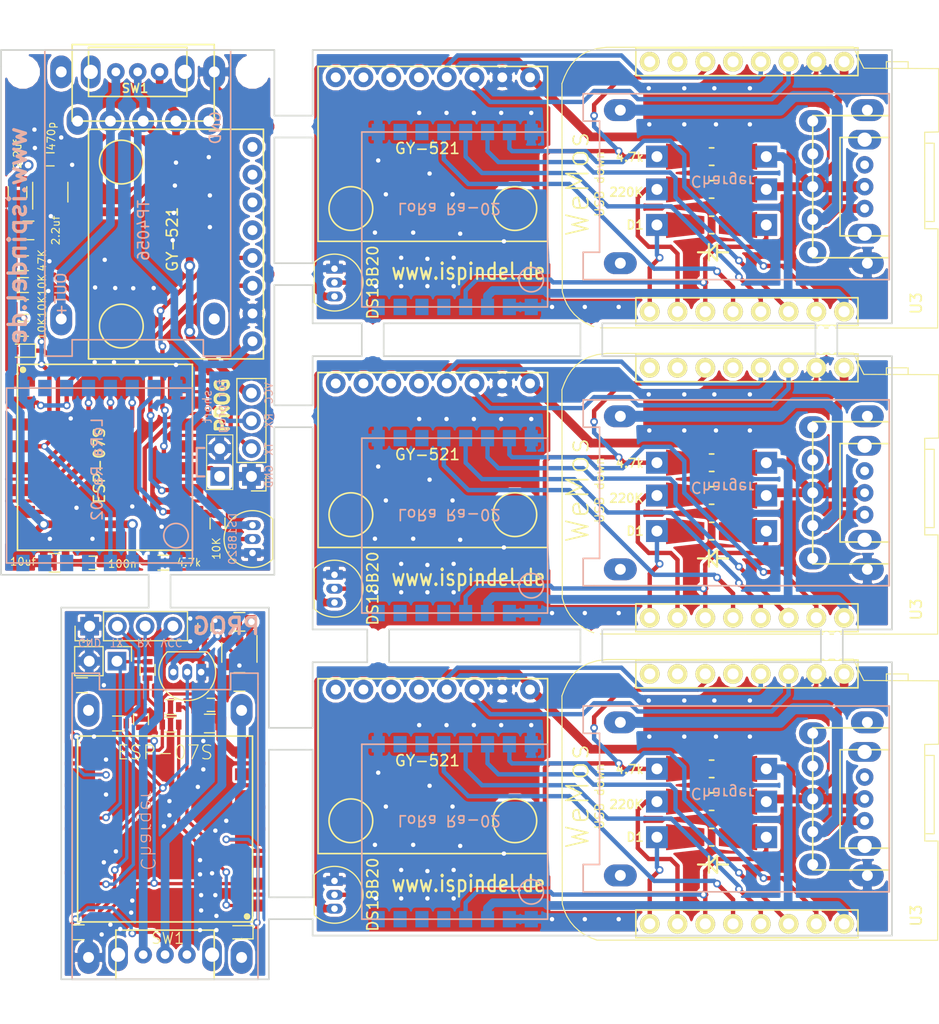
<source format=kicad_pcb>
(kicad_pcb (version 4) (host pcbnew 4.0.6)
  (layers (0 F.Cu signal) (31 B.Cu signal) (34 B.Paste user) (35 F.Paste user) (36 B.SilkS user) (37 F.SilkS user) (38 B.Mask user) (39 F.Mask user) (44 Edge.Cuts user))
  (net 0 "")
  (net 1 GND)
  (net 2 "Net-(C2-Pad1)")
  (net 3 +3V3)
  (net 4 /SDA)
  (net 5 /SCL)
  (net 6 VCC)
  (net 7 "Net-(R1-Pad2)")
  (net 8 /Temp)
  (net 9 /EN)
  (net 10 "Net-(D1-Pad2)")
  (net 11 /NSS)
  (net 12 /RES)
  (net 13 /MOSI)
  (net 14 /MISO)
  (net 15 /SCK)
  (net 16 "Net-(J2-Pad2)")
  (net 17 "Net-(J2-Pad3)")
  (net 18 /VCC_PROG)
  (net 19 "Net-(SW1-Pad3)")
  (net 20 "Net-(R1-Pad1)")
  (net 21 +5V)
  (net 22 "Net-(SW1-Pad1)")
  (net 23 "Net-(U1-Pad6)")
  (net 24 "Net-(U1-Pad5)")
  (net 25 "Net-(U1-Pad7)")
  (net 26 "Net-(U1-Pad8)")
  (net 27 "Net-(U2-Pad8)")
  (net 28 "Net-(U2-Pad7)")
  (net 29 "Net-(U2-Pad6)")
  (net 30 "Net-(U2-Pad5)")
  (net 31 "Net-(U2-Pad11)")
  (net 32 "Net-(U2-Pad10)")
  (net 33 "Net-(U3-Pad8)")
  (net 34 "Net-(U3-Pad7)")
  (net 35 "Net-(U4-Pad4)")
  (net 36 "Net-(U3-Pad5)")
  (net 37 "Net-(U4-Pad1)")
  (net 38 "Net-(SW2-Pad3)")
  (net 39 "Net-(R6-Pad2)")
  (net 40 /PROG)
  (module Mounting_Holes:MountingHole_3.2mm_M3 (layer F.Cu) (at 56.5 111 90)
    (fp_text reference REF** hide)
    (fp_text value MountingHole_3.2mm_M3 hide)
    (pad "" np_thru_hole circle (at 0 0 90) (size 0.6 0.6) (drill 0.6) (layers *.Cu *.Mask))
  )
  (module Mounting_Holes:MountingHole_3.2mm_M3 (layer F.Cu) (at 56.5 112 90)
    (fp_text reference REF** hide)
    (fp_text value MountingHole_3.2mm_M3 hide)
    (pad "" np_thru_hole circle (at 0 0 90) (size 0.6 0.6) (drill 0.6) (layers *.Cu *.Mask))
  )
  (module Mounting_Holes:MountingHole_3.2mm_M3 (layer F.Cu) (at 59.5 112 90)
    (fp_text reference REF** hide)
    (fp_text value MountingHole_3.2mm_M3 hide)
    (pad "" np_thru_hole circle (at 0 0 90) (size 0.6 0.6) (drill 0.6) (layers *.Cu *.Mask))
  )
  (module Mounting_Holes:MountingHole_3.2mm_M3 (layer F.Cu) (at 59.5 111 90)
    (fp_text reference REF** hide)
    (fp_text value MountingHole_3.2mm_M3 hide)
    (pad "" np_thru_hole circle (at 0 0 90) (size 0.6 0.6) (drill 0.6) (layers *.Cu *.Mask))
  )
  (module Mounting_Holes:MountingHole_3.2mm_M3 (layer F.Cu) (at 59.5 95.5 90)
    (fp_text reference REF** hide)
    (fp_text value MountingHole_3.2mm_M3 hide)
    (pad "" np_thru_hole circle (at 0 0 90) (size 0.6 0.6) (drill 0.6) (layers *.Cu *.Mask))
  )
  (module Mounting_Holes:MountingHole_3.2mm_M3 (layer F.Cu) (at 59.5 96.5 90)
    (fp_text reference REF** hide)
    (fp_text value MountingHole_3.2mm_M3 hide)
    (pad "" np_thru_hole circle (at 0 0 90) (size 0.6 0.6) (drill 0.6) (layers *.Cu *.Mask))
  )
  (module Mounting_Holes:MountingHole_3.2mm_M3 (layer F.Cu) (at 56.5 96.5 90)
    (fp_text reference REF** hide)
    (fp_text value MountingHole_3.2mm_M3 hide)
    (pad "" np_thru_hole circle (at 0 0 90) (size 0.6 0.6) (drill 0.6) (layers *.Cu *.Mask))
  )
  (module Mounting_Holes:MountingHole_3.2mm_M3 (layer F.Cu) (at 56.5 95.5 90)
    (fp_text reference REF** hide)
    (fp_text value MountingHole_3.2mm_M3 hide)
    (pad "" np_thru_hole circle (at 0 0 90) (size 0.6 0.6) (drill 0.6) (layers *.Cu *.Mask))
  )
  (module Mounting_Holes:MountingHole_3.2mm_M3 (layer F.Cu) (at 45.5 83.5 90)
    (fp_text reference REF** hide)
    (fp_text value MountingHole_3.2mm_M3 hide)
    (pad "" np_thru_hole circle (at 0 0 90) (size 0.6 0.6) (drill 0.6) (layers *.Cu *.Mask))
  )
  (module Mounting_Holes:MountingHole_3.2mm_M3 (layer F.Cu) (at 46.5 83.5 90)
    (fp_text reference REF** hide)
    (fp_text value MountingHole_3.2mm_M3 hide)
    (pad "" np_thru_hole circle (at 0 0 90) (size 0.6 0.6) (drill 0.6) (layers *.Cu *.Mask))
  )
  (module Mounting_Holes:MountingHole_3.2mm_M3 (layer F.Cu) (at 46.5 81.5 90)
    (fp_text reference REF** hide)
    (fp_text value MountingHole_3.2mm_M3 hide)
    (pad "" np_thru_hole circle (at 0 0 90) (size 0.6 0.6) (drill 0.6) (layers *.Cu *.Mask))
  )
  (module Mounting_Holes:MountingHole_3.2mm_M3 (layer F.Cu) (at 45.5 81.5 90)
    (fp_text reference REF** hide)
    (fp_text value MountingHole_3.2mm_M3 hide)
    (pad "" np_thru_hole circle (at 0 0 90) (size 0.6 0.6) (drill 0.6) (layers *.Cu *.Mask))
  )
  (module Mounting_Holes:MountingHole_3.2mm_M3 (layer F.Cu) (at 107 88.5 90)
    (fp_text reference REF** hide)
    (fp_text value MountingHole_3.2mm_M3 hide)
    (pad "" np_thru_hole circle (at 0 0 90) (size 0.6 0.6) (drill 0.6) (layers *.Cu *.Mask))
  )
  (module Mounting_Holes:MountingHole_3.2mm_M3 (layer F.Cu) (at 108 88.5 90)
    (fp_text reference REF** hide)
    (fp_text value MountingHole_3.2mm_M3 hide)
    (pad "" np_thru_hole circle (at 0 0 90) (size 0.6 0.6) (drill 0.6) (layers *.Cu *.Mask))
  )
  (module Mounting_Holes:MountingHole_3.2mm_M3 (layer F.Cu) (at 108 86.5 90)
    (fp_text reference REF** hide)
    (fp_text value MountingHole_3.2mm_M3 hide)
    (pad "" np_thru_hole circle (at 0 0 90) (size 0.6 0.6) (drill 0.6) (layers *.Cu *.Mask))
  )
  (module Mounting_Holes:MountingHole_3.2mm_M3 (layer F.Cu) (at 107 86.5 90)
    (fp_text reference REF** hide)
    (fp_text value MountingHole_3.2mm_M3 hide)
    (pad "" np_thru_hole circle (at 0 0 90) (size 0.6 0.6) (drill 0.6) (layers *.Cu *.Mask))
  )
  (module Mounting_Holes:MountingHole_3.2mm_M3 (layer F.Cu) (at 86 88.5 90)
    (fp_text reference REF** hide)
    (fp_text value MountingHole_3.2mm_M3 hide)
    (pad "" np_thru_hole circle (at 0 0 90) (size 0.6 0.6) (drill 0.6) (layers *.Cu *.Mask))
  )
  (module Mounting_Holes:MountingHole_3.2mm_M3 (layer F.Cu) (at 85 88.5 90)
    (fp_text reference REF** hide)
    (fp_text value MountingHole_3.2mm_M3 hide)
    (pad "" np_thru_hole circle (at 0 0 90) (size 0.6 0.6) (drill 0.6) (layers *.Cu *.Mask))
  )
  (module Mounting_Holes:MountingHole_3.2mm_M3 (layer F.Cu) (at 86 86.5 90)
    (fp_text reference REF** hide)
    (fp_text value MountingHole_3.2mm_M3 hide)
    (pad "" np_thru_hole circle (at 0 0 90) (size 0.6 0.6) (drill 0.6) (layers *.Cu *.Mask))
  )
  (module Mounting_Holes:MountingHole_3.2mm_M3 (layer F.Cu) (at 85 86.5 90)
    (fp_text reference REF** hide)
    (fp_text value MountingHole_3.2mm_M3 hide)
    (pad "" np_thru_hole circle (at 0 0 90) (size 0.6 0.6) (drill 0.6) (layers *.Cu *.Mask))
  )
  (module Mounting_Holes:MountingHole_3.2mm_M3 (layer F.Cu) (at 65.5 88.5 90)
    (fp_text reference REF** hide)
    (fp_text value MountingHole_3.2mm_M3 hide)
    (pad "" np_thru_hole circle (at 0 0 90) (size 0.6 0.6) (drill 0.6) (layers *.Cu *.Mask))
  )
  (module Mounting_Holes:MountingHole_3.2mm_M3 (layer F.Cu) (at 66.5 88.5 90)
    (fp_text reference REF** hide)
    (fp_text value MountingHole_3.2mm_M3 hide)
    (pad "" np_thru_hole circle (at 0 0 90) (size 0.6 0.6) (drill 0.6) (layers *.Cu *.Mask))
  )
  (module Mounting_Holes:MountingHole_3.2mm_M3 (layer F.Cu) (at 66.5 86.5 90)
    (fp_text reference REF** hide)
    (fp_text value MountingHole_3.2mm_M3 hide)
    (pad "" np_thru_hole circle (at 0 0 90) (size 0.6 0.6) (drill 0.6) (layers *.Cu *.Mask))
  )
  (module Mounting_Holes:MountingHole_3.2mm_M3 (layer F.Cu) (at 65.5 86.5 90)
    (fp_text reference REF** hide)
    (fp_text value MountingHole_3.2mm_M3 hide)
    (pad "" np_thru_hole circle (at 0 0 90) (size 0.6 0.6) (drill 0.6) (layers *.Cu *.Mask))
  )
  (module Mounting_Holes:MountingHole_3.2mm_M3 (layer F.Cu) (at 107.5 60.5 90)
    (fp_text reference REF** hide)
    (fp_text value MountingHole_3.2mm_M3 hide)
    (pad "" np_thru_hole circle (at 0 0 90) (size 0.6 0.6) (drill 0.6) (layers *.Cu *.Mask))
  )
  (module Mounting_Holes:MountingHole_3.2mm_M3 (layer F.Cu) (at 106.5 60.5 90)
    (fp_text reference REF** hide)
    (fp_text value MountingHole_3.2mm_M3 hide)
    (pad "" np_thru_hole circle (at 0 0 90) (size 0.6 0.6) (drill 0.6) (layers *.Cu *.Mask))
  )
  (module Mounting_Holes:MountingHole_3.2mm_M3 (layer F.Cu) (at 107.5 58.5 90)
    (fp_text reference REF** hide)
    (fp_text value MountingHole_3.2mm_M3 hide)
    (pad "" np_thru_hole circle (at 0 0 90) (size 0.6 0.6) (drill 0.6) (layers *.Cu *.Mask))
  )
  (module Mounting_Holes:MountingHole_3.2mm_M3 (layer F.Cu) (at 106.5 58.5 90)
    (fp_text reference REF** hide)
    (fp_text value MountingHole_3.2mm_M3 hide)
    (pad "" np_thru_hole circle (at 0 0 90) (size 0.6 0.6) (drill 0.6) (layers *.Cu *.Mask))
  )
  (module Mounting_Holes:MountingHole_3.2mm_M3 (layer F.Cu) (at 86 60.5 90)
    (fp_text reference REF** hide)
    (fp_text value MountingHole_3.2mm_M3 hide)
    (pad "" np_thru_hole circle (at 0 0 90) (size 0.6 0.6) (drill 0.6) (layers *.Cu *.Mask))
  )
  (module Mounting_Holes:MountingHole_3.2mm_M3 (layer F.Cu) (at 85 60.5 90)
    (fp_text reference REF** hide)
    (fp_text value MountingHole_3.2mm_M3 hide)
    (pad "" np_thru_hole circle (at 0 0 90) (size 0.6 0.6) (drill 0.6) (layers *.Cu *.Mask))
  )
  (module Mounting_Holes:MountingHole_3.2mm_M3 (layer F.Cu) (at 86 58.5 90)
    (fp_text reference REF** hide)
    (fp_text value MountingHole_3.2mm_M3 hide)
    (pad "" np_thru_hole circle (at 0 0 90) (size 0.6 0.6) (drill 0.6) (layers *.Cu *.Mask))
  )
  (module Mounting_Holes:MountingHole_3.2mm_M3 (layer F.Cu) (at 85 58.5 90)
    (fp_text reference REF** hide)
    (fp_text value MountingHole_3.2mm_M3 hide)
    (pad "" np_thru_hole circle (at 0 0 90) (size 0.6 0.6) (drill 0.6) (layers *.Cu *.Mask))
  )
  (module Mounting_Holes:MountingHole_3.2mm_M3 (layer F.Cu) (at 57 67 90)
    (fp_text reference REF** hide)
    (fp_text value MountingHole_3.2mm_M3 hide)
    (pad "" np_thru_hole circle (at 0 0 90) (size 0.6 0.6) (drill 0.6) (layers *.Cu *.Mask))
  )
  (module Mounting_Holes:MountingHole_3.2mm_M3 (layer F.Cu) (at 59.5 67 90)
    (fp_text reference REF** hide)
    (fp_text value MountingHole_3.2mm_M3 hide)
    (pad "" np_thru_hole circle (at 0 0 90) (size 0.6 0.6) (drill 0.6) (layers *.Cu *.Mask))
  )
  (module Mounting_Holes:MountingHole_3.2mm_M3 (layer F.Cu) (at 59.5 66 90)
    (fp_text reference REF** hide)
    (fp_text value MountingHole_3.2mm_M3 hide)
    (pad "" np_thru_hole circle (at 0 0 90) (size 0.6 0.6) (drill 0.6) (layers *.Cu *.Mask))
  )
  (module Mounting_Holes:MountingHole_3.2mm_M3 (layer F.Cu) (at 57 66 90)
    (fp_text reference REF** hide)
    (fp_text value MountingHole_3.2mm_M3 hide)
    (pad "" np_thru_hole circle (at 0 0 90) (size 0.6 0.6) (drill 0.6) (layers *.Cu *.Mask))
  )
  (module Mounting_Holes:MountingHole_3.2mm_M3 (layer F.Cu) (at 66 60.5 90)
    (fp_text reference REF** hide)
    (fp_text value MountingHole_3.2mm_M3 hide)
    (pad "" np_thru_hole circle (at 0 0 90) (size 0.6 0.6) (drill 0.6) (layers *.Cu *.Mask))
  )
  (module Mounting_Holes:MountingHole_3.2mm_M3 (layer F.Cu) (at 65 60.5 90)
    (fp_text reference REF** hide)
    (fp_text value MountingHole_3.2mm_M3 hide)
    (pad "" np_thru_hole circle (at 0 0 90) (size 0.6 0.6) (drill 0.6) (layers *.Cu *.Mask))
  )
  (module Mounting_Holes:MountingHole_3.2mm_M3 (layer F.Cu) (at 66 58.5 90)
    (fp_text reference REF** hide)
    (fp_text value MountingHole_3.2mm_M3 hide)
    (pad "" np_thru_hole circle (at 0 0 90) (size 0.6 0.6) (drill 0.6) (layers *.Cu *.Mask))
  )
  (module Mounting_Holes:MountingHole_3.2mm_M3 (layer F.Cu) (at 65 58.5 90)
    (fp_text reference REF** hide)
    (fp_text value MountingHole_3.2mm_M3 hide)
    (pad "" np_thru_hole circle (at 0 0 90) (size 0.6 0.6) (drill 0.6) (layers *.Cu *.Mask))
  )
  (module Mounting_Holes:MountingHole_3.2mm_M3 (layer F.Cu) (at 57 53 90)
    (fp_text reference REF** hide)
    (fp_text value MountingHole_3.2mm_M3 hide)
    (pad "" np_thru_hole circle (at 0 0 90) (size 0.6 0.6) (drill 0.6) (layers *.Cu *.Mask))
  )
  (module Mounting_Holes:MountingHole_3.2mm_M3 (layer F.Cu) (at 57 54 90)
    (fp_text reference REF** hide)
    (fp_text value MountingHole_3.2mm_M3 hide)
    (pad "" np_thru_hole circle (at 0 0 90) (size 0.6 0.6) (drill 0.6) (layers *.Cu *.Mask))
  )
  (module Mounting_Holes:MountingHole_3.2mm_M3 (layer F.Cu) (at 59.5 54 90)
    (fp_text reference REF** hide)
    (fp_text value MountingHole_3.2mm_M3 hide)
    (pad "" np_thru_hole circle (at 0 0 90) (size 0.6 0.6) (drill 0.6) (layers *.Cu *.Mask))
  )
  (module Mounting_Holes:MountingHole_3.2mm_M3 (layer F.Cu) (at 59.5 53 90)
    (fp_text reference REF** hide)
    (fp_text value MountingHole_3.2mm_M3 hide)
    (pad "" np_thru_hole circle (at 0 0 90) (size 0.6 0.6) (drill 0.6) (layers *.Cu *.Mask))
  )
  (module Mounting_Holes:MountingHole_3.2mm_M3 (layer F.Cu) (at 59.5 40.5 90)
    (fp_text reference REF** hide)
    (fp_text value MountingHole_3.2mm_M3 hide)
    (pad "" np_thru_hole circle (at 0 0 90) (size 0.6 0.6) (drill 0.6) (layers *.Cu *.Mask))
  )
  (module Mounting_Holes:MountingHole_3.2mm_M3 (layer F.Cu) (at 59.5 39.5 90)
    (fp_text reference REF** hide)
    (fp_text value MountingHole_3.2mm_M3 hide)
    (pad "" np_thru_hole circle (at 0 0 90) (size 0.6 0.6) (drill 0.6) (layers *.Cu *.Mask))
  )
  (module Mounting_Holes:MountingHole_3.2mm_M3 (layer F.Cu) (at 57 40.5 90)
    (fp_text reference REF** hide)
    (fp_text value MountingHole_3.2mm_M3 hide)
    (pad "" np_thru_hole circle (at 0 0 90) (size 0.6 0.6) (drill 0.6) (layers *.Cu *.Mask))
  )
  (module Mounting_Holes:MountingHole_3.2mm_M3 (layer F.Cu) (at 57 39.5 90)
    (fp_text reference REF** hide)
    (fp_text value MountingHole_3.2mm_M3 hide)
    (pad "" np_thru_hole circle (at 0 0 90) (size 0.6 0.6) (drill 0.6) (layers *.Cu *.Mask))
  )
  (module Wire_Pads:SolderWirePad_single_SMD_5x10mm (layer F.Cu) (at 78.5 47.5)
    (fp_text reference REF** hide)
    (fp_text value SolderWirePad_single_SMD_5x10mm hide)
    (pad 1 smd circle (at 0 0) (size 4 4) (layers F.Cu F.Paste F.Mask) (clearance 0.5))
  )
  (module Wire_Pads:SolderWirePad_single_SMD_5x10mm (layer F.Cu) (at 63.5 47.5)
    (fp_text reference REF** hide)
    (fp_text value SolderWirePad_single_SMD_5x10mm hide)
    (pad 1 smd circle (at 0 0) (size 4 4) (layers F.Cu F.Paste F.Mask) (clearance 0.5))
  )
  (module KiCadCustomLibs:TP4056-shield-6PIN (layer B.Cu) (at 99.25 45.5 180)
    (fp_text reference U4 hide)
    (fp_text value TP4056-shield-6PIN hide)
    (pad 3 thru_hole oval (at 11.1 7 180) (size 3 2) (drill 1) (layers *.Cu *.Mask) (net 22 "Net-(SW1-Pad1)"))
    (pad 4 thru_hole oval (at 11.1 -7 180) (size 3 2) (drill 1) (layers *.Cu *.Mask) (net 35 "Net-(U4-Pad4)"))
    (pad 2 thru_hole oval (at -11.5 -7 180) (size 3 2) (drill 1) (layers *.Cu B.Mask) (net 1 GND))
    (pad 1 thru_hole oval (at -11.5 7 180) (size 3 2) (drill 1) (layers *.Cu B.Mask) (net 37 "Net-(U4-Pad1)"))
  )
  (module SS-12F23 (layer F.Cu) (at 105.75 45.5 270)
    (fp_text reference SW2 hide)
    (fp_text value SW_SPDT hide)
    (pad 1 thru_hole circle (at 3 0 270) (size 2 2) (drill 1) (layers *.Cu *.Mask) (net 22 "Net-(SW1-Pad1)"))
    (pad "" thru_hole oval (at 6 0 270) (size 2 2.5) (drill 1) (layers *.Cu *.Mask))
    (pad "" thru_hole oval (at -6 0 270) (size 2 2.5) (drill 1) (layers *.Cu *.Mask))
    (pad 3 thru_hole circle (at -3 0 270) (size 2 2) (drill 1) (layers *.Cu *.Mask) (net 38 "Net-(SW2-Pad3)"))
    (pad 2 thru_hole circle (at 0 0 270) (size 2 2) (drill 1) (layers *.Cu *.Mask) (net 21 +5V))
  )
  (module wemos_D1_mini_board (layer F.Cu) (at 101 45.5 90)
    (fp_text reference U3 (at -10.668 14.224 90) (layer F.SilkS))
    (fp_text value WeMos_mini hide)
    (fp_text user "USB down" (at 0.25 -14.75 90) (layer F.SilkS) (effects (font (size 0.8 0.8) (thickness 0.12))))
    (fp_text user WeMos (at 0.25 -16.75 90) (layer F.SilkS) (effects (font (size 2 2))))
    (pad 9 thru_hole circle (at -11.43 -10.16 90) (size 1.8 1.8) (drill 1.016) (layers *.Cu *.Mask F.SilkS) (net 10 "Net-(D1-Pad2)"))
    (pad 10 thru_hole circle (at -11.43 -7.62 90) (size 1.8 1.8) (drill 1.016) (layers *.Cu *.Mask F.SilkS) (net 20 "Net-(R1-Pad1)"))
    (pad 11 thru_hole circle (at -11.43 -5.08 90) (size 1.8 1.8) (drill 1.016) (layers *.Cu *.Mask F.SilkS) (net 12 /RES))
    (pad 12 thru_hole circle (at -11.43 -2.54 90) (size 1.8 1.8) (drill 1.016) (layers *.Cu *.Mask F.SilkS) (net 15 /SCK))
    (pad 13 thru_hole circle (at -11.43 0 90) (size 1.8 1.8) (drill 1.016) (layers *.Cu *.Mask F.SilkS) (net 14 /MISO))
    (pad 14 thru_hole circle (at -11.43 2.54 90) (size 1.8 1.8) (drill 1.016) (layers *.Cu *.Mask F.SilkS) (net 13 /MOSI))
    (pad 15 thru_hole circle (at -11.43 5.08 90) (size 1.8 1.8) (drill 1.016) (layers *.Cu *.Mask F.SilkS) (net 11 /NSS))
    (pad 16 thru_hole circle (at -11.43 7.62 90) (size 1.8 1.8) (drill 1.016) (layers *.Cu *.Mask F.SilkS) (net 3 +3V3))
    (pad 1 thru_hole circle (at 11.43 7.62 90) (size 1.8 1.8) (drill 1.016) (layers *.Cu *.Mask F.SilkS) (net 21 +5V))
    (pad 2 thru_hole circle (at 11.43 5.08 90) (size 1.8 1.8) (drill 1.016) (layers *.Cu *.Mask F.SilkS) (net 1 GND))
    (pad 3 thru_hole circle (at 11.43 2.54 90) (size 1.8 1.8) (drill 1.016) (layers *.Cu *.Mask F.SilkS) (net 5 /SCL))
    (pad 4 thru_hole circle (at 11.43 0 90) (size 1.8 1.8) (drill 1.016) (layers *.Cu *.Mask F.SilkS) (net 4 /SDA))
    (pad 5 thru_hole circle (at 11.43 -2.54 90) (size 1.8 1.8) (drill 1.016) (layers *.Cu *.Mask F.SilkS) (net 36 "Net-(U3-Pad5)"))
    (pad 6 thru_hole circle (at 11.43 -5.08 90) (size 1.8 1.8) (drill 1.016) (layers *.Cu *.Mask F.SilkS) (net 8 /Temp))
    (pad 7 thru_hole circle (at 11.43 -7.62 90) (size 1.8 1.8) (drill 1.016) (layers *.Cu *.Mask F.SilkS) (net 34 "Net-(U3-Pad7)"))
    (pad 8 thru_hole circle (at 11.43 -10.16 90) (size 1.8 1.8) (drill 1.016) (layers *.Cu *.Mask F.SilkS) (net 33 "Net-(U3-Pad8)"))
  )
  (module LoRa_Ra-02 (layer B.Cu) (at 73 48.5 90)
    (fp_text reference U2 hide)
    (fp_text value LoRa_Ra-02)
    (pad 8 smd rect (at -8 -7 90) (size 1.5 1.2) (layers B.Cu B.Paste B.Mask) (net 27 "Net-(U2-Pad8)"))
    (pad 7 smd rect (at -8 -5 90) (size 1.5 1.2) (layers B.Cu B.Paste B.Mask) (net 28 "Net-(U2-Pad7)"))
    (pad 6 smd rect (at -8 -3 90) (size 1.5 1.2) (layers B.Cu B.Paste B.Mask) (net 29 "Net-(U2-Pad6)"))
    (pad 5 smd rect (at -8 -1 90) (size 1.5 1.2) (layers B.Cu B.Paste B.Mask) (net 30 "Net-(U2-Pad5)"))
    (pad 4 smd rect (at -8 1 90) (size 1.5 1.2) (layers B.Cu B.Paste B.Mask) (net 12 /RES))
    (pad 3 smd rect (at -8 3 90) (size 1.5 1.2) (layers B.Cu B.Paste B.Mask) (net 3 +3V3))
    (pad 2 smd rect (at -8 5 90) (size 1.5 1.2) (layers B.Cu B.Paste B.Mask) (net 1 GND))
    (pad 1 smd rect (at -8 7 90) (size 1.5 1.2) (layers B.Cu B.Paste B.Mask) (net 1 GND))
    (pad 16 smd rect (at 8 7 90) (size 1.5 1.2) (layers B.Cu B.Paste B.Mask) (net 1 GND))
    (pad 15 smd rect (at 8 5 90) (size 1.5 1.2) (layers B.Cu B.Paste B.Mask) (net 11 /NSS))
    (pad 14 smd rect (at 8 3 90) (size 1.5 1.2) (layers B.Cu B.Paste B.Mask) (net 13 /MOSI))
    (pad 13 smd rect (at 8 1 90) (size 1.5 1.2) (layers B.Cu B.Paste B.Mask) (net 14 /MISO))
    (pad 12 smd rect (at 8 -1 90) (size 1.5 1.2) (layers B.Cu B.Paste B.Mask) (net 15 /SCK))
    (pad 11 smd rect (at 8 -3 90) (size 1.5 1.2) (layers B.Cu B.Paste B.Mask) (net 31 "Net-(U2-Pad11)"))
    (pad 10 smd rect (at 8 -5 90) (size 1.5 1.2) (layers B.Cu B.Paste B.Mask) (net 32 "Net-(U2-Pad10)"))
    (pad 9 smd rect (at 8 -7 90) (size 1.5 1.2) (layers B.Cu B.Paste B.Mask) (net 1 GND))
  )
  (module GY-521 (layer F.Cu) (at 71 42.5 180)
    (fp_text reference U1 hide)
    (fp_text value GY-521 (at 0.5 0.5 180) (layer F.SilkS))
    (pad 6 thru_hole circle (at 1.27 7 180) (size 1.8 1.8) (drill 0.9) (layers *.Cu *.Mask) (net 23 "Net-(U1-Pad6)"))
    (pad 4 thru_hole circle (at -1.27 7 180) (size 1.8 1.8) (drill 0.9) (layers *.Cu *.Mask) (net 4 /SDA))
    (pad 5 thru_hole circle (at 3.81 7 180) (size 1.8 1.8) (drill 0.9) (layers *.Cu *.Mask) (net 24 "Net-(U1-Pad5)"))
    (pad 3 thru_hole circle (at -3.81 7 180) (size 1.8 1.8) (drill 0.9) (layers *.Cu *.Mask) (net 5 /SCL))
    (pad 7 thru_hole circle (at 6.35 7 180) (size 1.8 1.8) (drill 0.9) (layers *.Cu *.Mask) (net 25 "Net-(U1-Pad7)"))
    (pad 2 thru_hole circle (at -6.35 7 180) (size 1.8 1.8) (drill 0.9) (layers *.Cu *.Mask) (net 1 GND))
    (pad 8 thru_hole circle (at 8.89 7 180) (size 1.8 1.8) (drill 0.9) (layers *.Cu *.Mask) (net 26 "Net-(U1-Pad8)"))
    (pad 1 thru_hole circle (at -8.89 7 180) (size 1.8 1.8) (drill 0.9) (layers *.Cu *.Mask) (net 21 +5V))
  )
  (module TO_SOT_Packages_THT:TO-92_Inline_Narrow_Oval (layer F.Cu) (at 62 53 270)
    (fp_text reference U5 hide)
    (fp_text value DS18B20 hide)
    (pad 2 thru_hole oval (at 1.27 0 90) (size 0.9 1.5) (drill 0.6) (layers *.Cu *.Mask) (net 8 /Temp))
    (pad 3 thru_hole oval (at 2.54 0 90) (size 0.9 1.5) (drill 0.6) (layers *.Cu *.Mask) (net 21 +5V))
    (pad 1 thru_hole rect (at 0 0 90) (size 0.9 1.5) (drill 0.6) (layers *.Cu *.Mask) (net 1 GND))
  )
  (module KiCadCustomLibs:SK12D07VG3 (layer F.Cu) (at 110.5 45.5 90)
    (fp_text reference SW1 hide)
    (fp_text value SW_SPDT hide)
    (pad "" thru_hole oval (at -4.3 0 90) (size 1.8 3) (drill 1.3) (layers *.Cu *.Mask))
    (pad "" thru_hole oval (at 4.3 0 90) (size 1.8 3) (drill 1.3) (layers *.Cu *.Mask))
    (pad 1 thru_hole circle (at -2 0 90) (size 1.6 1.6) (drill 0.8) (layers *.Cu *.Mask) (net 22 "Net-(SW1-Pad1)"))
    (pad 3 thru_hole circle (at 2 0 90) (size 1.6 1.6) (drill 0.8) (layers *.Cu *.Mask) (net 19 "Net-(SW1-Pad3)"))
    (pad 2 thru_hole circle (at 0 0 90) (size 1.6 1.6) (drill 0.8) (layers *.Cu *.Mask) (net 21 +5V))
  )
  (module Resistors_Universal:Resistor_SMD+THTuniversal_0805to1206_RM10_HandSoldering (layer F.Cu) (at 96.5 45.75)
    (fp_text reference R1 hide)
    (fp_text value 220K (at -7.8 0.25) (layer F.SilkS) (effects (font (size 0.8 0.8))))
    (pad 1 smd trapezoid (at -2.413 0) (size 3.50012 1.99898) (rect_delta 0.39878 0) (layers F.Cu F.Paste F.Mask) (net 20 "Net-(R1-Pad1)"))
    (pad 2 smd trapezoid (at 2.413 0 180) (size 3.50012 1.99898) (rect_delta 0.39878 0) (layers F.Cu F.Paste F.Mask) (net 21 +5V))
    (pad 1 thru_hole rect (at -5.00126 0 180) (size 1.99898 1.99898) (drill 1.00076) (layers *.Cu *.Mask) (net 20 "Net-(R1-Pad1)"))
    (pad 2 thru_hole rect (at 5.00126 0 180) (size 1.99898 1.99898) (drill 1.00076) (layers *.Cu *.Mask) (net 21 +5V))
  )
  (module Resistors_Universal:Resistor_SMD+THTuniversal_0805to1206_RM10_HandSoldering (layer F.Cu) (at 96.5 42.75 180)
    (fp_text reference R2 hide)
    (fp_text value 4.7k (at 7.5 -0.05 180) (layer F.SilkS) (effects (font (size 0.8 0.8))))
    (pad 1 smd trapezoid (at -2.413 0 180) (size 3.50012 1.99898) (rect_delta 0.39878 0) (layers F.Cu F.Paste F.Mask) (net 3 +3V3))
    (pad 2 smd trapezoid (at 2.413 0) (size 3.50012 1.99898) (rect_delta 0.39878 0) (layers F.Cu F.Paste F.Mask) (net 8 /Temp))
    (pad 1 thru_hole rect (at -5.00126 0) (size 1.99898 1.99898) (drill 1.00076) (layers *.Cu *.Mask) (net 3 +3V3))
    (pad 2 thru_hole rect (at 5.00126 0) (size 1.99898 1.99898) (drill 1.00076) (layers *.Cu *.Mask) (net 8 /Temp))
  )
  (module Resistors_Universal:Resistor_SMD+THTuniversal_0805to1206_RM10_HandSoldering (layer F.Cu) (at 96.5 49 180)
    (fp_text reference D1 (at 7 0 180) (layer F.SilkS) (effects (font (size 0.8 0.8))))
    (fp_text value Schottky hide)
    (pad 1 smd trapezoid (at -2.413 0 180) (size 3.50012 1.99898) (rect_delta 0.39878 0) (layers F.Cu F.Paste F.Mask) (net 12 /RES))
    (pad 2 smd trapezoid (at 2.413 0) (size 3.50012 1.99898) (rect_delta 0.39878 0) (layers F.Cu F.Paste F.Mask) (net 10 "Net-(D1-Pad2)"))
    (pad 1 thru_hole rect (at -5.00126 0) (size 1.99898 1.99898) (drill 1.00076) (layers *.Cu *.Mask) (net 12 /RES))
    (pad 2 thru_hole rect (at 5.00126 0) (size 1.99898 1.99898) (drill 1.00076) (layers *.Cu *.Mask) (net 10 "Net-(D1-Pad2)"))
  )
  (module Wire_Pads:SolderWirePad_single_SMD_5x10mm (layer F.Cu) (at 78.5 75.5)
    (fp_text reference REF** hide)
    (fp_text value SolderWirePad_single_SMD_5x10mm hide)
    (pad 1 smd circle (at 0 0) (size 4 4) (layers F.Cu F.Paste F.Mask) (clearance 0.5))
  )
  (module Wire_Pads:SolderWirePad_single_SMD_5x10mm (layer F.Cu) (at 63.5 75.5)
    (fp_text reference REF** hide)
    (fp_text value SolderWirePad_single_SMD_5x10mm hide)
    (pad 1 smd circle (at 0 0) (size 4 4) (layers F.Cu F.Paste F.Mask) (clearance 0.5))
  )
  (module KiCadCustomLibs:TP4056-shield-6PIN (layer B.Cu) (at 99.25 73.5 180)
    (fp_text reference U4 hide)
    (fp_text value TP4056-shield-6PIN hide)
    (pad 3 thru_hole oval (at 11.1 7 180) (size 3 2) (drill 1) (layers *.Cu *.Mask) (net 22 "Net-(SW1-Pad1)"))
    (pad 4 thru_hole oval (at 11.1 -7 180) (size 3 2) (drill 1) (layers *.Cu *.Mask) (net 35 "Net-(U4-Pad4)"))
    (pad 2 thru_hole oval (at -11.5 -7 180) (size 3 2) (drill 1) (layers *.Cu B.Mask) (net 1 GND))
    (pad 1 thru_hole oval (at -11.5 7 180) (size 3 2) (drill 1) (layers *.Cu B.Mask) (net 37 "Net-(U4-Pad1)"))
  )
  (module SS-12F23 (layer F.Cu) (at 105.75 73.5 270)
    (fp_text reference SW2 hide)
    (fp_text value SW_SPDT hide)
    (pad 1 thru_hole circle (at 3 0 270) (size 2 2) (drill 1) (layers *.Cu *.Mask) (net 22 "Net-(SW1-Pad1)"))
    (pad "" thru_hole oval (at 6 0 270) (size 2 2.5) (drill 1) (layers *.Cu *.Mask))
    (pad "" thru_hole oval (at -6 0 270) (size 2 2.5) (drill 1) (layers *.Cu *.Mask))
    (pad 3 thru_hole circle (at -3 0 270) (size 2 2) (drill 1) (layers *.Cu *.Mask) (net 38 "Net-(SW2-Pad3)"))
    (pad 2 thru_hole circle (at 0 0 270) (size 2 2) (drill 1) (layers *.Cu *.Mask) (net 21 +5V))
  )
  (module wemos_D1_mini_board (layer F.Cu) (at 101 73.5 90)
    (fp_text reference U3 (at -10.668 14.224 90) (layer F.SilkS))
    (fp_text value WeMos_mini hide)
    (fp_text user "USB down" (at 0.25 -14.75 90) (layer F.SilkS) (effects (font (size 0.8 0.8) (thickness 0.12))))
    (fp_text user WeMos (at 0.25 -16.75 90) (layer F.SilkS) (effects (font (size 2 2))))
    (pad 9 thru_hole circle (at -11.43 -10.16 90) (size 1.8 1.8) (drill 1.016) (layers *.Cu *.Mask F.SilkS) (net 10 "Net-(D1-Pad2)"))
    (pad 10 thru_hole circle (at -11.43 -7.62 90) (size 1.8 1.8) (drill 1.016) (layers *.Cu *.Mask F.SilkS) (net 20 "Net-(R1-Pad1)"))
    (pad 11 thru_hole circle (at -11.43 -5.08 90) (size 1.8 1.8) (drill 1.016) (layers *.Cu *.Mask F.SilkS) (net 12 /RES))
    (pad 12 thru_hole circle (at -11.43 -2.54 90) (size 1.8 1.8) (drill 1.016) (layers *.Cu *.Mask F.SilkS) (net 15 /SCK))
    (pad 13 thru_hole circle (at -11.43 0 90) (size 1.8 1.8) (drill 1.016) (layers *.Cu *.Mask F.SilkS) (net 14 /MISO))
    (pad 14 thru_hole circle (at -11.43 2.54 90) (size 1.8 1.8) (drill 1.016) (layers *.Cu *.Mask F.SilkS) (net 13 /MOSI))
    (pad 15 thru_hole circle (at -11.43 5.08 90) (size 1.8 1.8) (drill 1.016) (layers *.Cu *.Mask F.SilkS) (net 11 /NSS))
    (pad 16 thru_hole circle (at -11.43 7.62 90) (size 1.8 1.8) (drill 1.016) (layers *.Cu *.Mask F.SilkS) (net 3 +3V3))
    (pad 1 thru_hole circle (at 11.43 7.62 90) (size 1.8 1.8) (drill 1.016) (layers *.Cu *.Mask F.SilkS) (net 21 +5V))
    (pad 2 thru_hole circle (at 11.43 5.08 90) (size 1.8 1.8) (drill 1.016) (layers *.Cu *.Mask F.SilkS) (net 1 GND))
    (pad 3 thru_hole circle (at 11.43 2.54 90) (size 1.8 1.8) (drill 1.016) (layers *.Cu *.Mask F.SilkS) (net 5 /SCL))
    (pad 4 thru_hole circle (at 11.43 0 90) (size 1.8 1.8) (drill 1.016) (layers *.Cu *.Mask F.SilkS) (net 4 /SDA))
    (pad 5 thru_hole circle (at 11.43 -2.54 90) (size 1.8 1.8) (drill 1.016) (layers *.Cu *.Mask F.SilkS) (net 36 "Net-(U3-Pad5)"))
    (pad 6 thru_hole circle (at 11.43 -5.08 90) (size 1.8 1.8) (drill 1.016) (layers *.Cu *.Mask F.SilkS) (net 8 /Temp))
    (pad 7 thru_hole circle (at 11.43 -7.62 90) (size 1.8 1.8) (drill 1.016) (layers *.Cu *.Mask F.SilkS) (net 34 "Net-(U3-Pad7)"))
    (pad 8 thru_hole circle (at 11.43 -10.16 90) (size 1.8 1.8) (drill 1.016) (layers *.Cu *.Mask F.SilkS) (net 33 "Net-(U3-Pad8)"))
  )
  (module LoRa_Ra-02 (layer B.Cu) (at 73 76.5 90)
    (fp_text reference U2 hide)
    (fp_text value LoRa_Ra-02)
    (pad 8 smd rect (at -8 -7 90) (size 1.5 1.2) (layers B.Cu B.Paste B.Mask) (net 27 "Net-(U2-Pad8)"))
    (pad 7 smd rect (at -8 -5 90) (size 1.5 1.2) (layers B.Cu B.Paste B.Mask) (net 28 "Net-(U2-Pad7)"))
    (pad 6 smd rect (at -8 -3 90) (size 1.5 1.2) (layers B.Cu B.Paste B.Mask) (net 29 "Net-(U2-Pad6)"))
    (pad 5 smd rect (at -8 -1 90) (size 1.5 1.2) (layers B.Cu B.Paste B.Mask) (net 30 "Net-(U2-Pad5)"))
    (pad 4 smd rect (at -8 1 90) (size 1.5 1.2) (layers B.Cu B.Paste B.Mask) (net 12 /RES))
    (pad 3 smd rect (at -8 3 90) (size 1.5 1.2) (layers B.Cu B.Paste B.Mask) (net 3 +3V3))
    (pad 2 smd rect (at -8 5 90) (size 1.5 1.2) (layers B.Cu B.Paste B.Mask) (net 1 GND))
    (pad 1 smd rect (at -8 7 90) (size 1.5 1.2) (layers B.Cu B.Paste B.Mask) (net 1 GND))
    (pad 16 smd rect (at 8 7 90) (size 1.5 1.2) (layers B.Cu B.Paste B.Mask) (net 1 GND))
    (pad 15 smd rect (at 8 5 90) (size 1.5 1.2) (layers B.Cu B.Paste B.Mask) (net 11 /NSS))
    (pad 14 smd rect (at 8 3 90) (size 1.5 1.2) (layers B.Cu B.Paste B.Mask) (net 13 /MOSI))
    (pad 13 smd rect (at 8 1 90) (size 1.5 1.2) (layers B.Cu B.Paste B.Mask) (net 14 /MISO))
    (pad 12 smd rect (at 8 -1 90) (size 1.5 1.2) (layers B.Cu B.Paste B.Mask) (net 15 /SCK))
    (pad 11 smd rect (at 8 -3 90) (size 1.5 1.2) (layers B.Cu B.Paste B.Mask) (net 31 "Net-(U2-Pad11)"))
    (pad 10 smd rect (at 8 -5 90) (size 1.5 1.2) (layers B.Cu B.Paste B.Mask) (net 32 "Net-(U2-Pad10)"))
    (pad 9 smd rect (at 8 -7 90) (size 1.5 1.2) (layers B.Cu B.Paste B.Mask) (net 1 GND))
  )
  (module GY-521 (layer F.Cu) (at 71 70.5 180)
    (fp_text reference U1 hide)
    (fp_text value GY-521 (at 0.5 0.5 180) (layer F.SilkS))
    (pad 6 thru_hole circle (at 1.27 7 180) (size 1.8 1.8) (drill 0.9) (layers *.Cu *.Mask) (net 23 "Net-(U1-Pad6)"))
    (pad 4 thru_hole circle (at -1.27 7 180) (size 1.8 1.8) (drill 0.9) (layers *.Cu *.Mask) (net 4 /SDA))
    (pad 5 thru_hole circle (at 3.81 7 180) (size 1.8 1.8) (drill 0.9) (layers *.Cu *.Mask) (net 24 "Net-(U1-Pad5)"))
    (pad 3 thru_hole circle (at -3.81 7 180) (size 1.8 1.8) (drill 0.9) (layers *.Cu *.Mask) (net 5 /SCL))
    (pad 7 thru_hole circle (at 6.35 7 180) (size 1.8 1.8) (drill 0.9) (layers *.Cu *.Mask) (net 25 "Net-(U1-Pad7)"))
    (pad 2 thru_hole circle (at -6.35 7 180) (size 1.8 1.8) (drill 0.9) (layers *.Cu *.Mask) (net 1 GND))
    (pad 8 thru_hole circle (at 8.89 7 180) (size 1.8 1.8) (drill 0.9) (layers *.Cu *.Mask) (net 26 "Net-(U1-Pad8)"))
    (pad 1 thru_hole circle (at -8.89 7 180) (size 1.8 1.8) (drill 0.9) (layers *.Cu *.Mask) (net 21 +5V))
  )
  (module TO_SOT_Packages_THT:TO-92_Inline_Narrow_Oval (layer F.Cu) (at 62 81 270)
    (fp_text reference U5 hide)
    (fp_text value DS18B20 hide)
    (pad 2 thru_hole oval (at 1.27 0 90) (size 0.9 1.5) (drill 0.6) (layers *.Cu *.Mask) (net 8 /Temp))
    (pad 3 thru_hole oval (at 2.54 0 90) (size 0.9 1.5) (drill 0.6) (layers *.Cu *.Mask) (net 21 +5V))
    (pad 1 thru_hole rect (at 0 0 90) (size 0.9 1.5) (drill 0.6) (layers *.Cu *.Mask) (net 1 GND))
  )
  (module KiCadCustomLibs:SK12D07VG3 (layer F.Cu) (at 110.5 73.5 90)
    (fp_text reference SW1 hide)
    (fp_text value SW_SPDT hide)
    (pad "" thru_hole oval (at -4.3 0 90) (size 1.8 3) (drill 1.3) (layers *.Cu *.Mask))
    (pad "" thru_hole oval (at 4.3 0 90) (size 1.8 3) (drill 1.3) (layers *.Cu *.Mask))
    (pad 1 thru_hole circle (at -2 0 90) (size 1.6 1.6) (drill 0.8) (layers *.Cu *.Mask) (net 22 "Net-(SW1-Pad1)"))
    (pad 3 thru_hole circle (at 2 0 90) (size 1.6 1.6) (drill 0.8) (layers *.Cu *.Mask) (net 19 "Net-(SW1-Pad3)"))
    (pad 2 thru_hole circle (at 0 0 90) (size 1.6 1.6) (drill 0.8) (layers *.Cu *.Mask) (net 21 +5V))
  )
  (module Resistors_Universal:Resistor_SMD+THTuniversal_0805to1206_RM10_HandSoldering (layer F.Cu) (at 96.5 73.75)
    (fp_text reference R1 hide)
    (fp_text value 220K (at -7.8 0.25) (layer F.SilkS) (effects (font (size 0.8 0.8))))
    (pad 1 smd trapezoid (at -2.413 0) (size 3.50012 1.99898) (rect_delta 0.39878 0) (layers F.Cu F.Paste F.Mask) (net 20 "Net-(R1-Pad1)"))
    (pad 2 smd trapezoid (at 2.413 0 180) (size 3.50012 1.99898) (rect_delta 0.39878 0) (layers F.Cu F.Paste F.Mask) (net 21 +5V))
    (pad 1 thru_hole rect (at -5.00126 0 180) (size 1.99898 1.99898) (drill 1.00076) (layers *.Cu *.Mask) (net 20 "Net-(R1-Pad1)"))
    (pad 2 thru_hole rect (at 5.00126 0 180) (size 1.99898 1.99898) (drill 1.00076) (layers *.Cu *.Mask) (net 21 +5V))
  )
  (module Resistors_Universal:Resistor_SMD+THTuniversal_0805to1206_RM10_HandSoldering (layer F.Cu) (at 96.5 70.75 180)
    (fp_text reference R2 hide)
    (fp_text value 4.7k (at 7.5 -0.05 180) (layer F.SilkS) (effects (font (size 0.8 0.8))))
    (pad 1 smd trapezoid (at -2.413 0 180) (size 3.50012 1.99898) (rect_delta 0.39878 0) (layers F.Cu F.Paste F.Mask) (net 3 +3V3))
    (pad 2 smd trapezoid (at 2.413 0) (size 3.50012 1.99898) (rect_delta 0.39878 0) (layers F.Cu F.Paste F.Mask) (net 8 /Temp))
    (pad 1 thru_hole rect (at -5.00126 0) (size 1.99898 1.99898) (drill 1.00076) (layers *.Cu *.Mask) (net 3 +3V3))
    (pad 2 thru_hole rect (at 5.00126 0) (size 1.99898 1.99898) (drill 1.00076) (layers *.Cu *.Mask) (net 8 /Temp))
  )
  (module Resistors_Universal:Resistor_SMD+THTuniversal_0805to1206_RM10_HandSoldering (layer F.Cu) (at 96.5 77 180)
    (fp_text reference D1 (at 7 0 180) (layer F.SilkS) (effects (font (size 0.8 0.8))))
    (fp_text value Schottky hide)
    (pad 1 smd trapezoid (at -2.413 0 180) (size 3.50012 1.99898) (rect_delta 0.39878 0) (layers F.Cu F.Paste F.Mask) (net 12 /RES))
    (pad 2 smd trapezoid (at 2.413 0) (size 3.50012 1.99898) (rect_delta 0.39878 0) (layers F.Cu F.Paste F.Mask) (net 10 "Net-(D1-Pad2)"))
    (pad 1 thru_hole rect (at -5.00126 0) (size 1.99898 1.99898) (drill 1.00076) (layers *.Cu *.Mask) (net 12 /RES))
    (pad 2 thru_hole rect (at 5.00126 0) (size 1.99898 1.99898) (drill 1.00076) (layers *.Cu *.Mask) (net 10 "Net-(D1-Pad2)"))
  )
  (module Wire_Pads:SolderWirePad_single_SMD_5x10mm (layer F.Cu) (at 78.5 103.5)
    (fp_text reference REF** hide)
    (fp_text value SolderWirePad_single_SMD_5x10mm hide)
    (pad 1 smd circle (at 0 0) (size 4 4) (layers F.Cu F.Paste F.Mask) (clearance 0.5))
  )
  (module Wire_Pads:SolderWirePad_single_SMD_5x10mm (layer F.Cu) (at 63.5 103.5)
    (fp_text reference REF** hide)
    (fp_text value SolderWirePad_single_SMD_5x10mm hide)
    (pad 1 smd circle (at 0 0) (size 4 4) (layers F.Cu F.Paste F.Mask) (clearance 0.5))
  )
  (module KiCadCustomLibs:TP4056-shield-6PIN (layer B.Cu) (at 99.25 101.5 180)
    (fp_text reference U4 hide)
    (fp_text value TP4056-shield-6PIN hide)
    (pad 3 thru_hole oval (at 11.1 7 180) (size 3 2) (drill 1) (layers *.Cu *.Mask) (net 22 "Net-(SW1-Pad1)"))
    (pad 4 thru_hole oval (at 11.1 -7 180) (size 3 2) (drill 1) (layers *.Cu *.Mask) (net 35 "Net-(U4-Pad4)"))
    (pad 2 thru_hole oval (at -11.5 -7 180) (size 3 2) (drill 1) (layers *.Cu B.Mask) (net 1 GND))
    (pad 1 thru_hole oval (at -11.5 7 180) (size 3 2) (drill 1) (layers *.Cu B.Mask) (net 37 "Net-(U4-Pad1)"))
  )
  (module SS-12F23 (layer F.Cu) (at 105.75 101.5 270)
    (fp_text reference SW2 hide)
    (fp_text value SW_SPDT hide)
    (pad 1 thru_hole circle (at 3 0 270) (size 2 2) (drill 1) (layers *.Cu *.Mask) (net 22 "Net-(SW1-Pad1)"))
    (pad "" thru_hole oval (at 6 0 270) (size 2 2.5) (drill 1) (layers *.Cu *.Mask))
    (pad "" thru_hole oval (at -6 0 270) (size 2 2.5) (drill 1) (layers *.Cu *.Mask))
    (pad 3 thru_hole circle (at -3 0 270) (size 2 2) (drill 1) (layers *.Cu *.Mask) (net 38 "Net-(SW2-Pad3)"))
    (pad 2 thru_hole circle (at 0 0 270) (size 2 2) (drill 1) (layers *.Cu *.Mask) (net 21 +5V))
  )
  (module wemos_D1_mini_board (layer F.Cu) (at 101 101.5 90)
    (fp_text reference U3 (at -10.668 14.224 90) (layer F.SilkS))
    (fp_text value WeMos_mini hide)
    (fp_text user "USB down" (at 0.25 -14.75 90) (layer F.SilkS) (effects (font (size 0.8 0.8) (thickness 0.12))))
    (fp_text user WeMos (at 0.25 -16.75 90) (layer F.SilkS) (effects (font (size 2 2))))
    (pad 9 thru_hole circle (at -11.43 -10.16 90) (size 1.8 1.8) (drill 1.016) (layers *.Cu *.Mask F.SilkS) (net 10 "Net-(D1-Pad2)"))
    (pad 10 thru_hole circle (at -11.43 -7.62 90) (size 1.8 1.8) (drill 1.016) (layers *.Cu *.Mask F.SilkS) (net 20 "Net-(R1-Pad1)"))
    (pad 11 thru_hole circle (at -11.43 -5.08 90) (size 1.8 1.8) (drill 1.016) (layers *.Cu *.Mask F.SilkS) (net 12 /RES))
    (pad 12 thru_hole circle (at -11.43 -2.54 90) (size 1.8 1.8) (drill 1.016) (layers *.Cu *.Mask F.SilkS) (net 15 /SCK))
    (pad 13 thru_hole circle (at -11.43 0 90) (size 1.8 1.8) (drill 1.016) (layers *.Cu *.Mask F.SilkS) (net 14 /MISO))
    (pad 14 thru_hole circle (at -11.43 2.54 90) (size 1.8 1.8) (drill 1.016) (layers *.Cu *.Mask F.SilkS) (net 13 /MOSI))
    (pad 15 thru_hole circle (at -11.43 5.08 90) (size 1.8 1.8) (drill 1.016) (layers *.Cu *.Mask F.SilkS) (net 11 /NSS))
    (pad 16 thru_hole circle (at -11.43 7.62 90) (size 1.8 1.8) (drill 1.016) (layers *.Cu *.Mask F.SilkS) (net 3 +3V3))
    (pad 1 thru_hole circle (at 11.43 7.62 90) (size 1.8 1.8) (drill 1.016) (layers *.Cu *.Mask F.SilkS) (net 21 +5V))
    (pad 2 thru_hole circle (at 11.43 5.08 90) (size 1.8 1.8) (drill 1.016) (layers *.Cu *.Mask F.SilkS) (net 1 GND))
    (pad 3 thru_hole circle (at 11.43 2.54 90) (size 1.8 1.8) (drill 1.016) (layers *.Cu *.Mask F.SilkS) (net 5 /SCL))
    (pad 4 thru_hole circle (at 11.43 0 90) (size 1.8 1.8) (drill 1.016) (layers *.Cu *.Mask F.SilkS) (net 4 /SDA))
    (pad 5 thru_hole circle (at 11.43 -2.54 90) (size 1.8 1.8) (drill 1.016) (layers *.Cu *.Mask F.SilkS) (net 36 "Net-(U3-Pad5)"))
    (pad 6 thru_hole circle (at 11.43 -5.08 90) (size 1.8 1.8) (drill 1.016) (layers *.Cu *.Mask F.SilkS) (net 8 /Temp))
    (pad 7 thru_hole circle (at 11.43 -7.62 90) (size 1.8 1.8) (drill 1.016) (layers *.Cu *.Mask F.SilkS) (net 34 "Net-(U3-Pad7)"))
    (pad 8 thru_hole circle (at 11.43 -10.16 90) (size 1.8 1.8) (drill 1.016) (layers *.Cu *.Mask F.SilkS) (net 33 "Net-(U3-Pad8)"))
  )
  (module LoRa_Ra-02 (layer B.Cu) (at 73 104.5 90)
    (fp_text reference U2 hide)
    (fp_text value LoRa_Ra-02)
    (pad 8 smd rect (at -8 -7 90) (size 1.5 1.2) (layers B.Cu B.Paste B.Mask) (net 27 "Net-(U2-Pad8)"))
    (pad 7 smd rect (at -8 -5 90) (size 1.5 1.2) (layers B.Cu B.Paste B.Mask) (net 28 "Net-(U2-Pad7)"))
    (pad 6 smd rect (at -8 -3 90) (size 1.5 1.2) (layers B.Cu B.Paste B.Mask) (net 29 "Net-(U2-Pad6)"))
    (pad 5 smd rect (at -8 -1 90) (size 1.5 1.2) (layers B.Cu B.Paste B.Mask) (net 30 "Net-(U2-Pad5)"))
    (pad 4 smd rect (at -8 1 90) (size 1.5 1.2) (layers B.Cu B.Paste B.Mask) (net 12 /RES))
    (pad 3 smd rect (at -8 3 90) (size 1.5 1.2) (layers B.Cu B.Paste B.Mask) (net 3 +3V3))
    (pad 2 smd rect (at -8 5 90) (size 1.5 1.2) (layers B.Cu B.Paste B.Mask) (net 1 GND))
    (pad 1 smd rect (at -8 7 90) (size 1.5 1.2) (layers B.Cu B.Paste B.Mask) (net 1 GND))
    (pad 16 smd rect (at 8 7 90) (size 1.5 1.2) (layers B.Cu B.Paste B.Mask) (net 1 GND))
    (pad 15 smd rect (at 8 5 90) (size 1.5 1.2) (layers B.Cu B.Paste B.Mask) (net 11 /NSS))
    (pad 14 smd rect (at 8 3 90) (size 1.5 1.2) (layers B.Cu B.Paste B.Mask) (net 13 /MOSI))
    (pad 13 smd rect (at 8 1 90) (size 1.5 1.2) (layers B.Cu B.Paste B.Mask) (net 14 /MISO))
    (pad 12 smd rect (at 8 -1 90) (size 1.5 1.2) (layers B.Cu B.Paste B.Mask) (net 15 /SCK))
    (pad 11 smd rect (at 8 -3 90) (size 1.5 1.2) (layers B.Cu B.Paste B.Mask) (net 31 "Net-(U2-Pad11)"))
    (pad 10 smd rect (at 8 -5 90) (size 1.5 1.2) (layers B.Cu B.Paste B.Mask) (net 32 "Net-(U2-Pad10)"))
    (pad 9 smd rect (at 8 -7 90) (size 1.5 1.2) (layers B.Cu B.Paste B.Mask) (net 1 GND))
  )
  (module GY-521 (layer F.Cu) (at 71 98.5 180)
    (fp_text reference U1 hide)
    (fp_text value GY-521 (at 0.5 0.5 180) (layer F.SilkS))
    (pad 6 thru_hole circle (at 1.27 7 180) (size 1.8 1.8) (drill 0.9) (layers *.Cu *.Mask) (net 23 "Net-(U1-Pad6)"))
    (pad 4 thru_hole circle (at -1.27 7 180) (size 1.8 1.8) (drill 0.9) (layers *.Cu *.Mask) (net 4 /SDA))
    (pad 5 thru_hole circle (at 3.81 7 180) (size 1.8 1.8) (drill 0.9) (layers *.Cu *.Mask) (net 24 "Net-(U1-Pad5)"))
    (pad 3 thru_hole circle (at -3.81 7 180) (size 1.8 1.8) (drill 0.9) (layers *.Cu *.Mask) (net 5 /SCL))
    (pad 7 thru_hole circle (at 6.35 7 180) (size 1.8 1.8) (drill 0.9) (layers *.Cu *.Mask) (net 25 "Net-(U1-Pad7)"))
    (pad 2 thru_hole circle (at -6.35 7 180) (size 1.8 1.8) (drill 0.9) (layers *.Cu *.Mask) (net 1 GND))
    (pad 8 thru_hole circle (at 8.89 7 180) (size 1.8 1.8) (drill 0.9) (layers *.Cu *.Mask) (net 26 "Net-(U1-Pad8)"))
    (pad 1 thru_hole circle (at -8.89 7 180) (size 1.8 1.8) (drill 0.9) (layers *.Cu *.Mask) (net 21 +5V))
  )
  (module TO_SOT_Packages_THT:TO-92_Inline_Narrow_Oval (layer F.Cu) (at 62 109 270)
    (fp_text reference U5 hide)
    (fp_text value DS18B20 hide)
    (pad 2 thru_hole oval (at 1.27 0 90) (size 0.9 1.5) (drill 0.6) (layers *.Cu *.Mask) (net 8 /Temp))
    (pad 3 thru_hole oval (at 2.54 0 90) (size 0.9 1.5) (drill 0.6) (layers *.Cu *.Mask) (net 21 +5V))
    (pad 1 thru_hole rect (at 0 0 90) (size 0.9 1.5) (drill 0.6) (layers *.Cu *.Mask) (net 1 GND))
  )
  (module KiCadCustomLibs:SK12D07VG3 (layer F.Cu) (at 110.5 101.5 90)
    (fp_text reference SW1 hide)
    (fp_text value SW_SPDT hide)
    (pad "" thru_hole oval (at -4.3 0 90) (size 1.8 3) (drill 1.3) (layers *.Cu *.Mask))
    (pad "" thru_hole oval (at 4.3 0 90) (size 1.8 3) (drill 1.3) (layers *.Cu *.Mask))
    (pad 1 thru_hole circle (at -2 0 90) (size 1.6 1.6) (drill 0.8) (layers *.Cu *.Mask) (net 22 "Net-(SW1-Pad1)"))
    (pad 3 thru_hole circle (at 2 0 90) (size 1.6 1.6) (drill 0.8) (layers *.Cu *.Mask) (net 19 "Net-(SW1-Pad3)"))
    (pad 2 thru_hole circle (at 0 0 90) (size 1.6 1.6) (drill 0.8) (layers *.Cu *.Mask) (net 21 +5V))
  )
  (module Resistors_Universal:Resistor_SMD+THTuniversal_0805to1206_RM10_HandSoldering (layer F.Cu) (at 96.5 101.75)
    (fp_text reference R1 hide)
    (fp_text value 220K (at -7.8 0.25) (layer F.SilkS) (effects (font (size 0.8 0.8))))
    (pad 1 smd trapezoid (at -2.413 0) (size 3.50012 1.99898) (rect_delta 0.39878 0) (layers F.Cu F.Paste F.Mask) (net 20 "Net-(R1-Pad1)"))
    (pad 2 smd trapezoid (at 2.413 0 180) (size 3.50012 1.99898) (rect_delta 0.39878 0) (layers F.Cu F.Paste F.Mask) (net 21 +5V))
    (pad 1 thru_hole rect (at -5.00126 0 180) (size 1.99898 1.99898) (drill 1.00076) (layers *.Cu *.Mask) (net 20 "Net-(R1-Pad1)"))
    (pad 2 thru_hole rect (at 5.00126 0 180) (size 1.99898 1.99898) (drill 1.00076) (layers *.Cu *.Mask) (net 21 +5V))
  )
  (module Resistors_Universal:Resistor_SMD+THTuniversal_0805to1206_RM10_HandSoldering (layer F.Cu) (at 96.5 98.75 180)
    (fp_text reference R2 hide)
    (fp_text value 4.7k (at 7.5 -0.05 180) (layer F.SilkS) (effects (font (size 0.8 0.8))))
    (pad 1 smd trapezoid (at -2.413 0 180) (size 3.50012 1.99898) (rect_delta 0.39878 0) (layers F.Cu F.Paste F.Mask) (net 3 +3V3))
    (pad 2 smd trapezoid (at 2.413 0) (size 3.50012 1.99898) (rect_delta 0.39878 0) (layers F.Cu F.Paste F.Mask) (net 8 /Temp))
    (pad 1 thru_hole rect (at -5.00126 0) (size 1.99898 1.99898) (drill 1.00076) (layers *.Cu *.Mask) (net 3 +3V3))
    (pad 2 thru_hole rect (at 5.00126 0) (size 1.99898 1.99898) (drill 1.00076) (layers *.Cu *.Mask) (net 8 /Temp))
  )
  (module Resistors_Universal:Resistor_SMD+THTuniversal_0805to1206_RM10_HandSoldering (layer F.Cu) (at 96.5 105 180)
    (fp_text reference D1 (at 7 0 180) (layer F.SilkS) (effects (font (size 0.8 0.8))))
    (fp_text value Schottky hide)
    (pad 1 smd trapezoid (at -2.413 0 180) (size 3.50012 1.99898) (rect_delta 0.39878 0) (layers F.Cu F.Paste F.Mask) (net 12 /RES))
    (pad 2 smd trapezoid (at 2.413 0) (size 3.50012 1.99898) (rect_delta 0.39878 0) (layers F.Cu F.Paste F.Mask) (net 10 "Net-(D1-Pad2)"))
    (pad 1 thru_hole rect (at -5.00126 0) (size 1.99898 1.99898) (drill 1.00076) (layers *.Cu *.Mask) (net 12 /RES))
    (pad 2 thru_hole rect (at 5.00126 0) (size 1.99898 1.99898) (drill 1.00076) (layers *.Cu *.Mask) (net 10 "Net-(D1-Pad2)"))
  )
  (module TP4056-shield-6PIN (layer B.Cu) (at 44 46.5 270)
    (fp_text reference U3 hide)
    (fp_text value TP4056-shield-6PIN hide)
    (pad 3 thru_hole oval (at 11.1 7 270) (size 3 2) (drill 1) (layers *.Cu *.Mask) (net 19 "Net-(SW1-Pad3)"))
    (pad 4 thru_hole oval (at 11.1 -7 270) (size 3 2) (drill 1) (layers *.Cu B.Mask))
    (pad 2 thru_hole oval (at -11.5 -7 270) (size 3 2) (drill 1) (layers *.Cu *.Mask) (net 1 GND))
    (pad 1 thru_hole oval (at -11.5 7 270) (size 3 2) (drill 1) (layers *.Cu *.Mask))
  )
  (module Mounting_Holes:MountingHole_3.2mm_M3 (layer F.Cu) (at 42.51 43.22 90)
    (fp_text reference REF** hide)
    (fp_text value MountingHole_3.2mm_M3 hide)
    (pad 1 connect circle (at 0 0 90) (size 4 4) (layers F.Cu F.Mask))
  )
  (module Mounting_Holes:MountingHole_3.2mm_M3 (layer F.Cu) (at 42.49 58.23 90)
    (fp_text reference REF** hide)
    (fp_text value MountingHole_3.2mm_M3 hide)
    (pad 1 connect circle (at 0 0 90) (size 4 4) (layers F.Cu F.Mask))
  )
  (module KiCadCustomLibs:GY-521 (layer F.Cu) (at 47.5 50.75 90)
    (fp_text reference U2 hide)
    (fp_text value GY-521 (at 0.44 -0.34 90) (layer F.SilkS))
    (pad 6 thru_hole circle (at 1.27 7 90) (size 1.8 1.8) (drill 0.9) (layers *.Cu *.Mask))
    (pad 4 thru_hole circle (at -1.27 7 90) (size 1.8 1.8) (drill 0.9) (layers *.Cu *.Mask) (net 4 /SDA))
    (pad 5 thru_hole circle (at 3.81 7 90) (size 1.8 1.8) (drill 0.9) (layers *.Cu *.Mask))
    (pad 3 thru_hole circle (at -3.81 7 90) (size 1.8 1.8) (drill 0.9) (layers *.Cu *.Mask) (net 5 /SCL))
    (pad 7 thru_hole circle (at 6.35 7 90) (size 1.8 1.8) (drill 0.9) (layers *.Cu *.Mask))
    (pad 2 thru_hole circle (at -6.35 7 90) (size 1.8 1.8) (drill 0.9) (layers *.Cu *.Mask) (net 1 GND))
    (pad 8 thru_hole circle (at 8.89 7 90) (size 1.8 1.8) (drill 0.9) (layers *.Cu *.Mask))
    (pad 1 thru_hole circle (at -8.89 7 90) (size 1.8 1.8) (drill 0.9) (layers *.Cu *.Mask) (net 6 VCC))
  )
  (module Pin_Headers:Pin_Header_Straight_1x02_Pitch2.54mm (layer F.Cu) (at 51.5 72 180)
    (fp_text reference J1 hide)
    (fp_text value PROG (at -0.25 6.5 270) (layer F.SilkS) (effects (font (size 1.2 1.2) (thickness 0.3))))
    (pad 1 thru_hole rect (at 0 0 180) (size 1.7 1.7) (drill 1) (layers *.Cu *.Mask) (net 4 /SDA))
    (pad 2 thru_hole oval (at 0 2.54 180) (size 1.7 1.7) (drill 1) (layers *.Cu *.Mask) (net 1 GND))
  )
  (module Mounting_Holes:MountingHole_3.2mm_M3 (layer F.Cu) (at 54.5 35 90)
    (fp_text reference REF** hide)
    (fp_text value MountingHole_3.2mm_M3 hide)
    (pad "" np_thru_hole circle (at 0 0 90) (size 2.5 2.5) (drill 2.5) (layers *.Cu *.Mask))
  )
  (module Mounting_Holes:MountingHole_3.2mm_M3 (layer F.Cu) (at 33.5 35 90)
    (fp_text reference REF** hide)
    (fp_text value MountingHole_3.2mm_M3 hide)
    (pad "" np_thru_hole circle (at 0 0 90) (size 2.5 2.5) (drill 2.5) (layers *.Cu *.Mask))
  )
  (module ESP-07S (layer F.Cu) (at 41 70.25)
    (fp_text reference U6 hide)
    (fp_text value ESP-07S (at -0.51 0.77 90) (layer F.SilkS))
    (pad 1 smd rect (at -7.7 -7) (size 2.6 1.1) (layers F.Cu F.Paste F.Mask) (net 10 "Net-(D1-Pad2)"))
    (pad 2 smd rect (at -7.7 -5) (size 2.6 1.1) (layers F.Cu F.Paste F.Mask) (net 7 "Net-(R1-Pad2)"))
    (pad 3 smd rect (at -7.7 -3) (size 2.6 1.1) (layers F.Cu F.Paste F.Mask) (net 9 /EN))
    (pad 4 smd rect (at -7.7 -1) (size 2.6 1.1) (layers F.Cu F.Paste F.Mask) (net 12 /RES))
    (pad 5 smd rect (at -7.7 1) (size 2.6 1.1) (layers F.Cu F.Paste F.Mask) (net 15 /SCK))
    (pad 6 smd rect (at -7.7 3) (size 2.6 1.1) (layers F.Cu F.Paste F.Mask) (net 14 /MISO))
    (pad 7 smd rect (at -7.7 5) (size 2.6 1.1) (layers F.Cu F.Paste F.Mask) (net 13 /MOSI))
    (pad 8 smd rect (at -7.7 7) (size 2.6 1.1) (layers F.Cu F.Paste F.Mask) (net 3 +3V3))
    (pad 9 smd rect (at 7.7 7) (size 2.6 1.1) (layers F.Cu F.Paste F.Mask) (net 1 GND))
    (pad 10 smd rect (at 7.7 5) (size 2.6 1.1) (layers F.Cu F.Paste F.Mask) (net 11 /NSS))
    (pad 11 smd rect (at 7.7 3) (size 2.6 1.1) (layers F.Cu F.Paste F.Mask) (net 5 /SCL))
    (pad 12 smd rect (at 7.7 1) (size 2.6 1.1) (layers F.Cu F.Paste F.Mask) (net 4 /SDA))
    (pad 13 smd rect (at 7.7 -1) (size 2.6 1.1) (layers F.Cu F.Paste F.Mask))
    (pad 14 smd rect (at 7.7 -3) (size 2.6 1.1) (layers F.Cu F.Paste F.Mask) (net 8 /Temp))
    (pad 15 smd rect (at 7.7 -5) (size 2.6 1.1) (layers F.Cu F.Paste F.Mask) (net 17 "Net-(J2-Pad3)"))
    (pad 16 smd rect (at 7.7 -7) (size 2.6 1.1) (layers F.Cu F.Paste F.Mask) (net 16 "Net-(J2-Pad2)"))
  )
  (module Capacitors_SMD:C_0805 (layer F.Cu) (at 34 49.5 180)
    (fp_text reference C1 hide)
    (fp_text value 2.2uf (at -2.5 0 270) (layer F.SilkS) (effects (font (size 0.7 0.7) (thickness 0.1))))
    (pad 1 smd rect (at -1 0 180) (size 1 1.25) (layers F.Cu F.Paste F.Mask) (net 6 VCC))
    (pad 2 smd rect (at 1 0 180) (size 1 1.25) (layers F.Cu F.Paste F.Mask) (net 1 GND))
  )
  (module Capacitors_SMD:C_0603 (layer F.Cu) (at 36 43 180)
    (fp_text reference C2 hide)
    (fp_text value 470p (at -0.09 2.11 270) (layer F.SilkS) (effects (font (size 0.7 0.7) (thickness 0.1))))
    (pad 2 smd rect (at 0.75 0 180) (size 0.8 0.75) (layers F.Cu F.Paste F.Mask) (net 1 GND))
    (pad 1 smd rect (at -0.75 0 180) (size 0.8 0.75) (layers F.Cu F.Paste F.Mask) (net 2 "Net-(C2-Pad1)"))
  )
  (module Capacitors_SMD:C_0805 (layer F.Cu) (at 33 46 270)
    (fp_text reference C3 hide)
    (fp_text value 2.2uf (at -3.5 0 270) (layer F.SilkS) (effects (font (size 0.7 0.7) (thickness 0.1))))
    (pad 1 smd rect (at -1 0 270) (size 1 1.25) (layers F.Cu F.Paste F.Mask) (net 3 +3V3))
    (pad 2 smd rect (at 1 0 270) (size 1 1.25) (layers F.Cu F.Paste F.Mask) (net 1 GND))
  )
  (module Resistors_SMD:R_0603 (layer F.Cu) (at 33.5 52.5 180)
    (fp_text reference R1 hide)
    (fp_text value 47K (at -1.75 0.25 270) (layer F.SilkS) (effects (font (size 0.7 0.7) (thickness 0.1))))
    (pad 1 smd rect (at -0.75 0 180) (size 0.5 0.9) (layers F.Cu F.Paste F.Mask) (net 6 VCC))
    (pad 2 smd rect (at 0.75 0 180) (size 0.5 0.9) (layers F.Cu F.Paste F.Mask) (net 7 "Net-(R1-Pad2)"))
  )
  (module Resistors_SMD:R_0603 (layer F.Cu) (at 46.35 79.89)
    (fp_text reference R2 hide)
    (fp_text value 4.7k (at 2.33 -0.01) (layer F.SilkS) (effects (font (size 0.7 0.7) (thickness 0.1))))
    (pad 1 smd rect (at -0.75 0) (size 0.5 0.9) (layers F.Cu F.Paste F.Mask) (net 3 +3V3))
    (pad 2 smd rect (at 0.75 0) (size 0.5 0.9) (layers F.Cu F.Paste F.Mask) (net 8 /Temp))
  )
  (module Resistors_SMD:R_0603 (layer F.Cu) (at 33.5 54.5)
    (fp_text reference R3 hide)
    (fp_text value 10K (at 1.75 0 90) (layer F.SilkS) (effects (font (size 0.7 0.7) (thickness 0.1))))
    (pad 1 smd rect (at -0.75 0) (size 0.5 0.9) (layers F.Cu F.Paste F.Mask) (net 7 "Net-(R1-Pad2)"))
    (pad 2 smd rect (at 0.75 0) (size 0.5 0.9) (layers F.Cu F.Paste F.Mask) (net 1 GND))
  )
  (module TO_SOT_Packages_SMD:SOT-23-5 (layer F.Cu) (at 36 46 90)
    (fp_text reference U1 hide)
    (fp_text value MIC5219-3.3 hide)
    (pad 1 smd rect (at -1.1 -0.95 90) (size 1.06 0.65) (layers F.Cu F.Paste F.Mask) (net 6 VCC))
    (pad 2 smd rect (at -1.1 0 90) (size 1.06 0.65) (layers F.Cu F.Paste F.Mask) (net 1 GND))
    (pad 3 smd rect (at -1.1 0.95 90) (size 1.06 0.65) (layers F.Cu F.Paste F.Mask) (net 6 VCC))
    (pad 4 smd rect (at 1.1 0.95 90) (size 1.06 0.65) (layers F.Cu F.Paste F.Mask) (net 2 "Net-(C2-Pad1)"))
    (pad 5 smd rect (at 1.1 -0.95 90) (size 1.06 0.65) (layers F.Cu F.Paste F.Mask) (net 3 +3V3))
  )
  (module TO_SOT_Packages_THT:TO-92_Inline_Narrow_Oval (layer F.Cu) (at 54.5 79 90)
    (fp_text reference U4 hide)
    (fp_text value DS18B20 hide)
    (pad 2 thru_hole oval (at 1.27 0 270) (size 0.9 1.5) (drill 0.6) (layers *.Cu *.Mask) (net 8 /Temp))
    (pad 3 thru_hole oval (at 2.54 0 270) (size 0.9 1.5) (drill 0.6) (layers *.Cu *.Mask) (net 6 VCC))
    (pad 1 thru_hole rect (at 0 0 270) (size 0.9 1.5) (drill 0.6) (layers *.Cu *.Mask) (net 1 GND))
  )
  (module Capacitors_SMD:C_0603 (layer F.Cu) (at 39.9 79.9)
    (fp_text reference C4 hide)
    (fp_text value 100n (at 2.7 0.1) (layer F.SilkS) (effects (font (size 0.7 0.7) (thickness 0.1))))
    (pad 2 smd rect (at 0.75 0) (size 0.8 0.75) (layers F.Cu F.Paste F.Mask) (net 1 GND))
    (pad 1 smd rect (at -0.75 0) (size 0.8 0.75) (layers F.Cu F.Paste F.Mask) (net 3 +3V3))
  )
  (module Capacitors_SMD:C_0805 (layer F.Cu) (at 36.4 79.9 180)
    (fp_text reference C5 hide)
    (fp_text value 10uf (at 2.9 0.1 180) (layer F.SilkS) (effects (font (size 0.7 0.7) (thickness 0.1))))
    (pad 1 smd rect (at -1 0 180) (size 1 1.25) (layers F.Cu F.Paste F.Mask) (net 3 +3V3))
    (pad 2 smd rect (at 1 0 180) (size 1 1.25) (layers F.Cu F.Paste F.Mask) (net 1 GND))
  )
  (module Resistors_SMD:R_0603 (layer F.Cu) (at 33.5 56.5 180)
    (fp_text reference R4 hide)
    (fp_text value 10K (at -1.75 0 270) (layer F.SilkS) (effects (font (size 0.7 0.7) (thickness 0.1))))
    (pad 1 smd rect (at -0.75 0 180) (size 0.5 0.9) (layers F.Cu F.Paste F.Mask) (net 9 /EN))
    (pad 2 smd rect (at 0.75 0 180) (size 0.5 0.9) (layers F.Cu F.Paste F.Mask) (net 3 +3V3))
  )
  (module Resistors_SMD:R_0603 (layer F.Cu) (at 33.5 58.5)
    (fp_text reference R5 hide)
    (fp_text value 10K (at 1.75 0 90) (layer F.SilkS) (effects (font (size 0.7 0.7) (thickness 0.1))))
    (pad 1 smd rect (at -0.75 0) (size 0.5 0.9) (layers F.Cu F.Paste F.Mask) (net 3 +3V3))
    (pad 2 smd rect (at 0.75 0) (size 0.5 0.9) (layers F.Cu F.Paste F.Mask) (net 10 "Net-(D1-Pad2)"))
  )
  (module Resistors_SMD:R_0603 (layer F.Cu) (at 51.3 76.3 90)
    (fp_text reference R6 hide)
    (fp_text value 10K (at -2.3 -0.1 90) (layer F.SilkS) (effects (font (size 0.7 0.7) (thickness 0.1))))
    (pad 1 smd rect (at -0.75 0 90) (size 0.5 0.9) (layers F.Cu F.Paste F.Mask) (net 1 GND))
    (pad 2 smd rect (at 0.75 0 90) (size 0.5 0.9) (layers F.Cu F.Paste F.Mask) (net 11 /NSS))
  )
  (module KiCadCustomLibs:LoRa_Ra-02 (layer B.Cu) (at 40.5 71.92 90)
    (fp_text reference U5 hide)
    (fp_text value LoRa_Ra-02)
    (pad 8 smd rect (at -8 -7 90) (size 1.5 1.2) (layers B.Cu B.Paste B.Mask))
    (pad 7 smd rect (at -8 -5 90) (size 1.5 1.2) (layers B.Cu B.Paste B.Mask))
    (pad 6 smd rect (at -8 -3 90) (size 1.5 1.2) (layers B.Cu B.Paste B.Mask))
    (pad 5 smd rect (at -8 -1 90) (size 1.5 1.2) (layers B.Cu B.Paste B.Mask))
    (pad 4 smd rect (at -8 1 90) (size 1.5 1.2) (layers B.Cu B.Paste B.Mask) (net 12 /RES))
    (pad 3 smd rect (at -8 3 90) (size 1.5 1.2) (layers B.Cu B.Paste B.Mask) (net 3 +3V3))
    (pad 2 smd rect (at -8 5 90) (size 1.5 1.2) (layers B.Cu B.Paste B.Mask) (net 1 GND))
    (pad 1 smd rect (at -8 7 90) (size 1.5 1.2) (layers B.Cu B.Paste B.Mask) (net 1 GND))
    (pad 16 smd rect (at 8 7 90) (size 1.5 1.2) (layers B.Cu B.Paste B.Mask) (net 1 GND))
    (pad 15 smd rect (at 8 5 90) (size 1.5 1.2) (layers B.Cu B.Paste B.Mask) (net 11 /NSS))
    (pad 14 smd rect (at 8 3 90) (size 1.5 1.2) (layers B.Cu B.Paste B.Mask) (net 13 /MOSI))
    (pad 13 smd rect (at 8 1 90) (size 1.5 1.2) (layers B.Cu B.Paste B.Mask) (net 14 /MISO))
    (pad 12 smd rect (at 8 -1 90) (size 1.5 1.2) (layers B.Cu B.Paste B.Mask) (net 15 /SCK))
    (pad 11 smd rect (at 8 -3 90) (size 1.5 1.2) (layers B.Cu B.Paste B.Mask))
    (pad 10 smd rect (at 8 -5 90) (size 1.5 1.2) (layers B.Cu B.Paste B.Mask))
    (pad 9 smd rect (at 8 -7 90) (size 1.5 1.2) (layers B.Cu B.Paste B.Mask) (net 1 GND))
  )
  (module Pin_Headers:Pin_Header_Straight_1x04_Pitch2.54mm (layer F.Cu) (at 54.4 72 180)
    (fp_text reference J2 hide)
    (fp_text value PROG_con hide)
    (pad 1 thru_hole rect (at 0 0 180) (size 1.7 1.7) (drill 1) (layers *.Cu *.Mask) (net 1 GND))
    (pad 2 thru_hole oval (at 0 2.54 180) (size 1.7 1.7) (drill 1) (layers *.Cu *.Mask) (net 16 "Net-(J2-Pad2)"))
    (pad 3 thru_hole oval (at 0 5.08 180) (size 1.7 1.7) (drill 1) (layers *.Cu *.Mask) (net 17 "Net-(J2-Pad3)"))
    (pad 4 thru_hole oval (at 0 7.62 180) (size 1.7 1.7) (drill 1) (layers *.Cu *.Mask) (net 18 /VCC_PROG))
  )
  (module Diodes_SMD:D_SOD-523 (layer F.Cu) (at 33.5 60.5 180)
    (fp_text reference D1 hide)
    (fp_text value Schottky hide)
    (pad 2 smd rect (at 0.7 0) (size 0.6 0.7) (layers F.Cu F.Paste F.Mask) (net 10 "Net-(D1-Pad2)"))
    (pad 1 smd rect (at -0.7 0) (size 0.6 0.7) (layers F.Cu F.Paste F.Mask) (net 12 /RES))
  )
  (module KiCadCustomLibs:SK12D07VG3 (layer F.Cu) (at 44 35 180)
    (fp_text reference SW1 (at 0.25 -1.5 180) (layer F.SilkS) (effects (font (size 0.8 0.8))))
    (fp_text value SW_SPDT hide)
    (pad "" thru_hole oval (at -4.3 0 180) (size 1.8 3) (drill 1.3) (layers *.Cu *.Mask))
    (pad "" thru_hole oval (at 4.3 0 180) (size 1.8 3) (drill 1.3) (layers *.Cu *.Mask))
    (pad 1 thru_hole circle (at -2 0 180) (size 1.6 1.6) (drill 0.8) (layers *.Cu *.Mask) (net 18 /VCC_PROG))
    (pad 3 thru_hole circle (at 2 0 180) (size 1.6 1.6) (drill 0.8) (layers *.Cu *.Mask) (net 19 "Net-(SW1-Pad3)"))
    (pad 2 thru_hole circle (at 0 0 180) (size 1.6 1.6) (drill 0.8) (layers *.Cu *.Mask) (net 6 VCC))
  )
  (module KiCadCustomLibs:SS-12F23 (layer F.Cu) (at 44.5 39.5)
    (fp_text reference SW2 hide)
    (fp_text value SW_SPDT)
    (pad 1 thru_hole circle (at 3 0) (size 2 2) (drill 1) (layers *.Cu *.Mask) (net 18 /VCC_PROG))
    (pad "" thru_hole oval (at 6 0) (size 2 2.5) (drill 1) (layers *.Cu *.Mask))
    (pad "" thru_hole oval (at -6 0) (size 2 2.5) (drill 1) (layers *.Cu *.Mask))
    (pad 3 thru_hole circle (at -3 0) (size 2 2) (drill 1) (layers *.Cu *.Mask) (net 19 "Net-(SW1-Pad3)"))
    (pad 2 thru_hole circle (at 0 0) (size 2 2) (drill 1) (layers *.Cu *.Mask) (net 6 VCC))
  )
  (module KiCadCustomLibs:TP4056-shield-6PIN (layer B.Cu) (at 46.5 104.5 90)
    (fp_text reference U3 hide)
    (fp_text value TP4056-shield-6PIN hide)
    (pad 3 thru_hole oval (at 11.1 7 90) (size 3 2) (drill 1) (layers *.Cu *.Mask) (net 19 "Net-(SW1-Pad3)"))
    (pad 4 thru_hole oval (at 11.1 -7 90) (size 3 2) (drill 1) (layers *.Cu *.Mask))
    (pad 2 thru_hole oval (at -11.5 -7 90) (size 3 2) (drill 1) (layers *.Cu *.Mask) (net 1 GND))
    (pad 1 thru_hole oval (at -11.5 7 90) (size 3 2) (drill 1) (layers *.Cu *.Mask))
  )
  (module Capacitors_SMD:C_0805 (layer F.Cu) (at 53.3 85.3 180)
    (fp_text reference C1 hide)
    (fp_text value 2.2uf hide)
    (pad 1 smd rect (at -1 0 180) (size 1 1.25) (layers F.Cu F.Paste F.Mask) (net 6 VCC))
    (pad 2 smd rect (at 1 0 180) (size 1 1.25) (layers F.Cu F.Paste F.Mask) (net 1 GND))
  )
  (module Capacitors_SMD:C_0603 (layer F.Cu) (at 50.1 85.8 90)
    (fp_text reference C2 hide)
    (fp_text value 470p hide)
    (pad 2 smd rect (at 0.75 0 90) (size 0.8 0.75) (layers F.Cu F.Paste F.Mask) (net 1 GND))
    (pad 1 smd rect (at -0.75 0 90) (size 0.8 0.75) (layers F.Cu F.Paste F.Mask) (net 2 "Net-(C2-Pad1)"))
  )
  (module Capacitors_SMD:C_0805 (layer F.Cu) (at 53.3 90.8 180)
    (fp_text reference C3 hide)
    (fp_text value 2.2uf hide)
    (pad 1 smd rect (at -1 0 180) (size 1 1.25) (layers F.Cu F.Paste F.Mask) (net 3 +3V3))
    (pad 2 smd rect (at 1 0 180) (size 1 1.25) (layers F.Cu F.Paste F.Mask) (net 1 GND))
  )
  (module Capacitors_SMD:C_0603 (layer F.Cu) (at 50.7 92.9 180)
    (fp_text reference C4 hide)
    (fp_text value 100n hide)
    (pad 2 smd rect (at 0.75 0 180) (size 0.8 0.75) (layers F.Cu F.Paste F.Mask) (net 1 GND))
    (pad 1 smd rect (at -0.75 0 180) (size 0.8 0.75) (layers F.Cu F.Paste F.Mask) (net 3 +3V3))
  )
  (module Capacitors_SMD:C_0805 (layer F.Cu) (at 50.6 94.6 180)
    (fp_text reference C5 hide)
    (fp_text value 10uf hide)
    (pad 1 smd rect (at -1 0 180) (size 1 1.25) (layers F.Cu F.Paste F.Mask) (net 3 +3V3))
    (pad 2 smd rect (at 1 0 180) (size 1 1.25) (layers F.Cu F.Paste F.Mask) (net 1 GND))
  )
  (module Diodes_SMD:D_SOD-523 (layer F.Cu) (at 53.4 113.7 180)
    (fp_text reference D1 hide)
    (fp_text value Schottky hide)
    (pad 2 smd rect (at 0.7 0) (size 0.6 0.7) (layers F.Cu F.Paste F.Mask) (net 10 "Net-(D1-Pad2)"))
    (pad 1 smd rect (at -0.7 0) (size 0.6 0.7) (layers F.Cu F.Paste F.Mask) (net 12 /RES))
  )
  (module Pin_Headers:Pin_Header_Straight_1x02_Pitch2.54mm (layer F.Cu) (at 42.1 88.9 270)
    (fp_text reference J1 hide)
    (fp_text value PROG (at -3.2 -10 360) (layer B.SilkS) (effects (font (size 1.5 1.5) (thickness 0.3)) (justify mirror)))
    (pad 1 thru_hole rect (at 0 0 270) (size 1.7 1.7) (drill 1) (layers *.Cu *.Mask) (net 40 /PROG))
    (pad 2 thru_hole oval (at 0 2.54 270) (size 1.7 1.7) (drill 1) (layers *.Cu *.Mask) (net 1 GND))
  )
  (module Pin_Headers:Pin_Header_Straight_1x04_Pitch2.54mm (layer F.Cu) (at 39.6 85.7 90)
    (fp_text reference J2 hide)
    (fp_text value PROG_con hide)
    (pad 1 thru_hole rect (at 0 0 90) (size 1.7 1.7) (drill 1) (layers *.Cu *.Mask) (net 1 GND))
    (pad 2 thru_hole oval (at 0 2.54 90) (size 1.7 1.7) (drill 1) (layers *.Cu *.Mask) (net 16 "Net-(J2-Pad2)"))
    (pad 3 thru_hole oval (at 0 5.08 90) (size 1.7 1.7) (drill 1) (layers *.Cu *.Mask) (net 17 "Net-(J2-Pad3)"))
    (pad 4 thru_hole oval (at 0 7.62 90) (size 1.7 1.7) (drill 1) (layers *.Cu *.Mask) (net 18 /VCC_PROG))
  )
  (module Resistors_SMD:R_0603 (layer F.Cu) (at 38.6 113.7)
    (fp_text reference R1 hide)
    (fp_text value 47K hide)
    (pad 1 smd rect (at -0.75 0) (size 0.5 0.9) (layers F.Cu F.Paste F.Mask) (net 6 VCC))
    (pad 2 smd rect (at 0.75 0) (size 0.5 0.9) (layers F.Cu F.Paste F.Mask) (net 7 "Net-(R1-Pad2)"))
  )
  (module Resistors_SMD:R_0603 (layer F.Cu) (at 42.2 94.6 180)
    (fp_text reference R2 hide)
    (fp_text value 4.7k hide)
    (pad 1 smd rect (at -0.75 0 180) (size 0.5 0.9) (layers F.Cu F.Paste F.Mask) (net 3 +3V3))
    (pad 2 smd rect (at 0.75 0 180) (size 0.5 0.9) (layers F.Cu F.Paste F.Mask) (net 8 /Temp))
  )
  (module Resistors_SMD:R_0603 (layer F.Cu) (at 44.3 94.2 90)
    (fp_text reference R3 hide)
    (fp_text value 10K hide)
    (pad 1 smd rect (at -0.75 0 90) (size 0.5 0.9) (layers F.Cu F.Paste F.Mask) (net 7 "Net-(R1-Pad2)"))
    (pad 2 smd rect (at 0.75 0 90) (size 0.5 0.9) (layers F.Cu F.Paste F.Mask) (net 1 GND))
  )
  (module Resistors_SMD:R_0603 (layer F.Cu) (at 47 93.1 180)
    (fp_text reference R4 hide)
    (fp_text value 10K hide)
    (pad 1 smd rect (at -0.75 0 180) (size 0.5 0.9) (layers F.Cu F.Paste F.Mask) (net 9 /EN))
    (pad 2 smd rect (at 0.75 0 180) (size 0.5 0.9) (layers F.Cu F.Paste F.Mask) (net 3 +3V3))
  )
  (module Resistors_SMD:R_0603 (layer F.Cu) (at 47 94.7)
    (fp_text reference R5 hide)
    (fp_text value 10K hide)
    (pad 1 smd rect (at -0.75 0) (size 0.5 0.9) (layers F.Cu F.Paste F.Mask) (net 3 +3V3))
    (pad 2 smd rect (at 0.75 0) (size 0.5 0.9) (layers F.Cu F.Paste F.Mask) (net 10 "Net-(D1-Pad2)"))
  )
  (module Resistors_SMD:R_0603 (layer F.Cu) (at 38.9 91.1 180)
    (fp_text reference R6 hide)
    (fp_text value 10K hide)
    (pad 1 smd rect (at -0.75 0 180) (size 0.5 0.9) (layers F.Cu F.Paste F.Mask) (net 1 GND))
    (pad 2 smd rect (at 0.75 0 180) (size 0.5 0.9) (layers F.Cu F.Paste F.Mask) (net 39 "Net-(R6-Pad2)"))
  )
  (module KiCadCustomLibs:SK12D07VG3 (layer F.Cu) (at 46.5 115.75)
    (fp_text reference SW1 (at 0.25 -1.5) (layer F.SilkS) (effects (font (thickness 0.1016))))
    (fp_text value SW_SPDT hide)
    (pad "" thru_hole oval (at -4.3 0) (size 1.8 3) (drill 1.3) (layers *.Cu *.Mask))
    (pad "" thru_hole oval (at 4.3 0) (size 1.8 3) (drill 1.3) (layers *.Cu *.Mask))
    (pad 1 thru_hole circle (at -2 0) (size 1.6 1.6) (drill 0.8) (layers *.Cu *.Mask) (net 18 /VCC_PROG))
    (pad 3 thru_hole circle (at 2 0) (size 1.6 1.6) (drill 0.8) (layers *.Cu *.Mask) (net 19 "Net-(SW1-Pad3)"))
    (pad 2 thru_hole circle (at 0 0) (size 1.6 1.6) (drill 0.8) (layers *.Cu *.Mask) (net 6 VCC))
  )
  (module TO_SOT_Packages_SMD:SOT-23-5 (layer F.Cu) (at 53.3 88.1 270)
    (fp_text reference U1 hide)
    (fp_text value MIC5219-3.3 hide)
    (pad 1 smd rect (at -1.1 -0.95 270) (size 1.06 0.65) (layers F.Cu F.Paste F.Mask) (net 6 VCC))
    (pad 2 smd rect (at -1.1 0 270) (size 1.06 0.65) (layers F.Cu F.Paste F.Mask) (net 1 GND))
    (pad 3 smd rect (at -1.1 0.95 270) (size 1.06 0.65) (layers F.Cu F.Paste F.Mask) (net 6 VCC))
    (pad 4 smd rect (at 1.1 0.95 270) (size 1.06 0.65) (layers F.Cu F.Paste F.Mask) (net 2 "Net-(C2-Pad1)"))
    (pad 5 smd rect (at 1.1 -0.95 270) (size 1.06 0.65) (layers F.Cu F.Paste F.Mask) (net 3 +3V3))
  )
  (module TO_SOT_Packages_THT:TO-92_Inline_Narrow_Oval (layer F.Cu) (at 49.8 89.9 180)
    (fp_text reference U4 hide)
    (fp_text value DS18B20 hide)
    (pad 2 thru_hole oval (at 1.27 0) (size 0.9 1.5) (drill 0.6) (layers *.Cu *.Mask) (net 8 /Temp))
    (pad 3 thru_hole oval (at 2.54 0) (size 0.9 1.5) (drill 0.6) (layers *.Cu *.Mask) (net 6 VCC))
    (pad 1 thru_hole rect (at 0 0) (size 0.9 1.5) (drill 0.6) (layers *.Cu *.Mask) (net 1 GND))
  )
  (module KiCadCustomLibs:ESP-07S (layer F.Cu) (at 46.5 104.25 180)
    (fp_text reference U6 hide)
    (fp_text value ESP-07S (at 0 7 180) (layer F.SilkS) (effects (font (size 1.27 1.27) (thickness 0.1016))))
    (pad 1 smd rect (at -7.7 -7 180) (size 2.6 1.1) (layers F.Cu F.Paste F.Mask) (net 10 "Net-(D1-Pad2)"))
    (pad 2 smd rect (at -7.7 -5 180) (size 2.6 1.1) (layers F.Cu F.Paste F.Mask) (net 7 "Net-(R1-Pad2)"))
    (pad 3 smd rect (at -7.7 -3 180) (size 2.6 1.1) (layers F.Cu F.Paste F.Mask) (net 9 /EN))
    (pad 4 smd rect (at -7.7 -1 180) (size 2.6 1.1) (layers F.Cu F.Paste F.Mask) (net 12 /RES))
    (pad 5 smd rect (at -7.7 1 180) (size 2.6 1.1) (layers F.Cu F.Paste F.Mask))
    (pad 6 smd rect (at -7.7 3 180) (size 2.6 1.1) (layers F.Cu F.Paste F.Mask))
    (pad 7 smd rect (at -7.7 5 180) (size 2.6 1.1) (layers F.Cu F.Paste F.Mask))
    (pad 8 smd rect (at -7.7 7 180) (size 2.6 1.1) (layers F.Cu F.Paste F.Mask) (net 3 +3V3))
    (pad 9 smd rect (at 7.7 7 180) (size 2.6 1.1) (layers F.Cu F.Paste F.Mask) (net 1 GND))
    (pad 10 smd rect (at 7.7 5 180) (size 2.6 1.1) (layers F.Cu F.Paste F.Mask) (net 39 "Net-(R6-Pad2)"))
    (pad 11 smd rect (at 7.7 3 180) (size 2.6 1.1) (layers F.Cu F.Paste F.Mask))
    (pad 12 smd rect (at 7.7 1 180) (size 2.6 1.1) (layers F.Cu F.Paste F.Mask) (net 40 /PROG))
    (pad 13 smd rect (at 7.7 -1 180) (size 2.6 1.1) (layers F.Cu F.Paste F.Mask))
    (pad 14 smd rect (at 7.7 -3 180) (size 2.6 1.1) (layers F.Cu F.Paste F.Mask) (net 8 /Temp))
    (pad 15 smd rect (at 7.7 -5 180) (size 2.6 1.1) (layers F.Cu F.Paste F.Mask) (net 17 "Net-(J2-Pad3)"))
    (pad 16 smd rect (at 7.7 -7 180) (size 2.6 1.1) (layers F.Cu F.Paste F.Mask) (net 16 "Net-(J2-Pad2)"))
  )
  (module Resistors_SMD:R_0603 (layer F.Cu) (at 44.9 89.7 270)
    (fp_text reference R7 hide)
    (fp_text value 10K hide)
    (pad 1 smd rect (at -0.75 0 270) (size 0.5 0.9) (layers F.Cu F.Paste F.Mask) (net 40 /PROG))
    (pad 2 smd rect (at 0.75 0 270) (size 0.5 0.9) (layers F.Cu F.Paste F.Mask) (net 3 +3V3))
  )
  (gr_line (start 60 97) (end 60 110.5) (angle 90) (layer Edge.Cuts) (width 0.15))
  (gr_line (start 56 110.5) (end 56 97) (angle 90) (layer Edge.Cuts) (width 0.15))
  (gr_line (start 60 112.5) (end 60 114) (angle 90) (layer Edge.Cuts) (width 0.15))
  (gr_line (start 56 118) (end 56 112.5) (angle 90) (layer Edge.Cuts) (width 0.15))
  (gr_line (start 56 95) (end 56 84) (angle 90) (layer Edge.Cuts) (width 0.15))
  (gr_line (start 60 89) (end 60 95) (angle 90) (layer Edge.Cuts) (width 0.15))
  (gr_line (start 45 81) (end 31.5 81) (angle 90) (layer Edge.Cuts) (width 0.15))
  (gr_line (start 47 81) (end 56.5 81) (angle 90) (layer Edge.Cuts) (width 0.15))
  (gr_line (start 56 84) (end 47 84) (angle 90) (layer Edge.Cuts) (width 0.15))
  (gr_line (start 45 84) (end 37 84) (angle 90) (layer Edge.Cuts) (width 0.15))
  (gr_line (start 60 112.5) (end 56 112.5) (angle 90) (layer Edge.Cuts) (width 0.15))
  (gr_line (start 56 110.5) (end 60 110.5) (angle 90) (layer Edge.Cuts) (width 0.15))
  (gr_line (start 60 97) (end 56 97) (angle 90) (layer Edge.Cuts) (width 0.15))
  (gr_line (start 56 95) (end 60 95) (angle 90) (layer Edge.Cuts) (width 0.15))
  (gr_line (start 47 84) (end 47 81) (angle 90) (layer Edge.Cuts) (width 0.15))
  (gr_line (start 45 81) (end 45 84) (angle 90) (layer Edge.Cuts) (width 0.15))
  (gr_line (start 66.5 61) (end 67 61) (angle 90) (layer Edge.Cuts) (width 0.15))
  (gr_line (start 66.5 58) (end 66.5 61) (angle 90) (layer Edge.Cuts) (width 0.15))
  (gr_line (start 67 58) (end 66.5 58) (angle 90) (layer Edge.Cuts) (width 0.15))
  (gr_line (start 106 61) (end 86.5 61) (angle 90) (layer Edge.Cuts) (width 0.15))
  (gr_line (start 113 61) (end 108 61) (angle 90) (layer Edge.Cuts) (width 0.15))
  (gr_line (start 108 58) (end 113 58) (angle 90) (layer Edge.Cuts) (width 0.15))
  (gr_line (start 86.5 58) (end 106 58) (angle 90) (layer Edge.Cuts) (width 0.15))
  (gr_line (start 67 61) (end 84.5 61) (angle 90) (layer Edge.Cuts) (width 0.15))
  (gr_line (start 84.5 58) (end 67 58) (angle 90) (layer Edge.Cuts) (width 0.15))
  (gr_line (start 113 89) (end 108.5 89) (angle 90) (layer Edge.Cuts) (width 0.15))
  (gr_line (start 108.5 86) (end 113 86) (angle 90) (layer Edge.Cuts) (width 0.15))
  (gr_line (start 106.5 86) (end 86.5 86) (angle 90) (layer Edge.Cuts) (width 0.15))
  (gr_line (start 86.5 89) (end 106.5 89) (angle 90) (layer Edge.Cuts) (width 0.15))
  (gr_line (start 84.5 86) (end 67 86) (angle 90) (layer Edge.Cuts) (width 0.15))
  (gr_line (start 67 89) (end 84.5 89) (angle 90) (layer Edge.Cuts) (width 0.15))
  (gr_line (start 108.5 86) (end 108.5 89) (angle 90) (layer Edge.Cuts) (width 0.15))
  (gr_line (start 106.5 86) (end 106.5 89) (angle 90) (layer Edge.Cuts) (width 0.15))
  (gr_line (start 86.5 86) (end 86.5 89) (angle 90) (layer Edge.Cuts) (width 0.15))
  (gr_line (start 84.5 86) (end 84.5 89) (angle 90) (layer Edge.Cuts) (width 0.15))
  (gr_line (start 106 58) (end 106 61) (angle 90) (layer Edge.Cuts) (width 0.15))
  (gr_line (start 108 58) (end 108 61) (angle 90) (layer Edge.Cuts) (width 0.15))
  (gr_line (start 86.5 58) (end 86.5 61) (angle 90) (layer Edge.Cuts) (width 0.15))
  (gr_line (start 84.5 58) (end 84.5 61) (angle 90) (layer Edge.Cuts) (width 0.15))
  (gr_line (start 60 61) (end 64.5 61) (angle 90) (layer Edge.Cuts) (width 0.15))
  (gr_line (start 60 58) (end 64.5 58) (angle 90) (layer Edge.Cuts) (width 0.15))
  (gr_line (start 60 54.5) (end 60 58) (angle 90) (layer Edge.Cuts) (width 0.15))
  (gr_line (start 60 41) (end 60 52.5) (angle 90) (layer Edge.Cuts) (width 0.15))
  (gr_line (start 60 33) (end 60 39) (angle 90) (layer Edge.Cuts) (width 0.15))
  (gr_line (start 56.5 33) (end 56.5 39) (angle 90) (layer Edge.Cuts) (width 0.15))
  (gr_line (start 56.5 52.5) (end 56.5 41) (angle 90) (layer Edge.Cuts) (width 0.15))
  (gr_line (start 56.5 65.5) (end 56.5 54.5) (angle 90) (layer Edge.Cuts) (width 0.15))
  (gr_line (start 56.5 81) (end 56.5 67.5) (angle 90) (layer Edge.Cuts) (width 0.15))
  (gr_line (start 60 67.5) (end 60 86) (angle 90) (layer Edge.Cuts) (width 0.15))
  (gr_line (start 60 61) (end 60 65.5) (angle 90) (layer Edge.Cuts) (width 0.15))
  (gr_line (start 60 86) (end 65 86) (angle 90) (layer Edge.Cuts) (width 0.15))
  (gr_line (start 60 89) (end 65 89) (angle 90) (layer Edge.Cuts) (width 0.15))
  (gr_line (start 67 86) (end 67 89) (angle 90) (layer Edge.Cuts) (width 0.15))
  (gr_line (start 65 86) (end 65 89) (angle 90) (layer Edge.Cuts) (width 0.15))
  (gr_line (start 56.5 67.5) (end 60 67.5) (angle 90) (layer Edge.Cuts) (width 0.15))
  (gr_line (start 56.5 65.5) (end 60 65.5) (angle 90) (layer Edge.Cuts) (width 0.15))
  (gr_line (start 64.5 58) (end 64.5 61) (angle 90) (layer Edge.Cuts) (width 0.15))
  (gr_line (start 56.5 54.5) (end 60 54.5) (angle 90) (layer Edge.Cuts) (width 0.15))
  (gr_line (start 56.5 52.5) (end 60 52.5) (angle 90) (layer Edge.Cuts) (width 0.15))
  (gr_line (start 56.5 41) (end 60 41) (angle 90) (layer Edge.Cuts) (width 0.15))
  (gr_line (start 56.5 39) (end 60 39) (angle 90) (layer Edge.Cuts) (width 0.15))
  (gr_text www.ispindel.de (at 74.25 53.25) (layer F.SilkS) (effects (font (size 1.5 1.2) (thickness 0.2))))
  (gr_line (start 96.25 51.5) (end 95.25 51.5) (angle 90) (layer F.SilkS) (width 0.2))
  (gr_line (start 97 51.5) (end 98 51.5) (angle 90) (layer F.SilkS) (width 0.2))
  (gr_line (start 96.25 50.75) (end 96.25 52.25) (angle 90) (layer F.SilkS) (width 0.2))
  (gr_line (start 97 50.75) (end 97 52.25) (angle 90) (layer F.SilkS) (width 0.2))
  (gr_line (start 96.25 51.5) (end 97 50.75) (angle 90) (layer F.SilkS) (width 0.2))
  (gr_line (start 97 52.25) (end 96.25 51.5) (angle 90) (layer F.SilkS) (width 0.2))
  (gr_text Charger (at 97.5 45 180) (layer B.SilkS) (effects (font (size 1 1)) (justify mirror)))
  (gr_text "LoRa Ra-02" (at 72.5 47.5 180) (layer B.SilkS) (effects (font (size 1 1)) (justify mirror)))
  (gr_text DS18B20 (at 65.5 54.25 90) (layer F.SilkS) (effects (font (size 1 1))))
  (gr_line (start 113 33) (end 60 33) (angle 90) (layer Edge.Cuts) (width 0.15))
  (gr_line (start 113 33) (end 113 58) (angle 90) (layer Edge.Cuts) (width 0.15))
  (gr_text www.ispindel.de (at 74.25 81.25) (layer F.SilkS) (effects (font (size 1.5 1.2) (thickness 0.2))))
  (gr_line (start 96.25 79.5) (end 95.25 79.5) (angle 90) (layer F.SilkS) (width 0.2))
  (gr_line (start 97 79.5) (end 98 79.5) (angle 90) (layer F.SilkS) (width 0.2))
  (gr_line (start 96.25 78.75) (end 96.25 80.25) (angle 90) (layer F.SilkS) (width 0.2))
  (gr_line (start 97 78.75) (end 97 80.25) (angle 90) (layer F.SilkS) (width 0.2))
  (gr_line (start 96.25 79.5) (end 97 78.75) (angle 90) (layer F.SilkS) (width 0.2))
  (gr_line (start 97 80.25) (end 96.25 79.5) (angle 90) (layer F.SilkS) (width 0.2))
  (gr_text Charger (at 97.5 73 180) (layer B.SilkS) (effects (font (size 1 1)) (justify mirror)))
  (gr_text "LoRa Ra-02" (at 72.5 75.5 180) (layer B.SilkS) (effects (font (size 1 1)) (justify mirror)))
  (gr_text DS18B20 (at 65.5 82.25 90) (layer F.SilkS) (effects (font (size 1 1))))
  (gr_line (start 113 61) (end 113 86) (angle 90) (layer Edge.Cuts) (width 0.15))
  (gr_text www.ispindel.de (at 74.25 109.25) (layer F.SilkS) (effects (font (size 1.5 1.2) (thickness 0.2))))
  (gr_line (start 96.25 107.5) (end 95.25 107.5) (angle 90) (layer F.SilkS) (width 0.2))
  (gr_line (start 97 107.5) (end 98 107.5) (angle 90) (layer F.SilkS) (width 0.2))
  (gr_line (start 96.25 106.75) (end 96.25 108.25) (angle 90) (layer F.SilkS) (width 0.2))
  (gr_line (start 97 106.75) (end 97 108.25) (angle 90) (layer F.SilkS) (width 0.2))
  (gr_line (start 96.25 107.5) (end 97 106.75) (angle 90) (layer F.SilkS) (width 0.2))
  (gr_line (start 97 108.25) (end 96.25 107.5) (angle 90) (layer F.SilkS) (width 0.2))
  (gr_text Charger (at 97.5 101 180) (layer B.SilkS) (effects (font (size 1 1)) (justify mirror)))
  (gr_text "LoRa Ra-02" (at 72.5 103.5 180) (layer B.SilkS) (effects (font (size 1 1)) (justify mirror)))
  (gr_text DS18B20 (at 65.5 110.25 90) (layer F.SilkS) (effects (font (size 1 1))))
  (gr_line (start 60 114) (end 113 114) (angle 90) (layer Edge.Cuts) (width 0.15))
  (gr_line (start 113 89) (end 113 114) (angle 90) (layer Edge.Cuts) (width 0.15))
  (gr_line (start 31.5 33) (end 56.5 33) (angle 90) (layer Edge.Cuts) (width 0.15))
  (gr_line (start 31.5 34.5) (end 31.5 33) (angle 90) (layer Edge.Cuts) (width 0.15))
  (gr_text www.ispindel.de (at 33 50 90) (layer B.SilkS) (effects (font (size 1.6 1.7) (thickness 0.3)) (justify mirror)))
  (gr_text OUT+ (at 36.97 55.4 90) (layer B.SilkS) (effects (font (size 1 1)) (justify mirror)))
  (gr_text GND (at 51.1 40.11 90) (layer B.SilkS) (effects (font (size 1 1)) (justify mirror)))
  (gr_line (start 49.4 69.4) (end 50.1 69.4) (angle 90) (layer B.SilkS) (width 0.2))
  (gr_line (start 49.4 72) (end 49.4 69.4) (angle 90) (layer B.SilkS) (width 0.2))
  (gr_line (start 50.1 72) (end 49.4 72) (angle 90) (layer B.SilkS) (width 0.2))
  (gr_text "short\nfor prog" (at 51 65.6 90) (layer B.SilkS) (effects (font (size 0.8 0.8) (thickness 0.11)) (justify mirror)))
  (gr_text GND (at 56 72 90) (layer B.SilkS) (effects (font (size 0.7 0.7) (thickness 0.1)) (justify mirror)))
  (gr_text TX (at 56 69.5 90) (layer B.SilkS) (effects (font (size 0.7 0.7) (thickness 0.1)) (justify mirror)))
  (gr_text RX (at 56 66.9 90) (layer B.SilkS) (effects (font (size 0.7 0.7) (thickness 0.1)) (justify mirror)))
  (gr_text VCC (at 56 64.4 90) (layer B.SilkS) (effects (font (size 0.7 0.7) (thickness 0.1)) (justify mirror)))
  (gr_text DS18B20 (at 52.68 77.71 90) (layer B.SilkS) (effects (font (size 0.7 0.7) (thickness 0.1)) (justify mirror)))
  (gr_text "LoRa Ra-02" (at 40.28 71.35 90) (layer B.SilkS) (effects (font (size 1 1)) (justify mirror)))
  (gr_text TP4056 (at 44.54 49.5 90) (layer B.SilkS) (effects (font (size 1 1)) (justify mirror)))
  (gr_line (start 31.5 80.5) (end 31.5 81) (angle 90) (layer Edge.Cuts) (width 0.15))
  (gr_line (start 31.5 80.5) (end 31.5 34.5) (angle 90) (layer Edge.Cuts) (width 0.15))
  (gr_text RX (at 44.6 87.2 180) (layer B.SilkS) (effects (font (size 0.7 0.7) (thickness 0.1)) (justify mirror)))
  (gr_text TX (at 42.1 87.2 180) (layer B.SilkS) (effects (font (size 0.7 0.7) (thickness 0.1)) (justify mirror)))
  (gr_text VCC (at 47.1 87.2 180) (layer B.SilkS) (effects (font (size 0.7 0.7) (thickness 0.1)) (justify mirror)))
  (gr_text GND (at 39.6 87.2 180) (layer B.SilkS) (effects (font (size 0.7 0.7) (thickness 0.1)) (justify mirror)))
  (gr_text Charger (at 44.9 104.4 270) (layer B.SilkS) (effects (font (size 1.27 1.27) (thickness 0.1016)) (justify mirror)))
  (gr_line (start 56 118) (end 37 118) (angle 90) (layer Edge.Cuts) (width 0.15))
  (gr_line (start 37 118) (end 37 84) (angle 90) (layer Edge.Cuts) (width 0.15))
  (segment (start 66 40.5) (end 66 43.1) (width 0.4) (layer B.Cu) (net 1))
  (via (at 66.7 46.2) (size 0.7) (drill 0.4) (layers F.Cu B.Cu) (net 1))
  (segment (start 72.8 46.2) (end 66.7 46.2) (width 0.4) (layer F.Cu) (net 1))
  (via (at 72.8 46.2) (size 0.7) (drill 0.4) (layers F.Cu B.Cu) (net 1))
  (segment (start 72.6 46.2) (end 72.8 46.2) (width 0.4) (layer B.Cu) (net 1))
  (segment (start 70.7 44.3) (end 72.6 46.2) (width 0.4) (layer B.Cu) (net 1))
  (via (at 70.7 44.3) (size 0.7) (drill 0.4) (layers F.Cu B.Cu) (net 1))
  (segment (start 70 43.6) (end 70.7 44.3) (width 0.4) (layer F.Cu) (net 1))
  (segment (start 66.5 43.6) (end 70 43.6) (width 0.4) (layer F.Cu) (net 1))
  (segment (start 66 43.1) (end 66.5 43.6) (width 0.4) (layer F.Cu) (net 1))
  (via (at 66 43.1) (size 0.7) (drill 0.4) (layers F.Cu B.Cu) (net 1))
  (segment (start 72.9 54.6) (end 72.9 51.9) (width 0.4) (layer B.Cu) (net 1))
  (segment (start 64.2 53) (end 65.8 54.6) (width 0.4) (layer B.Cu) (net 1))
  (via (at 65.8 54.6) (size 0.7) (drill 0.4) (layers F.Cu B.Cu) (net 1))
  (segment (start 65.8 54.6) (end 68.1 54.6) (width 0.4) (layer F.Cu) (net 1))
  (via (at 68.1 54.6) (size 0.7) (drill 0.4) (layers F.Cu B.Cu) (net 1))
  (segment (start 68.1 54.6) (end 70.5 54.6) (width 0.4) (layer B.Cu) (net 1))
  (via (at 70.5 54.6) (size 0.7) (drill 0.4) (layers F.Cu B.Cu) (net 1))
  (segment (start 70.5 54.6) (end 72.9 54.6) (width 0.4) (layer F.Cu) (net 1))
  (via (at 72.9 54.6) (size 0.7) (drill 0.4) (layers F.Cu B.Cu) (net 1))
  (segment (start 62 53) (end 64.2 53) (width 0.4) (layer B.Cu) (net 1))
  (via (at 77.5 50.5) (size 0.7) (drill 0.4) (layers F.Cu B.Cu) (net 1))
  (segment (start 73.6 49.9) (end 77.5 50.5) (width 0.4) (layer B.Cu) (net 1))
  (segment (start 73.5 49.8) (end 73.6 49.9) (width 0.4) (layer B.Cu) (net 1))
  (via (at 73.5 49.8) (size 0.7) (drill 0.4) (layers F.Cu B.Cu) (net 1))
  (segment (start 69.3 49.8) (end 73.5 49.8) (width 0.4) (layer F.Cu) (net 1))
  (segment (start 69.2 49.7) (end 69.3 49.8) (width 0.4) (layer F.Cu) (net 1))
  (via (at 69.2 49.7) (size 0.7) (drill 0.4) (layers F.Cu B.Cu) (net 1))
  (segment (start 65.7 49.7) (end 69.2 49.7) (width 0.4) (layer B.Cu) (net 1))
  (via (at 65.7 49.7) (size 0.7) (drill 0.4) (layers F.Cu B.Cu) (net 1))
  (segment (start 65.8 49.7) (end 65.7 49.7) (width 0.4) (layer F.Cu) (net 1))
  (segment (start 68.1 52) (end 65.8 49.7) (width 0.4) (layer F.Cu) (net 1))
  (via (at 68.1 52) (size 0.7) (drill 0.4) (layers F.Cu B.Cu) (net 1))
  (segment (start 70.4 52) (end 68.1 52) (width 0.4) (layer B.Cu) (net 1))
  (segment (start 70.5 52.1) (end 70.4 52) (width 0.4) (layer B.Cu) (net 1))
  (via (at 70.5 52.1) (size 0.7) (drill 0.4) (layers F.Cu B.Cu) (net 1))
  (segment (start 72.8 52.1) (end 70.5 52.1) (width 0.4) (layer F.Cu) (net 1))
  (segment (start 72.9 52) (end 72.8 52.1) (width 0.4) (layer F.Cu) (net 1))
  (via (at 72.9 52) (size 0.7) (drill 0.4) (layers F.Cu B.Cu) (net 1))
  (segment (start 72.9 51.9) (end 72.9 52) (width 0.4) (layer B.Cu) (net 1))
  (via (at 88 56.5) (size 0.7) (drill 0.4) (layers F.Cu B.Cu) (net 1))
  (via (at 84.9 56.5) (size 0.7) (drill 0.4) (layers F.Cu B.Cu) (net 1))
  (segment (start 88 56.5) (end 84.9 56.5) (width 0.4) (layer B.Cu) (net 1))
  (segment (start 81.9 56.5) (end 80 56.5) (width 0.4) (layer B.Cu) (net 1))
  (via (at 81.9 56.5) (size 0.7) (drill 0.4) (layers F.Cu B.Cu) (net 1))
  (segment (start 81.9 56.5) (end 84.9 56.5) (width 0.4) (layer F.Cu) (net 1))
  (segment (start 90.75 36.5) (end 90.75 39.75) (width 0.4) (layer F.Cu) (net 1))
  (segment (start 106.08 35.17) (end 104.75 36.5) (width 0.4) (layer F.Cu) (net 1))
  (segment (start 104.75 36.5) (end 100 36.5) (width 0.4) (layer F.Cu) (net 1))
  (via (at 100 36.5) (size 0.7) (drill 0.4) (layers F.Cu B.Cu) (net 1))
  (segment (start 100 36.5) (end 96.75 36.5) (width 0.4) (layer B.Cu) (net 1))
  (via (at 96.75 36.5) (size 0.7) (drill 0.4) (layers F.Cu B.Cu) (net 1))
  (segment (start 96.75 36.5) (end 94 36.5) (width 0.4) (layer F.Cu) (net 1))
  (via (at 94 36.5) (size 0.7) (drill 0.4) (layers F.Cu B.Cu) (net 1))
  (segment (start 94 36.5) (end 90.75 36.5) (width 0.4) (layer B.Cu) (net 1))
  (via (at 90.75 36.5) (size 0.7) (drill 0.4) (layers F.Cu B.Cu) (net 1))
  (segment (start 106.08 34.07) (end 106.08 35.17) (width 0.4) (layer F.Cu) (net 1))
  (segment (start 100 39.8) (end 100.1 39.8) (width 0.4) (layer F.Cu) (net 1))
  (via (at 100 39.8) (size 0.7) (drill 0.4) (layers F.Cu B.Cu) (net 1))
  (segment (start 96.9 39.8) (end 100 39.8) (width 0.4) (layer B.Cu) (net 1))
  (via (at 96.9 39.8) (size 0.7) (drill 0.4) (layers F.Cu B.Cu) (net 1))
  (segment (start 94 39.8) (end 96.9 39.8) (width 0.4) (layer F.Cu) (net 1))
  (via (at 94 39.8) (size 0.7) (drill 0.4) (layers F.Cu B.Cu) (net 1))
  (segment (start 90.8 39.8) (end 94 39.8) (width 0.4) (layer B.Cu) (net 1))
  (via (at 90.8 39.8) (size 0.7) (drill 0.4) (layers F.Cu B.Cu) (net 1))
  (segment (start 90.75 39.75) (end 90.8 39.8) (width 0.4) (layer F.Cu) (net 1))
  (segment (start 106.08 34.07) (end 106.08 34.67) (width 0.4) (layer B.Cu) (net 1))
  (via (at 69.75 38.75) (size 0.7) (drill 0.4) (layers F.Cu B.Cu) (net 1))
  (via (at 80 38.75) (size 0.7) (drill 0.4) (layers F.Cu B.Cu) (net 1))
  (segment (start 80 38.75) (end 77.25 38.75) (width 0.4) (layer F.Cu) (net 1))
  (via (at 77.25 38.75) (size 0.7) (drill 0.4) (layers F.Cu B.Cu) (net 1))
  (segment (start 77.25 38.75) (end 74.75 38.75) (width 0.4) (layer B.Cu) (net 1))
  (via (at 74.75 38.75) (size 0.7) (drill 0.4) (layers F.Cu B.Cu) (net 1))
  (segment (start 74.75 38.75) (end 72.25 38.75) (width 0.4) (layer F.Cu) (net 1))
  (via (at 72.25 38.75) (size 0.7) (drill 0.4) (layers F.Cu B.Cu) (net 1))
  (segment (start 69.75 38.75) (end 72.25 38.75) (width 0.4) (layer B.Cu) (net 1))
  (segment (start 80 38.75) (end 80 40.5) (width 0.4) (layer B.Cu) (net 1))
  (segment (start 66 68.5) (end 66 71.1) (width 0.4) (layer B.Cu) (net 1))
  (via (at 66.7 74.2) (size 0.7) (drill 0.4) (layers F.Cu B.Cu) (net 1))
  (segment (start 72.8 74.2) (end 66.7 74.2) (width 0.4) (layer F.Cu) (net 1))
  (via (at 72.8 74.2) (size 0.7) (drill 0.4) (layers F.Cu B.Cu) (net 1))
  (segment (start 72.6 74.2) (end 72.8 74.2) (width 0.4) (layer B.Cu) (net 1))
  (segment (start 70.7 72.3) (end 72.6 74.2) (width 0.4) (layer B.Cu) (net 1))
  (via (at 70.7 72.3) (size 0.7) (drill 0.4) (layers F.Cu B.Cu) (net 1))
  (segment (start 70 71.6) (end 70.7 72.3) (width 0.4) (layer F.Cu) (net 1))
  (segment (start 66.5 71.6) (end 70 71.6) (width 0.4) (layer F.Cu) (net 1))
  (segment (start 66 71.1) (end 66.5 71.6) (width 0.4) (layer F.Cu) (net 1))
  (via (at 66 71.1) (size 0.7) (drill 0.4) (layers F.Cu B.Cu) (net 1))
  (segment (start 72.9 82.6) (end 72.9 79.9) (width 0.4) (layer B.Cu) (net 1))
  (segment (start 64.2 81) (end 65.8 82.6) (width 0.4) (layer B.Cu) (net 1))
  (via (at 65.8 82.6) (size 0.7) (drill 0.4) (layers F.Cu B.Cu) (net 1))
  (segment (start 65.8 82.6) (end 68.1 82.6) (width 0.4) (layer F.Cu) (net 1))
  (via (at 68.1 82.6) (size 0.7) (drill 0.4) (layers F.Cu B.Cu) (net 1))
  (segment (start 68.1 82.6) (end 70.5 82.6) (width 0.4) (layer B.Cu) (net 1))
  (via (at 70.5 82.6) (size 0.7) (drill 0.4) (layers F.Cu B.Cu) (net 1))
  (segment (start 70.5 82.6) (end 72.9 82.6) (width 0.4) (layer F.Cu) (net 1))
  (via (at 72.9 82.6) (size 0.7) (drill 0.4) (layers F.Cu B.Cu) (net 1))
  (segment (start 62 81) (end 64.2 81) (width 0.4) (layer B.Cu) (net 1))
  (via (at 77.5 78.5) (size 0.7) (drill 0.4) (layers F.Cu B.Cu) (net 1))
  (segment (start 73.6 77.9) (end 77.5 78.5) (width 0.4) (layer B.Cu) (net 1))
  (segment (start 73.5 77.8) (end 73.6 77.9) (width 0.4) (layer B.Cu) (net 1))
  (via (at 73.5 77.8) (size 0.7) (drill 0.4) (layers F.Cu B.Cu) (net 1))
  (segment (start 69.3 77.8) (end 73.5 77.8) (width 0.4) (layer F.Cu) (net 1))
  (segment (start 69.2 77.7) (end 69.3 77.8) (width 0.4) (layer F.Cu) (net 1))
  (via (at 69.2 77.7) (size 0.7) (drill 0.4) (layers F.Cu B.Cu) (net 1))
  (segment (start 65.7 77.7) (end 69.2 77.7) (width 0.4) (layer B.Cu) (net 1))
  (via (at 65.7 77.7) (size 0.7) (drill 0.4) (layers F.Cu B.Cu) (net 1))
  (segment (start 65.8 77.7) (end 65.7 77.7) (width 0.4) (layer F.Cu) (net 1))
  (segment (start 68.1 80) (end 65.8 77.7) (width 0.4) (layer F.Cu) (net 1))
  (via (at 68.1 80) (size 0.7) (drill 0.4) (layers F.Cu B.Cu) (net 1))
  (segment (start 70.4 80) (end 68.1 80) (width 0.4) (layer B.Cu) (net 1))
  (segment (start 70.5 80.1) (end 70.4 80) (width 0.4) (layer B.Cu) (net 1))
  (via (at 70.5 80.1) (size 0.7) (drill 0.4) (layers F.Cu B.Cu) (net 1))
  (segment (start 72.8 80.1) (end 70.5 80.1) (width 0.4) (layer F.Cu) (net 1))
  (segment (start 72.9 80) (end 72.8 80.1) (width 0.4) (layer F.Cu) (net 1))
  (via (at 72.9 80) (size 0.7) (drill 0.4) (layers F.Cu B.Cu) (net 1))
  (segment (start 72.9 79.9) (end 72.9 80) (width 0.4) (layer B.Cu) (net 1))
  (via (at 88 84.5) (size 0.7) (drill 0.4) (layers F.Cu B.Cu) (net 1))
  (via (at 84.9 84.5) (size 0.7) (drill 0.4) (layers F.Cu B.Cu) (net 1))
  (segment (start 88 84.5) (end 84.9 84.5) (width 0.4) (layer B.Cu) (net 1))
  (segment (start 81.9 84.5) (end 80 84.5) (width 0.4) (layer B.Cu) (net 1))
  (via (at 81.9 84.5) (size 0.7) (drill 0.4) (layers F.Cu B.Cu) (net 1))
  (segment (start 81.9 84.5) (end 84.9 84.5) (width 0.4) (layer F.Cu) (net 1))
  (segment (start 90.75 64.5) (end 90.75 67.75) (width 0.4) (layer F.Cu) (net 1))
  (segment (start 106.08 63.17) (end 104.75 64.5) (width 0.4) (layer F.Cu) (net 1))
  (segment (start 104.75 64.5) (end 100 64.5) (width 0.4) (layer F.Cu) (net 1))
  (via (at 100 64.5) (size 0.7) (drill 0.4) (layers F.Cu B.Cu) (net 1))
  (segment (start 100 64.5) (end 96.75 64.5) (width 0.4) (layer B.Cu) (net 1))
  (via (at 96.75 64.5) (size 0.7) (drill 0.4) (layers F.Cu B.Cu) (net 1))
  (segment (start 96.75 64.5) (end 94 64.5) (width 0.4) (layer F.Cu) (net 1))
  (via (at 94 64.5) (size 0.7) (drill 0.4) (layers F.Cu B.Cu) (net 1))
  (segment (start 94 64.5) (end 90.75 64.5) (width 0.4) (layer B.Cu) (net 1))
  (via (at 90.75 64.5) (size 0.7) (drill 0.4) (layers F.Cu B.Cu) (net 1))
  (segment (start 106.08 62.07) (end 106.08 63.17) (width 0.4) (layer F.Cu) (net 1))
  (segment (start 100 67.8) (end 100.1 67.8) (width 0.4) (layer F.Cu) (net 1))
  (via (at 100 67.8) (size 0.7) (drill 0.4) (layers F.Cu B.Cu) (net 1))
  (segment (start 96.9 67.8) (end 100 67.8) (width 0.4) (layer B.Cu) (net 1))
  (via (at 96.9 67.8) (size 0.7) (drill 0.4) (layers F.Cu B.Cu) (net 1))
  (segment (start 94 67.8) (end 96.9 67.8) (width 0.4) (layer F.Cu) (net 1))
  (via (at 94 67.8) (size 0.7) (drill 0.4) (layers F.Cu B.Cu) (net 1))
  (segment (start 90.8 67.8) (end 94 67.8) (width 0.4) (layer B.Cu) (net 1))
  (via (at 90.8 67.8) (size 0.7) (drill 0.4) (layers F.Cu B.Cu) (net 1))
  (segment (start 90.75 67.75) (end 90.8 67.8) (width 0.4) (layer F.Cu) (net 1))
  (segment (start 106.08 62.07) (end 106.08 62.67) (width 0.4) (layer B.Cu) (net 1))
  (via (at 69.75 66.75) (size 0.7) (drill 0.4) (layers F.Cu B.Cu) (net 1))
  (via (at 80 66.75) (size 0.7) (drill 0.4) (layers F.Cu B.Cu) (net 1))
  (segment (start 80 66.75) (end 77.25 66.75) (width 0.4) (layer F.Cu) (net 1))
  (via (at 77.25 66.75) (size 0.7) (drill 0.4) (layers F.Cu B.Cu) (net 1))
  (segment (start 77.25 66.75) (end 74.75 66.75) (width 0.4) (layer B.Cu) (net 1))
  (via (at 74.75 66.75) (size 0.7) (drill 0.4) (layers F.Cu B.Cu) (net 1))
  (segment (start 74.75 66.75) (end 72.25 66.75) (width 0.4) (layer F.Cu) (net 1))
  (via (at 72.25 66.75) (size 0.7) (drill 0.4) (layers F.Cu B.Cu) (net 1))
  (segment (start 69.75 66.75) (end 72.25 66.75) (width 0.4) (layer B.Cu) (net 1))
  (segment (start 80 66.75) (end 80 68.5) (width 0.4) (layer B.Cu) (net 1))
  (segment (start 66 96.5) (end 66 99.1) (width 0.4) (layer B.Cu) (net 1))
  (via (at 66.7 102.2) (size 0.7) (drill 0.4) (layers F.Cu B.Cu) (net 1))
  (segment (start 72.8 102.2) (end 66.7 102.2) (width 0.4) (layer F.Cu) (net 1))
  (via (at 72.8 102.2) (size 0.7) (drill 0.4) (layers F.Cu B.Cu) (net 1))
  (segment (start 72.6 102.2) (end 72.8 102.2) (width 0.4) (layer B.Cu) (net 1))
  (segment (start 70.7 100.3) (end 72.6 102.2) (width 0.4) (layer B.Cu) (net 1))
  (via (at 70.7 100.3) (size 0.7) (drill 0.4) (layers F.Cu B.Cu) (net 1))
  (segment (start 70 99.6) (end 70.7 100.3) (width 0.4) (layer F.Cu) (net 1))
  (segment (start 66.5 99.6) (end 70 99.6) (width 0.4) (layer F.Cu) (net 1))
  (segment (start 66 99.1) (end 66.5 99.6) (width 0.4) (layer F.Cu) (net 1))
  (via (at 66 99.1) (size 0.7) (drill 0.4) (layers F.Cu B.Cu) (net 1))
  (segment (start 72.9 110.6) (end 72.9 107.9) (width 0.4) (layer B.Cu) (net 1))
  (segment (start 64.2 109) (end 65.8 110.6) (width 0.4) (layer B.Cu) (net 1))
  (via (at 65.8 110.6) (size 0.7) (drill 0.4) (layers F.Cu B.Cu) (net 1))
  (segment (start 65.8 110.6) (end 68.1 110.6) (width 0.4) (layer F.Cu) (net 1))
  (via (at 68.1 110.6) (size 0.7) (drill 0.4) (layers F.Cu B.Cu) (net 1))
  (segment (start 68.1 110.6) (end 70.5 110.6) (width 0.4) (layer B.Cu) (net 1))
  (via (at 70.5 110.6) (size 0.7) (drill 0.4) (layers F.Cu B.Cu) (net 1))
  (segment (start 70.5 110.6) (end 72.9 110.6) (width 0.4) (layer F.Cu) (net 1))
  (via (at 72.9 110.6) (size 0.7) (drill 0.4) (layers F.Cu B.Cu) (net 1))
  (segment (start 62 109) (end 64.2 109) (width 0.4) (layer B.Cu) (net 1))
  (via (at 77.5 106.5) (size 0.7) (drill 0.4) (layers F.Cu B.Cu) (net 1))
  (segment (start 73.6 105.9) (end 77.5 106.5) (width 0.4) (layer B.Cu) (net 1))
  (segment (start 73.5 105.8) (end 73.6 105.9) (width 0.4) (layer B.Cu) (net 1))
  (via (at 73.5 105.8) (size 0.7) (drill 0.4) (layers F.Cu B.Cu) (net 1))
  (segment (start 69.3 105.8) (end 73.5 105.8) (width 0.4) (layer F.Cu) (net 1))
  (segment (start 69.2 105.7) (end 69.3 105.8) (width 0.4) (layer F.Cu) (net 1))
  (via (at 69.2 105.7) (size 0.7) (drill 0.4) (layers F.Cu B.Cu) (net 1))
  (segment (start 65.7 105.7) (end 69.2 105.7) (width 0.4) (layer B.Cu) (net 1))
  (via (at 65.7 105.7) (size 0.7) (drill 0.4) (layers F.Cu B.Cu) (net 1))
  (segment (start 65.8 105.7) (end 65.7 105.7) (width 0.4) (layer F.Cu) (net 1))
  (segment (start 68.1 108) (end 65.8 105.7) (width 0.4) (layer F.Cu) (net 1))
  (via (at 68.1 108) (size 0.7) (drill 0.4) (layers F.Cu B.Cu) (net 1))
  (segment (start 70.4 108) (end 68.1 108) (width 0.4) (layer B.Cu) (net 1))
  (segment (start 70.5 108.1) (end 70.4 108) (width 0.4) (layer B.Cu) (net 1))
  (via (at 70.5 108.1) (size 0.7) (drill 0.4) (layers F.Cu B.Cu) (net 1))
  (segment (start 72.8 108.1) (end 70.5 108.1) (width 0.4) (layer F.Cu) (net 1))
  (segment (start 72.9 108) (end 72.8 108.1) (width 0.4) (layer F.Cu) (net 1))
  (via (at 72.9 108) (size 0.7) (drill 0.4) (layers F.Cu B.Cu) (net 1))
  (segment (start 72.9 107.9) (end 72.9 108) (width 0.4) (layer B.Cu) (net 1))
  (via (at 88 112.5) (size 0.7) (drill 0.4) (layers F.Cu B.Cu) (net 1))
  (via (at 84.9 112.5) (size 0.7) (drill 0.4) (layers F.Cu B.Cu) (net 1))
  (segment (start 88 112.5) (end 84.9 112.5) (width 0.4) (layer B.Cu) (net 1))
  (segment (start 81.9 112.5) (end 80 112.5) (width 0.4) (layer B.Cu) (net 1))
  (via (at 81.9 112.5) (size 0.7) (drill 0.4) (layers F.Cu B.Cu) (net 1))
  (segment (start 81.9 112.5) (end 84.9 112.5) (width 0.4) (layer F.Cu) (net 1))
  (segment (start 90.75 92.5) (end 90.75 95.75) (width 0.4) (layer F.Cu) (net 1))
  (segment (start 106.08 91.17) (end 104.75 92.5) (width 0.4) (layer F.Cu) (net 1))
  (segment (start 104.75 92.5) (end 100 92.5) (width 0.4) (layer F.Cu) (net 1))
  (via (at 100 92.5) (size 0.7) (drill 0.4) (layers F.Cu B.Cu) (net 1))
  (segment (start 100 92.5) (end 96.75 92.5) (width 0.4) (layer B.Cu) (net 1))
  (via (at 96.75 92.5) (size 0.7) (drill 0.4) (layers F.Cu B.Cu) (net 1))
  (segment (start 96.75 92.5) (end 94 92.5) (width 0.4) (layer F.Cu) (net 1))
  (via (at 94 92.5) (size 0.7) (drill 0.4) (layers F.Cu B.Cu) (net 1))
  (segment (start 94 92.5) (end 90.75 92.5) (width 0.4) (layer B.Cu) (net 1))
  (via (at 90.75 92.5) (size 0.7) (drill 0.4) (layers F.Cu B.Cu) (net 1))
  (segment (start 106.08 90.07) (end 106.08 91.17) (width 0.4) (layer F.Cu) (net 1))
  (segment (start 100 95.8) (end 100.1 95.8) (width 0.4) (layer F.Cu) (net 1))
  (via (at 100 95.8) (size 0.7) (drill 0.4) (layers F.Cu B.Cu) (net 1))
  (segment (start 96.9 95.8) (end 100 95.8) (width 0.4) (layer B.Cu) (net 1))
  (via (at 96.9 95.8) (size 0.7) (drill 0.4) (layers F.Cu B.Cu) (net 1))
  (segment (start 94 95.8) (end 96.9 95.8) (width 0.4) (layer F.Cu) (net 1))
  (via (at 94 95.8) (size 0.7) (drill 0.4) (layers F.Cu B.Cu) (net 1))
  (segment (start 90.8 95.8) (end 94 95.8) (width 0.4) (layer B.Cu) (net 1))
  (via (at 90.8 95.8) (size 0.7) (drill 0.4) (layers F.Cu B.Cu) (net 1))
  (segment (start 90.75 95.75) (end 90.8 95.8) (width 0.4) (layer F.Cu) (net 1))
  (segment (start 106.08 90.07) (end 106.08 90.67) (width 0.4) (layer B.Cu) (net 1))
  (via (at 69.75 94.75) (size 0.7) (drill 0.4) (layers F.Cu B.Cu) (net 1))
  (via (at 80 94.75) (size 0.7) (drill 0.4) (layers F.Cu B.Cu) (net 1))
  (segment (start 80 94.75) (end 77.25 94.75) (width 0.4) (layer F.Cu) (net 1))
  (via (at 77.25 94.75) (size 0.7) (drill 0.4) (layers F.Cu B.Cu) (net 1))
  (segment (start 77.25 94.75) (end 74.75 94.75) (width 0.4) (layer B.Cu) (net 1))
  (via (at 74.75 94.75) (size 0.7) (drill 0.4) (layers F.Cu B.Cu) (net 1))
  (segment (start 74.75 94.75) (end 72.25 94.75) (width 0.4) (layer F.Cu) (net 1))
  (via (at 72.25 94.75) (size 0.7) (drill 0.4) (layers F.Cu B.Cu) (net 1))
  (segment (start 69.75 94.75) (end 72.25 94.75) (width 0.4) (layer B.Cu) (net 1))
  (segment (start 80 94.75) (end 80 96.5) (width 0.4) (layer B.Cu) (net 1))
  (segment (start 50.6 49.2) (end 48.4 49.2) (width 0.8) (layer B.Cu) (net 1))
  (segment (start 51 36.4) (end 52.8 38.2) (width 0.8) (layer F.Cu) (net 1))
  (segment (start 52.8 38.2) (end 52.8 40.5) (width 0.8) (layer F.Cu) (net 1))
  (segment (start 52.8 40.5) (end 50.5 42.8) (width 0.8) (layer F.Cu) (net 1))
  (via (at 50.5 42.8) (size 0.7) (drill 0.4) (layers F.Cu B.Cu) (net 1))
  (segment (start 50.5 42.8) (end 50.6 42.9) (width 0.8) (layer B.Cu) (net 1))
  (segment (start 50.6 42.9) (end 50.6 46.3) (width 0.8) (layer B.Cu) (net 1))
  (via (at 50.6 46.3) (size 0.7) (drill 0.4) (layers F.Cu B.Cu) (net 1))
  (segment (start 50.6 46.3) (end 50.6 49.2) (width 0.8) (layer F.Cu) (net 1))
  (via (at 50.6 49.2) (size 0.7) (drill 0.4) (layers F.Cu B.Cu) (net 1))
  (via (at 47.5 43.3) (size 0.7) (drill 0.4) (layers F.Cu B.Cu) (net 1))
  (segment (start 47.5 45.3) (end 47.5 43.3) (width 0.8) (layer F.Cu) (net 1))
  (segment (start 47.4 45.4) (end 47.5 45.3) (width 0.8) (layer F.Cu) (net 1))
  (via (at 47.4 45.4) (size 0.7) (drill 0.4) (layers F.Cu B.Cu) (net 1))
  (segment (start 47.4 47.8) (end 47.4 45.4) (width 0.8) (layer B.Cu) (net 1))
  (segment (start 47.3 47.9) (end 47.4 47.8) (width 0.8) (layer B.Cu) (net 1))
  (via (at 47.3 47.9) (size 0.7) (drill 0.4) (layers F.Cu B.Cu) (net 1))
  (segment (start 47.3 50.3) (end 47.3 47.9) (width 0.8) (layer F.Cu) (net 1))
  (segment (start 47.2 50.4) (end 47.3 50.3) (width 0.8) (layer F.Cu) (net 1))
  (via (at 47.2 50.4) (size 0.7) (drill 0.4) (layers F.Cu B.Cu) (net 1))
  (segment (start 48.4 49.2) (end 47.2 50.4) (width 0.8) (layer B.Cu) (net 1))
  (segment (start 51 35) (end 51 36.4) (width 0.8) (layer F.Cu) (net 1))
  (segment (start 35.92 52.32) (end 40.85 52.32) (width 0.4) (layer F.Cu) (net 1))
  (via (at 40.98 52.19) (size 0.7) (drill 0.4) (layers F.Cu B.Cu) (net 1))
  (via (at 45.46 54.77) (size 0.7) (drill 0.4) (layers F.Cu B.Cu) (net 1))
  (segment (start 45.46 54.77) (end 43.61 54.77) (width 0.4) (layer F.Cu) (net 1))
  (segment (start 43.59 54.79) (end 43.61 54.77) (width 0.4) (layer F.Cu) (net 1))
  (via (at 43.59 54.79) (size 0.7) (drill 0.4) (layers F.Cu B.Cu) (net 1))
  (segment (start 41.96 54.79) (end 43.59 54.79) (width 0.4) (layer B.Cu) (net 1))
  (segment (start 41.94 54.77) (end 41.96 54.79) (width 0.4) (layer B.Cu) (net 1))
  (via (at 41.94 54.77) (size 0.7) (drill 0.4) (layers F.Cu B.Cu) (net 1))
  (segment (start 40.15 54.77) (end 41.94 54.77) (width 0.4) (layer F.Cu) (net 1))
  (segment (start 40.1 54.72) (end 40.15 54.77) (width 0.4) (layer F.Cu) (net 1))
  (via (at 40.1 54.72) (size 0.7) (drill 0.4) (layers F.Cu B.Cu) (net 1))
  (segment (start 40.98 53.84) (end 40.1 54.72) (width 0.4) (layer B.Cu) (net 1))
  (segment (start 35.06 54.5) (end 34.25 54.5) (width 0.4) (layer F.Cu) (net 1))
  (segment (start 35.82 55.04) (end 35.06 54.5) (width 0.4) (layer F.Cu) (net 1))
  (via (at 35.82 55.04) (size 0.7) (drill 0.4) (layers F.Cu B.Cu) (net 1))
  (segment (start 35.86 52.38) (end 35.82 55.04) (width 0.4) (layer B.Cu) (net 1))
  (segment (start 35.92 52.32) (end 35.86 52.38) (width 0.4) (layer B.Cu) (net 1))
  (via (at 35.92 52.32) (size 0.7) (drill 0.4) (layers F.Cu B.Cu) (net 1))
  (segment (start 40.98 52.19) (end 40.98 53.84) (width 0.4) (layer B.Cu) (net 1))
  (segment (start 40.85 52.32) (end 40.98 52.19) (width 0.4) (layer F.Cu) (net 1))
  (segment (start 36 47.1) (end 36 48.15) (width 0.6) (layer F.Cu) (net 1))
  (via (at 36.05 48.2) (size 0.7) (drill 0.4) (layers F.Cu B.Cu) (net 1))
  (segment (start 36 48.15) (end 36.05 48.2) (width 0.5) (layer F.Cu) (net 1))
  (segment (start 34.59 41.96) (end 34.58 40.31) (width 0.5) (layer B.Cu) (net 1))
  (segment (start 35.25 42.16) (end 35.04 41.95) (width 0.4) (layer F.Cu) (net 1))
  (segment (start 35.04 41.95) (end 34.59 41.96) (width 0.4) (layer F.Cu) (net 1))
  (via (at 34.59 41.96) (size 0.7) (drill 0.4) (layers F.Cu B.Cu) (net 1))
  (segment (start 35.25 43) (end 35.25 42.16) (width 0.4) (layer F.Cu) (net 1))
  (via (at 38 43.5) (size 0.7) (drill 0.4) (layers F.Cu B.Cu) (net 1))
  (segment (start 38.16 42.12) (end 38 43.5) (width 0.5) (layer B.Cu) (net 1))
  (segment (start 37 41) (end 38.16 42.12) (width 0.5) (layer B.Cu) (net 1))
  (via (at 37 41) (size 0.7) (drill 0.4) (layers F.Cu B.Cu) (net 1))
  (segment (start 34.56 40.29) (end 37 41) (width 0.5) (layer F.Cu) (net 1))
  (segment (start 34.55 40.28) (end 34.56 40.29) (width 0.5) (layer F.Cu) (net 1))
  (via (at 34.55 40.28) (size 0.7) (drill 0.4) (layers F.Cu B.Cu) (net 1))
  (segment (start 34.58 40.31) (end 34.55 40.28) (width 0.5) (layer B.Cu) (net 1))
  (segment (start 40.06 61.56) (end 40.06 62.73) (width 0.5) (layer F.Cu) (net 1))
  (segment (start 44.19 61.8) (end 43.93 61.54) (width 0.5) (layer B.Cu) (net 1))
  (via (at 43.93 61.54) (size 0.7) (drill 0.4) (layers F.Cu B.Cu) (net 1))
  (segment (start 43.93 61.54) (end 43.91 61.56) (width 0.5) (layer F.Cu) (net 1))
  (segment (start 43.91 61.56) (end 41.83 61.56) (width 0.5) (layer F.Cu) (net 1))
  (via (at 41.83 61.56) (size 0.7) (drill 0.4) (layers F.Cu B.Cu) (net 1))
  (segment (start 41.83 61.56) (end 40.06 61.56) (width 0.5) (layer B.Cu) (net 1))
  (via (at 40.06 61.56) (size 0.7) (drill 0.4) (layers F.Cu B.Cu) (net 1))
  (segment (start 47.5 63.5) (end 47.5 61.93) (width 0.5) (layer B.Cu) (net 1))
  (via (at 47.5 61.8) (size 0.7) (drill 0.4) (layers F.Cu B.Cu) (net 1))
  (segment (start 47.5 61.93) (end 47.5 61.8) (width 0.5) (layer B.Cu) (net 1))
  (segment (start 47.5 61.8) (end 44.19 61.8) (width 0.5) (layer B.Cu) (net 1))
  (via (at 37.87 66.7) (size 0.7) (drill 0.4) (layers F.Cu B.Cu) (net 1))
  (segment (start 38.51 66.06) (end 37.87 66.7) (width 0.5) (layer F.Cu) (net 1))
  (segment (start 38.51 64.28) (end 38.51 66.06) (width 0.5) (layer F.Cu) (net 1))
  (segment (start 40.06 62.73) (end 38.51 64.28) (width 0.5) (layer F.Cu) (net 1))
  (segment (start 35.96 77.71) (end 35.96 77.66) (width 0.5) (layer B.Cu) (net 1))
  (via (at 38.4 74.87) (size 0.7) (drill 0.4) (layers F.Cu B.Cu) (net 1))
  (segment (start 38.4 75.22) (end 38.4 74.87) (width 0.5) (layer B.Cu) (net 1))
  (segment (start 35.96 77.66) (end 38.4 75.22) (width 0.5) (layer B.Cu) (net 1))
  (segment (start 46.19 76.6) (end 45.35 76.6) (width 0.5) (layer B.Cu) (net 1))
  (segment (start 46.84 77.25) (end 46.19 76.6) (width 0.5) (layer F.Cu) (net 1))
  (via (at 46.19 76.6) (size 0.7) (drill 0.4) (layers F.Cu B.Cu) (net 1))
  (segment (start 48.7 77.25) (end 46.84 77.25) (width 0.5) (layer F.Cu) (net 1))
  (segment (start 43.53 74.78) (end 43.56 74.78) (width 0.5) (layer F.Cu) (net 1))
  (segment (start 43.5 74.75) (end 43.53 74.78) (width 0.5) (layer F.Cu) (net 1))
  (via (at 43.5 74.75) (size 0.7) (drill 0.4) (layers F.Cu B.Cu) (net 1))
  (segment (start 45.35 76.6) (end 43.5 74.75) (width 0.5) (layer B.Cu) (net 1))
  (segment (start 35.4 79.9) (end 35.4 78.27) (width 0.4) (layer F.Cu) (net 1))
  (segment (start 40.65 78.5) (end 40.65 79.9) (width 0.4) (layer F.Cu) (net 1))
  (segment (start 39.86 77.71) (end 40.65 78.5) (width 0.4) (layer F.Cu) (net 1))
  (via (at 39.86 77.71) (size 0.7) (drill 0.4) (layers F.Cu B.Cu) (net 1))
  (segment (start 35.96 77.71) (end 39.86 77.71) (width 0.4) (layer B.Cu) (net 1))
  (via (at 35.96 77.71) (size 0.7) (drill 0.4) (layers F.Cu B.Cu) (net 1))
  (segment (start 35.4 78.27) (end 35.96 77.71) (width 0.4) (layer F.Cu) (net 1))
  (segment (start 53.2 90.8) (end 53.2 90.5) (width 0.3) (layer F.Cu) (net 1))
  (segment (start 53.2 90.5) (end 53.3 90.4) (width 0.3) (layer F.Cu) (net 1))
  (segment (start 53.3 90.4) (end 53.3 89.3) (width 0.3) (layer F.Cu) (net 1))
  (via (at 53.3 89.3) (size 0.7) (drill 0.4) (layers F.Cu B.Cu) (net 1))
  (segment (start 52.3 90.8) (end 53.2 90.8) (width 0.3) (layer F.Cu) (net 1))
  (segment (start 49.8 89.9) (end 49.8 88.8) (width 0.3) (layer F.Cu) (net 1))
  (via (at 48.8 85) (size 0.7) (drill 0.4) (layers F.Cu B.Cu) (net 1))
  (segment (start 48.8 87.1) (end 48.8 85) (width 0.3) (layer B.Cu) (net 1))
  (via (at 48.8 87.1) (size 0.7) (drill 0.4) (layers F.Cu B.Cu) (net 1))
  (segment (start 48.8 87.8) (end 48.8 87.1) (width 0.3) (layer F.Cu) (net 1))
  (segment (start 49.8 88.8) (end 48.8 87.8) (width 0.3) (layer F.Cu) (net 1))
  (segment (start 50.1 85.05) (end 50.95 85.05) (width 0.3) (layer F.Cu) (net 1))
  (via (at 51.1 85.2) (size 0.7) (drill 0.4) (layers F.Cu B.Cu) (net 1))
  (segment (start 50.95 85.05) (end 51.1 85.2) (width 0.3) (layer F.Cu) (net 1))
  (segment (start 50.8 108.3) (end 50.8 104.7) (width 0.3) (layer B.Cu) (net 1))
  (segment (start 46.9 103.5) (end 46.4 104) (width 0.3) (layer B.Cu) (net 1))
  (via (at 46.4 104) (size 0.7) (drill 0.4) (layers F.Cu B.Cu) (net 1))
  (segment (start 46.4 104) (end 49.5 107.1) (width 0.3) (layer F.Cu) (net 1))
  (segment (start 49.5 107.1) (end 49.7 107.1) (width 0.3) (layer F.Cu) (net 1))
  (via (at 49.7 107.1) (size 0.7) (drill 0.4) (layers F.Cu B.Cu) (net 1))
  (segment (start 49.7 107.1) (end 49.7 108.4) (width 0.3) (layer B.Cu) (net 1))
  (via (at 49.7 108.4) (size 0.7) (drill 0.4) (layers F.Cu B.Cu) (net 1))
  (segment (start 49.7 108.4) (end 49.8 108.3) (width 0.3) (layer F.Cu) (net 1))
  (segment (start 49.8 108.3) (end 50.8 108.3) (width 0.3) (layer F.Cu) (net 1))
  (via (at 50.8 108.3) (size 0.7) (drill 0.4) (layers F.Cu B.Cu) (net 1))
  (segment (start 49.5 100.4) (end 48.2 100.4) (width 0.3) (layer B.Cu) (net 1))
  (segment (start 49.6 95.8) (end 50 96.2) (width 0.3) (layer F.Cu) (net 1))
  (via (at 50 96.2) (size 0.7) (drill 0.4) (layers F.Cu B.Cu) (net 1))
  (segment (start 50 96.2) (end 50 98.8) (width 0.3) (layer B.Cu) (net 1))
  (via (at 50 98.8) (size 0.7) (drill 0.4) (layers F.Cu B.Cu) (net 1))
  (segment (start 50 98.8) (end 49.5 99.3) (width 0.3) (layer F.Cu) (net 1))
  (segment (start 49.5 99.3) (end 49.5 100.4) (width 0.3) (layer F.Cu) (net 1))
  (via (at 49.5 100.4) (size 0.7) (drill 0.4) (layers F.Cu B.Cu) (net 1))
  (segment (start 49.6 94.6) (end 49.6 95.8) (width 0.3) (layer F.Cu) (net 1))
  (via (at 46.9 103) (size 0.7) (drill 0.4) (layers F.Cu B.Cu) (net 1))
  (segment (start 46.9 101.7) (end 46.9 103) (width 0.3) (layer F.Cu) (net 1))
  (via (at 46.9 101.7) (size 0.7) (drill 0.4) (layers F.Cu B.Cu) (net 1))
  (segment (start 48.2 100.4) (end 46.9 101.7) (width 0.3) (layer B.Cu) (net 1))
  (segment (start 46.9 103) (end 46.9 103.5) (width 0.3) (layer B.Cu) (net 1))
  (via (at 52.1 103.5) (size 0.7) (drill 0.4) (layers F.Cu B.Cu) (net 1))
  (segment (start 52 103.5) (end 52.1 103.5) (width 0.3) (layer F.Cu) (net 1))
  (segment (start 51.1 104.4) (end 52 103.5) (width 0.3) (layer F.Cu) (net 1))
  (via (at 51.1 104.4) (size 0.7) (drill 0.4) (layers F.Cu B.Cu) (net 1))
  (segment (start 50.8 104.7) (end 51.1 104.4) (width 0.3) (layer B.Cu) (net 1))
  (segment (start 43.5 110.8) (end 49.3 110.8) (width 0.3) (layer F.Cu) (net 1))
  (segment (start 40.7 116) (end 40.9 115.8) (width 0.3) (layer B.Cu) (net 1))
  (segment (start 40.9 115.8) (end 40.9 114.1) (width 0.3) (layer B.Cu) (net 1))
  (segment (start 40.9 114.1) (end 40.7 113.9) (width 0.3) (layer B.Cu) (net 1))
  (via (at 40.7 113.9) (size 0.7) (drill 0.4) (layers F.Cu B.Cu) (net 1))
  (segment (start 40.7 113.9) (end 41.5 113.1) (width 0.3) (layer F.Cu) (net 1))
  (segment (start 41.5 113.1) (end 41.5 113) (width 0.3) (layer F.Cu) (net 1))
  (via (at 41.5 113) (size 0.7) (drill 0.4) (layers F.Cu B.Cu) (net 1))
  (segment (start 41.5 113) (end 41.9 113.4) (width 0.3) (layer B.Cu) (net 1))
  (segment (start 41.9 113.4) (end 42.4 113.4) (width 0.3) (layer B.Cu) (net 1))
  (via (at 42.4 113.4) (size 0.7) (drill 0.4) (layers F.Cu B.Cu) (net 1))
  (segment (start 42.4 113.4) (end 43.4 112.4) (width 0.3) (layer F.Cu) (net 1))
  (segment (start 43.4 112.4) (end 43.4 111.9) (width 0.3) (layer F.Cu) (net 1))
  (via (at 43.4 111.9) (size 0.7) (drill 0.4) (layers F.Cu B.Cu) (net 1))
  (segment (start 43.4 111.9) (end 43.5 111.8) (width 0.3) (layer B.Cu) (net 1))
  (segment (start 43.5 111.8) (end 43.5 110.8) (width 0.3) (layer B.Cu) (net 1))
  (via (at 43.5 110.8) (size 0.7) (drill 0.4) (layers F.Cu B.Cu) (net 1))
  (segment (start 39.5 116) (end 40.7 116) (width 0.3) (layer B.Cu) (net 1))
  (via (at 51.1 110.3) (size 0.7) (drill 0.4) (layers F.Cu B.Cu) (net 1))
  (segment (start 51.1 112.1) (end 51.1 110.3) (width 0.3) (layer B.Cu) (net 1))
  (segment (start 51.2 112.2) (end 51.1 112.1) (width 0.3) (layer B.Cu) (net 1))
  (via (at 51.2 112.2) (size 0.7) (drill 0.4) (layers F.Cu B.Cu) (net 1))
  (segment (start 51.2 113.5) (end 51.2 112.2) (width 0.3) (layer F.Cu) (net 1))
  (via (at 51.2 113.5) (size 0.7) (drill 0.4) (layers F.Cu B.Cu) (net 1))
  (segment (start 49.7 113.5) (end 51.2 113.5) (width 0.3) (layer B.Cu) (net 1))
  (via (at 49.7 113.5) (size 0.7) (drill 0.4) (layers F.Cu B.Cu) (net 1))
  (segment (start 49.7 111.8) (end 49.7 113.5) (width 0.3) (layer F.Cu) (net 1))
  (segment (start 49.8 111.7) (end 49.7 111.8) (width 0.3) (layer F.Cu) (net 1))
  (via (at 49.8 111.7) (size 0.7) (drill 0.4) (layers F.Cu B.Cu) (net 1))
  (segment (start 49.8 110.3) (end 49.8 111.7) (width 0.3) (layer B.Cu) (net 1))
  (via (at 49.8 110.3) (size 0.7) (drill 0.4) (layers F.Cu B.Cu) (net 1))
  (segment (start 49.3 110.8) (end 49.8 110.3) (width 0.3) (layer F.Cu) (net 1))
  (segment (start 41.1 101.1) (end 41 101.1) (width 0.3) (layer B.Cu) (net 1))
  (segment (start 40.45 97.25) (end 40.7 97) (width 0.3) (layer F.Cu) (net 1))
  (segment (start 40.7 97) (end 40.7 96.5) (width 0.3) (layer F.Cu) (net 1))
  (segment (start 40.7 96.5) (end 40 95.8) (width 0.3) (layer F.Cu) (net 1))
  (via (at 40 95.8) (size 0.7) (drill 0.4) (layers F.Cu B.Cu) (net 1))
  (segment (start 40 95.8) (end 41.1 96.9) (width 0.3) (layer B.Cu) (net 1))
  (segment (start 41.1 96.9) (end 41.1 97.9) (width 0.3) (layer B.Cu) (net 1))
  (via (at 41.1 97.9) (size 0.7) (drill 0.4) (layers F.Cu B.Cu) (net 1))
  (segment (start 41.1 97.9) (end 42.3 99.1) (width 0.3) (layer F.Cu) (net 1))
  (segment (start 42.3 99.1) (end 42.3 99.9) (width 0.3) (layer F.Cu) (net 1))
  (segment (start 42.3 99.9) (end 41.1 101.1) (width 0.3) (layer F.Cu) (net 1))
  (via (at 41.1 101.1) (size 0.7) (drill 0.4) (layers F.Cu B.Cu) (net 1))
  (segment (start 38.8 97.25) (end 40.45 97.25) (width 0.3) (layer F.Cu) (net 1))
  (via (at 42 106.3) (size 0.7) (drill 0.4) (layers F.Cu B.Cu) (net 1))
  (segment (start 41.9 106.3) (end 42 106.3) (width 0.3) (layer F.Cu) (net 1))
  (segment (start 40.9 107.3) (end 41.9 106.3) (width 0.3) (layer F.Cu) (net 1))
  (via (at 40.9 107.3) (size 0.7) (drill 0.4) (layers F.Cu B.Cu) (net 1))
  (segment (start 39.6 106) (end 40.9 107.3) (width 0.3) (layer B.Cu) (net 1))
  (segment (start 39.6 102.5) (end 39.6 106) (width 0.3) (layer B.Cu) (net 1))
  (segment (start 41 101.1) (end 39.6 102.5) (width 0.3) (layer B.Cu) (net 1))
  (segment (start 39.65 91.1) (end 40.9 91.1) (width 0.3) (layer F.Cu) (net 1))
  (via (at 40.9 91.1) (size 0.7) (drill 0.4) (layers F.Cu B.Cu) (net 1))
  (segment (start 36.95 44.9) (end 36.95 44.09) (width 0.6) (layer F.Cu) (net 2))
  (segment (start 36.75 43.89) (end 36.75 43) (width 0.6) (layer F.Cu) (net 2))
  (segment (start 36.95 44.09) (end 36.75 43.89) (width 0.6) (layer F.Cu) (net 2))
  (segment (start 52.35 89.2) (end 51.6 89.2) (width 0.5) (layer F.Cu) (net 2))
  (segment (start 50.1 87.7) (end 50.1 86.55) (width 0.5) (layer F.Cu) (net 2))
  (segment (start 51.6 89.2) (end 50.1 87.7) (width 0.5) (layer F.Cu) (net 2))
  (segment (start 101.50126 42.75) (end 98.913 42.75) (width 0.8) (layer F.Cu) (net 3))
  (segment (start 101.50126 42.75) (end 103 42.75) (width 0.8) (layer B.Cu) (net 3))
  (segment (start 103.5 43.25) (end 103.5 55.25) (width 0.8) (layer B.Cu) (net 3))
  (segment (start 103 42.75) (end 103.5 43.25) (width 0.8) (layer B.Cu) (net 3))
  (segment (start 108.62 56.93) (end 108.62 55.87) (width 0.8) (layer B.Cu) (net 3))
  (segment (start 108.62 55.87) (end 108 55.25) (width 0.8) (layer B.Cu) (net 3))
  (segment (start 108 55.25) (end 103.5 55.25) (width 0.8) (layer B.Cu) (net 3))
  (segment (start 76 55.5) (end 76 56.5) (width 0.8) (layer B.Cu) (net 3))
  (segment (start 103.5 55.25) (end 81.5 55.25) (width 0.8) (layer B.Cu) (net 3))
  (segment (start 81.5 55.25) (end 81.25 55) (width 0.8) (layer B.Cu) (net 3))
  (segment (start 81.25 55) (end 76.5 55) (width 0.8) (layer B.Cu) (net 3))
  (segment (start 76.5 55) (end 76 55.5) (width 0.8) (layer B.Cu) (net 3))
  (segment (start 101.50126 70.75) (end 98.913 70.75) (width 0.8) (layer F.Cu) (net 3))
  (segment (start 101.50126 70.75) (end 103 70.75) (width 0.8) (layer B.Cu) (net 3))
  (segment (start 103.5 71.25) (end 103.5 83.25) (width 0.8) (layer B.Cu) (net 3))
  (segment (start 103 70.75) (end 103.5 71.25) (width 0.8) (layer B.Cu) (net 3))
  (segment (start 108.62 84.93) (end 108.62 83.87) (width 0.8) (layer B.Cu) (net 3))
  (segment (start 108.62 83.87) (end 108 83.25) (width 0.8) (layer B.Cu) (net 3))
  (segment (start 108 83.25) (end 103.5 83.25) (width 0.8) (layer B.Cu) (net 3))
  (segment (start 76 83.5) (end 76 84.5) (width 0.8) (layer B.Cu) (net 3))
  (segment (start 103.5 83.25) (end 81.5 83.25) (width 0.8) (layer B.Cu) (net 3))
  (segment (start 81.5 83.25) (end 81.25 83) (width 0.8) (layer B.Cu) (net 3))
  (segment (start 81.25 83) (end 76.5 83) (width 0.8) (layer B.Cu) (net 3))
  (segment (start 76.5 83) (end 76 83.5) (width 0.8) (layer B.Cu) (net 3))
  (segment (start 101.50126 98.75) (end 98.913 98.75) (width 0.8) (layer F.Cu) (net 3))
  (segment (start 101.50126 98.75) (end 103 98.75) (width 0.8) (layer B.Cu) (net 3))
  (segment (start 103.5 99.25) (end 103.5 111.25) (width 0.8) (layer B.Cu) (net 3))
  (segment (start 103 98.75) (end 103.5 99.25) (width 0.8) (layer B.Cu) (net 3))
  (segment (start 108.62 112.93) (end 108.62 111.87) (width 0.8) (layer B.Cu) (net 3))
  (segment (start 108.62 111.87) (end 108 111.25) (width 0.8) (layer B.Cu) (net 3))
  (segment (start 108 111.25) (end 103.5 111.25) (width 0.8) (layer B.Cu) (net 3))
  (segment (start 76 111.5) (end 76 112.5) (width 0.8) (layer B.Cu) (net 3))
  (segment (start 103.5 111.25) (end 81.5 111.25) (width 0.8) (layer B.Cu) (net 3))
  (segment (start 81.5 111.25) (end 81.25 111) (width 0.8) (layer B.Cu) (net 3))
  (segment (start 81.25 111) (end 76.5 111) (width 0.8) (layer B.Cu) (net 3))
  (segment (start 76.5 111) (end 76 111.5) (width 0.8) (layer B.Cu) (net 3))
  (segment (start 32.75 57.45) (end 33.49 57.45) (width 0.3) (layer F.Cu) (net 3))
  (segment (start 33.54 57.5) (end 32.53 57.5) (width 0.3) (layer B.Cu) (net 3))
  (segment (start 33.55 57.51) (end 33.54 57.5) (width 0.3) (layer B.Cu) (net 3))
  (via (at 33.55 57.51) (size 0.7) (drill 0.4) (layers F.Cu B.Cu) (net 3))
  (segment (start 33.49 57.45) (end 33.55 57.51) (width 0.3) (layer F.Cu) (net 3))
  (segment (start 32.53 62.42) (end 32.53 57.5) (width 0.8) (layer B.Cu) (net 3))
  (segment (start 35.39 76.38) (end 35.39 76.37) (width 0.8) (layer B.Cu) (net 3))
  (via (at 35.39 76.38) (size 1) (drill 0.6) (layers F.Cu B.Cu) (net 3))
  (segment (start 32.28 62.67) (end 32.53 62.42) (width 0.8) (layer B.Cu) (net 3))
  (segment (start 32.28 65.23) (end 32.28 62.67) (width 0.8) (layer B.Cu) (net 3))
  (segment (start 33.25 66.2) (end 32.28 65.23) (width 0.8) (layer B.Cu) (net 3))
  (segment (start 33.25 74.23) (end 33.25 66.2) (width 0.8) (layer B.Cu) (net 3))
  (segment (start 35.39 76.37) (end 33.25 74.23) (width 0.8) (layer B.Cu) (net 3))
  (segment (start 32.53 57.5) (end 32.53 44.97) (width 0.8) (layer B.Cu) (net 3))
  (segment (start 32.53 44.97) (end 33.97 43.53) (width 0.8) (layer B.Cu) (net 3))
  (via (at 33.97 43.53) (size 1) (drill 0.6) (layers F.Cu B.Cu) (net 3))
  (segment (start 33.97 43.53) (end 33 44.5) (width 0.8) (layer F.Cu) (net 3))
  (segment (start 33 44.5) (end 33 45) (width 0.8) (layer F.Cu) (net 3))
  (segment (start 43.51 76.39) (end 43.51 78.92) (width 0.5) (layer F.Cu) (net 3))
  (segment (start 44.48 79.89) (end 45.6 79.89) (width 0.5) (layer F.Cu) (net 3))
  (segment (start 43.51 78.92) (end 44.48 79.89) (width 0.5) (layer F.Cu) (net 3))
  (segment (start 35.05 44.9) (end 33.1 44.9) (width 0.7) (layer F.Cu) (net 3))
  (segment (start 33.1 44.9) (end 33 45) (width 0.7) (layer F.Cu) (net 3))
  (segment (start 33 44.5) (end 33 45) (width 0.7) (layer F.Cu) (net 3))
  (segment (start 32.75 58.5) (end 32.75 57.45) (width 0.5) (layer F.Cu) (net 3))
  (segment (start 32.75 57.45) (end 32.75 57.43) (width 0.5) (layer F.Cu) (net 3))
  (segment (start 32.75 57.43) (end 32.75 56.5) (width 0.5) (layer F.Cu) (net 3))
  (segment (start 35.375 76.395) (end 35.39 76.38) (width 0.7) (layer F.Cu) (net 3))
  (segment (start 43.5 79.5) (end 43.5 76.79) (width 0.7) (layer B.Cu) (net 3))
  (segment (start 43.51 76.38) (end 43.53 76.38) (width 0.7) (layer F.Cu) (net 3))
  (segment (start 43.51 76.39) (end 43.51 76.38) (width 0.7) (layer F.Cu) (net 3))
  (via (at 43.51 76.39) (size 1) (drill 0.6) (layers F.Cu B.Cu) (net 3))
  (segment (start 43.5 76.79) (end 43.51 76.39) (width 0.7) (layer B.Cu) (net 3))
  (segment (start 43.53 76.38) (end 36.7 76.38) (width 0.7) (layer F.Cu) (net 3))
  (segment (start 37.4 79.9) (end 39.15 79.9) (width 0.7) (layer F.Cu) (net 3))
  (segment (start 37.4 79.9) (end 37.4 77.08) (width 0.7) (layer F.Cu) (net 3))
  (segment (start 35.375 76.395) (end 34.52 77.25) (width 0.7) (layer F.Cu) (net 3))
  (segment (start 36.7 76.38) (end 35.39 76.38) (width 0.7) (layer F.Cu) (net 3))
  (segment (start 37.4 77.08) (end 36.7 76.38) (width 0.7) (layer F.Cu) (net 3))
  (segment (start 34.52 77.25) (end 33.3 77.25) (width 0.7) (layer F.Cu) (net 3))
  (segment (start 54.3 90.8) (end 54.8 90.8) (width 0.8) (layer F.Cu) (net 3))
  (segment (start 54.8 90.8) (end 55.2 91.2) (width 0.8) (layer F.Cu) (net 3))
  (segment (start 54.2 96.2) (end 54.2 97.25) (width 0.8) (layer F.Cu) (net 3))
  (segment (start 55.2 95.2) (end 54.2 96.2) (width 0.8) (layer F.Cu) (net 3))
  (segment (start 55.2 91.2) (end 55.2 95.2) (width 0.8) (layer F.Cu) (net 3))
  (segment (start 46.25 94.7) (end 46.25 93.1) (width 0.3) (layer F.Cu) (net 3))
  (segment (start 44.9 90.45) (end 44.9 92.3) (width 0.3) (layer F.Cu) (net 3))
  (segment (start 44.9 92.3) (end 45.7 93.1) (width 0.3) (layer F.Cu) (net 3))
  (segment (start 45.7 93.1) (end 46.25 93.1) (width 0.3) (layer F.Cu) (net 3))
  (segment (start 46.25 94.7) (end 46.25 96.75) (width 0.3) (layer F.Cu) (net 3))
  (segment (start 42.95 95.25) (end 42.95 94.6) (width 0.3) (layer F.Cu) (net 3))
  (segment (start 44.75 97.05) (end 42.95 95.25) (width 0.3) (layer F.Cu) (net 3))
  (segment (start 45.95 97.05) (end 44.75 97.05) (width 0.3) (layer F.Cu) (net 3))
  (segment (start 46.25 96.75) (end 45.95 97.05) (width 0.3) (layer F.Cu) (net 3))
  (segment (start 46.25 93.1) (end 46.25 92.35) (width 0.3) (layer F.Cu) (net 3))
  (segment (start 46.25 92.35) (end 46.7 91.9) (width 0.3) (layer F.Cu) (net 3))
  (segment (start 46.7 91.9) (end 50.9 91.9) (width 0.3) (layer F.Cu) (net 3))
  (segment (start 50.9 91.9) (end 51.45 92.45) (width 0.3) (layer F.Cu) (net 3))
  (segment (start 51.45 92.45) (end 51.45 92.9) (width 0.3) (layer F.Cu) (net 3))
  (segment (start 51.45 92.9) (end 51.45 94.45) (width 0.8) (layer F.Cu) (net 3))
  (segment (start 51.45 94.45) (end 51.6 94.6) (width 0.6) (layer F.Cu) (net 3))
  (segment (start 54.2 97.25) (end 52.85 97.25) (width 0.8) (layer F.Cu) (net 3))
  (segment (start 51.6 96) (end 51.6 94.6) (width 0.8) (layer F.Cu) (net 3))
  (segment (start 52.85 97.25) (end 51.6 96) (width 0.8) (layer F.Cu) (net 3))
  (segment (start 54.25 89.2) (end 54.25 90.75) (width 0.6) (layer F.Cu) (net 3))
  (segment (start 54.25 90.75) (end 54.3 90.8) (width 0.6) (layer F.Cu) (net 3))
  (segment (start 72.27 35.5) (end 72.27 34.48) (width 0.4) (layer B.Cu) (net 4))
  (segment (start 101 35.25) (end 101 34.07) (width 0.4) (layer B.Cu) (net 4))
  (segment (start 100.75 35.5) (end 101 35.25) (width 0.4) (layer B.Cu) (net 4))
  (segment (start 90.25 35.5) (end 100.75 35.5) (width 0.4) (layer B.Cu) (net 4))
  (segment (start 88.25 33.5) (end 90.25 35.5) (width 0.4) (layer B.Cu) (net 4))
  (segment (start 73.25 33.5) (end 88.25 33.5) (width 0.4) (layer B.Cu) (net 4))
  (segment (start 72.27 34.48) (end 73.25 33.5) (width 0.4) (layer B.Cu) (net 4))
  (segment (start 72.27 63.5) (end 72.27 62.48) (width 0.4) (layer B.Cu) (net 4))
  (segment (start 101 63.25) (end 101 62.07) (width 0.4) (layer B.Cu) (net 4))
  (segment (start 100.75 63.5) (end 101 63.25) (width 0.4) (layer B.Cu) (net 4))
  (segment (start 90.25 63.5) (end 100.75 63.5) (width 0.4) (layer B.Cu) (net 4))
  (segment (start 88.25 61.5) (end 90.25 63.5) (width 0.4) (layer B.Cu) (net 4))
  (segment (start 73.25 61.5) (end 88.25 61.5) (width 0.4) (layer B.Cu) (net 4))
  (segment (start 72.27 62.48) (end 73.25 61.5) (width 0.4) (layer B.Cu) (net 4))
  (segment (start 72.27 91.5) (end 72.27 90.48) (width 0.4) (layer B.Cu) (net 4))
  (segment (start 101 91.25) (end 101 90.07) (width 0.4) (layer B.Cu) (net 4))
  (segment (start 100.75 91.5) (end 101 91.25) (width 0.4) (layer B.Cu) (net 4))
  (segment (start 90.25 91.5) (end 100.75 91.5) (width 0.4) (layer B.Cu) (net 4))
  (segment (start 88.25 89.5) (end 90.25 91.5) (width 0.4) (layer B.Cu) (net 4))
  (segment (start 73.25 89.5) (end 88.25 89.5) (width 0.4) (layer B.Cu) (net 4))
  (segment (start 72.27 90.48) (end 73.25 89.5) (width 0.4) (layer B.Cu) (net 4))
  (segment (start 48.7 71.25) (end 46.77 71.25) (width 0.4) (layer F.Cu) (net 4))
  (segment (start 50.92 52.02) (end 54.5 52.02) (width 0.4) (layer F.Cu) (net 4))
  (segment (start 46.09 56.85) (end 50.92 52.02) (width 0.4) (layer F.Cu) (net 4))
  (via (at 46.09 56.85) (size 0.7) (drill 0.4) (layers F.Cu B.Cu) (net 4))
  (segment (start 46.09 59.93) (end 46.09 56.85) (width 0.4) (layer B.Cu) (net 4))
  (segment (start 46.26 60.1) (end 46.09 59.93) (width 0.4) (layer B.Cu) (net 4))
  (via (at 46.26 60.1) (size 0.7) (drill 0.4) (layers F.Cu B.Cu) (net 4))
  (segment (start 46.26 65.73) (end 46.26 60.1) (width 0.4) (layer F.Cu) (net 4))
  (segment (start 46.49 65.96) (end 46.26 65.73) (width 0.4) (layer F.Cu) (net 4))
  (via (at 46.49 65.96) (size 0.7) (drill 0.4) (layers F.Cu B.Cu) (net 4))
  (segment (start 46.49 69.13) (end 46.49 65.96) (width 0.4) (layer B.Cu) (net 4))
  (segment (start 46.39 69.23) (end 46.49 69.13) (width 0.4) (layer B.Cu) (net 4))
  (via (at 46.39 69.23) (size 0.7) (drill 0.4) (layers F.Cu B.Cu) (net 4))
  (segment (start 46.39 70.87) (end 46.39 69.23) (width 0.4) (layer F.Cu) (net 4))
  (segment (start 46.77 71.25) (end 46.39 70.87) (width 0.4) (layer F.Cu) (net 4))
  (segment (start 54.16 52.02) (end 54.5 52.02) (width 0.4) (layer B.Cu) (net 4))
  (segment (start 48.7 71.25) (end 50.75 71.25) (width 0.4) (layer F.Cu) (net 4))
  (segment (start 50.75 71.25) (end 51.5 72) (width 0.4) (layer F.Cu) (net 4))
  (segment (start 103.54 35.96) (end 102 37.5) (width 0.4) (layer B.Cu) (net 5))
  (segment (start 103.54 34.07) (end 103.54 35.96) (width 0.4) (layer B.Cu) (net 5))
  (segment (start 84.75 37.75) (end 85.75 36.75) (width 0.4) (layer B.Cu) (net 5))
  (segment (start 76.25 37.75) (end 84.75 37.75) (width 0.4) (layer B.Cu) (net 5))
  (segment (start 76.25 37.75) (end 74.81 36.31) (width 0.4) (layer B.Cu) (net 5))
  (segment (start 89 36.75) (end 85.75 36.75) (width 0.4) (layer B.Cu) (net 5))
  (segment (start 89.75 37.5) (end 89 36.75) (width 0.4) (layer B.Cu) (net 5))
  (segment (start 102 37.5) (end 89.75 37.5) (width 0.4) (layer B.Cu) (net 5))
  (segment (start 74.81 35.5) (end 74.81 36.31) (width 0.4) (layer B.Cu) (net 5))
  (segment (start 103.54 63.96) (end 102 65.5) (width 0.4) (layer B.Cu) (net 5))
  (segment (start 103.54 62.07) (end 103.54 63.96) (width 0.4) (layer B.Cu) (net 5))
  (segment (start 84.75 65.75) (end 85.75 64.75) (width 0.4) (layer B.Cu) (net 5))
  (segment (start 76.25 65.75) (end 84.75 65.75) (width 0.4) (layer B.Cu) (net 5))
  (segment (start 76.25 65.75) (end 74.81 64.31) (width 0.4) (layer B.Cu) (net 5))
  (segment (start 89 64.75) (end 85.75 64.75) (width 0.4) (layer B.Cu) (net 5))
  (segment (start 89.75 65.5) (end 89 64.75) (width 0.4) (layer B.Cu) (net 5))
  (segment (start 102 65.5) (end 89.75 65.5) (width 0.4) (layer B.Cu) (net 5))
  (segment (start 74.81 63.5) (end 74.81 64.31) (width 0.4) (layer B.Cu) (net 5))
  (segment (start 103.54 91.96) (end 102 93.5) (width 0.4) (layer B.Cu) (net 5))
  (segment (start 103.54 90.07) (end 103.54 91.96) (width 0.4) (layer B.Cu) (net 5))
  (segment (start 84.75 93.75) (end 85.75 92.75) (width 0.4) (layer B.Cu) (net 5))
  (segment (start 76.25 93.75) (end 84.75 93.75) (width 0.4) (layer B.Cu) (net 5))
  (segment (start 76.25 93.75) (end 74.81 92.31) (width 0.4) (layer B.Cu) (net 5))
  (segment (start 89 92.75) (end 85.75 92.75) (width 0.4) (layer B.Cu) (net 5))
  (segment (start 89.75 93.5) (end 89 92.75) (width 0.4) (layer B.Cu) (net 5))
  (segment (start 102 93.5) (end 89.75 93.5) (width 0.4) (layer B.Cu) (net 5))
  (segment (start 74.81 91.5) (end 74.81 92.31) (width 0.4) (layer B.Cu) (net 5))
  (segment (start 48.7 73.25) (end 46.24 73.25) (width 0.4) (layer F.Cu) (net 5))
  (segment (start 50.23 54.56) (end 54.5 54.56) (width 0.4) (layer F.Cu) (net 5))
  (segment (start 45.16 59.63) (end 50.23 54.56) (width 0.4) (layer F.Cu) (net 5))
  (segment (start 45.16 66.41) (end 45.16 59.63) (width 0.4) (layer F.Cu) (net 5))
  (segment (start 45.18 66.43) (end 45.16 66.41) (width 0.4) (layer F.Cu) (net 5))
  (via (at 45.18 66.43) (size 0.7) (drill 0.4) (layers F.Cu B.Cu) (net 5))
  (segment (start 45.18 72.27) (end 45.18 66.43) (width 0.4) (layer B.Cu) (net 5))
  (segment (start 46.2 73.29) (end 45.18 72.27) (width 0.4) (layer B.Cu) (net 5))
  (via (at 46.2 73.29) (size 0.7) (drill 0.4) (layers F.Cu B.Cu) (net 5))
  (segment (start 46.24 73.25) (end 46.2 73.29) (width 0.4) (layer F.Cu) (net 5))
  (segment (start 39.2 47.8) (end 42.6 47.8) (width 0.8) (layer F.Cu) (net 6))
  (segment (start 39.2 47.8) (end 37.5 49.5) (width 0.8) (layer F.Cu) (net 6))
  (segment (start 35 49.5) (end 37.5 49.5) (width 0.8) (layer F.Cu) (net 6))
  (segment (start 45.5 40.5) (end 44.5 39.5) (width 0.8) (layer F.Cu) (net 6))
  (segment (start 45.5 44.9) (end 45.5 40.5) (width 0.8) (layer F.Cu) (net 6))
  (segment (start 42.6 47.8) (end 45.5 44.9) (width 0.8) (layer F.Cu) (net 6))
  (segment (start 44.5 39.5) (end 44.5 37.6) (width 0.7) (layer B.Cu) (net 6))
  (segment (start 44.5 37.6) (end 44 37.1) (width 0.7) (layer B.Cu) (net 6))
  (segment (start 44 37.1) (end 44 35) (width 0.7) (layer B.Cu) (net 6))
  (segment (start 44 40) (end 44 51.75) (width 0.7) (layer B.Cu) (net 6))
  (segment (start 47.35 55.1) (end 44 51.75) (width 0.7) (layer B.Cu) (net 6))
  (segment (start 49.86 61.75) (end 47.35 59.24) (width 0.7) (layer B.Cu) (net 6))
  (segment (start 49.86 61.75) (end 49.89 61.75) (width 0.7) (layer B.Cu) (net 6))
  (segment (start 47.35 59.24) (end 47.35 55.1) (width 0.7) (layer B.Cu) (net 6))
  (segment (start 44 40) (end 44.5 39.5) (width 0.7) (layer B.Cu) (net 6))
  (segment (start 54.43 76.39) (end 54.5 76.46) (width 0.8) (layer F.Cu) (net 6))
  (segment (start 49.89 61.75) (end 49.89 66.12) (width 0.7) (layer B.Cu) (net 6))
  (segment (start 49.89 66.12) (end 48.69 67.32) (width 0.7) (layer B.Cu) (net 6))
  (segment (start 48.69 67.32) (end 48.69 72.84) (width 0.7) (layer B.Cu) (net 6))
  (segment (start 48.69 72.84) (end 52.31 76.46) (width 0.7) (layer B.Cu) (net 6))
  (segment (start 52.31 76.46) (end 54.5 76.46) (width 0.7) (layer B.Cu) (net 6))
  (segment (start 54.5 59.64) (end 54.5 59.67) (width 0.7) (layer B.Cu) (net 6))
  (segment (start 54.5 59.67) (end 52.42 61.75) (width 0.7) (layer B.Cu) (net 6))
  (segment (start 52.42 61.75) (end 49.89 61.75) (width 0.7) (layer B.Cu) (net 6))
  (segment (start 35.05 47.1) (end 35.05 46.41) (width 0.3) (layer F.Cu) (net 6))
  (segment (start 36.95 46.31) (end 36.95 47.1) (width 0.3) (layer F.Cu) (net 6))
  (segment (start 36.63 45.99) (end 36.95 46.31) (width 0.3) (layer F.Cu) (net 6))
  (segment (start 35.47 45.99) (end 36.63 45.99) (width 0.3) (layer F.Cu) (net 6))
  (segment (start 35.05 46.41) (end 35.47 45.99) (width 0.3) (layer F.Cu) (net 6))
  (segment (start 34.25 52.5) (end 34.25 51.62) (width 0.5) (layer F.Cu) (net 6))
  (segment (start 35 50.87) (end 35 49.5) (width 0.5) (layer F.Cu) (net 6))
  (segment (start 34.25 51.62) (end 35 50.87) (width 0.5) (layer F.Cu) (net 6))
  (segment (start 35.05 47.1) (end 35.05 48.21) (width 0.6) (layer F.Cu) (net 6))
  (segment (start 35.05 48.21) (end 35.05 49.45) (width 0.6) (layer F.Cu) (net 6))
  (segment (start 35.05 49.45) (end 35 49.5) (width 0.5) (layer F.Cu) (net 6))
  (segment (start 41.65 111.45) (end 39.45 111.45) (width 0.3) (layer B.Cu) (net 6))
  (segment (start 46.5 114.8) (end 45.4 113.7) (width 0.3) (layer F.Cu) (net 6))
  (segment (start 45.4 113.7) (end 43.6 113.7) (width 0.3) (layer F.Cu) (net 6))
  (segment (start 43.6 113.7) (end 43.5 113.8) (width 0.3) (layer F.Cu) (net 6))
  (via (at 43.5 113.8) (size 0.7) (drill 0.4) (layers F.Cu B.Cu) (net 6))
  (segment (start 43.5 113.8) (end 43.4 113.7) (width 0.3) (layer B.Cu) (net 6))
  (segment (start 43.4 113.7) (end 43.4 113.2) (width 0.3) (layer B.Cu) (net 6))
  (segment (start 43.4 113.2) (end 41.65 111.45) (width 0.3) (layer B.Cu) (net 6))
  (segment (start 46.5 115.75) (end 46.5 114.8) (width 0.3) (layer F.Cu) (net 6))
  (segment (start 37.85 113.05) (end 37.85 113.7) (width 0.3) (layer F.Cu) (net 6))
  (segment (start 38.3 112.5) (end 37.85 113.05) (width 0.3) (layer F.Cu) (net 6))
  (via (at 38.3 112.5) (size 0.7) (drill 0.4) (layers F.Cu B.Cu) (net 6))
  (segment (start 39.45 111.45) (end 38.3 112.5) (width 0.3) (layer B.Cu) (net 6))
  (segment (start 52.35 87) (end 51.7 87) (width 0.5) (layer F.Cu) (net 6))
  (segment (start 47.26 89.04) (end 47.26 89.9) (width 0.5) (layer B.Cu) (net 6))
  (segment (start 47.9 88.4) (end 47.26 89.04) (width 0.5) (layer B.Cu) (net 6))
  (segment (start 49.5 88.4) (end 47.9 88.4) (width 0.5) (layer B.Cu) (net 6))
  (segment (start 51.3 86.6) (end 49.5 88.4) (width 0.5) (layer B.Cu) (net 6))
  (via (at 51.3 86.6) (size 0.8) (drill 0.4) (layers F.Cu B.Cu) (net 6))
  (segment (start 51.7 87) (end 51.3 86.6) (width 0.5) (layer F.Cu) (net 6))
  (segment (start 54.25 87) (end 54.25 87.85) (width 0.3) (layer F.Cu) (net 6))
  (segment (start 52.35 87.75) (end 52.35 87) (width 0.3) (layer F.Cu) (net 6))
  (segment (start 52.7 88.1) (end 52.35 87.75) (width 0.3) (layer F.Cu) (net 6))
  (segment (start 54 88.1) (end 52.7 88.1) (width 0.3) (layer F.Cu) (net 6))
  (segment (start 54.25 87.85) (end 54 88.1) (width 0.3) (layer F.Cu) (net 6))
  (segment (start 46.5 115.75) (end 46.5 105.4) (width 0.8) (layer B.Cu) (net 6))
  (segment (start 54.4 85.3) (end 54.25 85.45) (width 0.6) (layer F.Cu) (net 6))
  (via (at 54.4 85.3) (size 1) (drill 0.6) (layers F.Cu B.Cu) (net 6))
  (segment (start 51.7 88) (end 54.4 85.3) (width 0.8) (layer B.Cu) (net 6))
  (segment (start 51.7 100.2) (end 51.7 88) (width 0.8) (layer B.Cu) (net 6))
  (segment (start 46.5 105.4) (end 51.7 100.2) (width 0.8) (layer B.Cu) (net 6))
  (segment (start 54.25 85.45) (end 54.25 87) (width 0.6) (layer F.Cu) (net 6))
  (segment (start 35.13 65.51) (end 35.07 65.51) (width 0.4) (layer F.Cu) (net 7))
  (segment (start 34.81 65.25) (end 33.3 65.25) (width 0.4) (layer F.Cu) (net 7))
  (segment (start 35.07 65.51) (end 34.81 65.25) (width 0.4) (layer F.Cu) (net 7))
  (segment (start 36.38 53.55) (end 32.75 53.55) (width 0.4) (layer F.Cu) (net 7))
  (segment (start 38.67 55.84) (end 36.38 53.55) (width 0.4) (layer F.Cu) (net 7))
  (segment (start 38.67 62.38) (end 38.67 55.84) (width 0.4) (layer F.Cu) (net 7))
  (segment (start 37.48 63.57) (end 38.67 62.38) (width 0.4) (layer F.Cu) (net 7))
  (segment (start 37.51 65.51) (end 37.48 63.57) (width 0.4) (layer F.Cu) (net 7))
  (via (at 37.51 65.51) (size 0.7) (drill 0.4) (layers F.Cu B.Cu) (net 7))
  (segment (start 35.13 65.51) (end 37.51 65.51) (width 0.4) (layer B.Cu) (net 7))
  (via (at 35.13 65.51) (size 0.7) (drill 0.4) (layers F.Cu B.Cu) (net 7))
  (segment (start 35.12 65.52) (end 35.13 65.51) (width 0.4) (layer F.Cu) (net 7))
  (segment (start 32.75 54.5) (end 32.75 53.55) (width 0.4) (layer F.Cu) (net 7))
  (segment (start 32.75 53.55) (end 32.75 52.5) (width 0.4) (layer F.Cu) (net 7))
  (segment (start 45.5 109.2) (end 45.5 96.2) (width 0.3) (layer B.Cu) (net 7))
  (segment (start 44.3 95.7) (end 44.8 96.2) (width 0.3) (layer F.Cu) (net 7))
  (segment (start 44.8 96.2) (end 45.5 96.2) (width 0.3) (layer F.Cu) (net 7))
  (via (at 45.5 96.2) (size 0.7) (drill 0.4) (layers F.Cu B.Cu) (net 7))
  (segment (start 44.3 95.7) (end 44.3 94.95) (width 0.3) (layer F.Cu) (net 7))
  (via (at 45.5 109.2) (size 0.7) (drill 0.4) (layers F.Cu B.Cu) (net 7))
  (segment (start 45.5 109.2) (end 45.5 109.25) (width 0.3) (layer F.Cu) (net 7))
  (segment (start 45.5 109.25) (end 45.5 109.2) (width 0.3) (layer F.Cu) (net 7))
  (segment (start 45.5 109.2) (end 45.5 109.25) (width 0.3) (layer F.Cu) (net 7))
  (segment (start 54.2 109.25) (end 45.5 109.25) (width 0.3) (layer F.Cu) (net 7))
  (segment (start 45.5 109.25) (end 43.85 109.25) (width 0.3) (layer F.Cu) (net 7))
  (segment (start 39.35 113.15) (end 39.35 113.7) (width 0.3) (layer F.Cu) (net 7))
  (segment (start 39.8 112.7) (end 39.35 113.15) (width 0.3) (layer F.Cu) (net 7))
  (segment (start 40.4 112.7) (end 39.8 112.7) (width 0.3) (layer F.Cu) (net 7))
  (segment (start 43.85 109.25) (end 40.4 112.7) (width 0.3) (layer F.Cu) (net 7))
  (segment (start 88 42.25) (end 81.65 42.25) (width 0.4) (layer F.Cu) (net 8))
  (segment (start 64.13 54.27) (end 62 54.27) (width 0.4) (layer F.Cu) (net 8))
  (segment (start 65.3 53.1) (end 64.13 54.27) (width 0.4) (layer F.Cu) (net 8))
  (segment (start 80.3 53.1) (end 65.3 53.1) (width 0.4) (layer F.Cu) (net 8))
  (segment (start 81.25 52.15) (end 80.3 53.1) (width 0.4) (layer F.Cu) (net 8))
  (segment (start 81.25 42.65) (end 81.25 52.15) (width 0.4) (layer F.Cu) (net 8))
  (segment (start 81.65 42.25) (end 81.25 42.65) (width 0.4) (layer F.Cu) (net 8))
  (segment (start 91.49874 42.75) (end 88.5 42.75) (width 0.4) (layer F.Cu) (net 8))
  (segment (start 95.92 34.83) (end 95.92 34.07) (width 0.4) (layer F.Cu) (net 8))
  (segment (start 95.25 35.5) (end 95.92 34.83) (width 0.4) (layer F.Cu) (net 8))
  (segment (start 88.25 35.5) (end 95.25 35.5) (width 0.4) (layer F.Cu) (net 8))
  (segment (start 85.75 38) (end 88.25 35.5) (width 0.4) (layer F.Cu) (net 8))
  (segment (start 85.75 39) (end 85.75 38) (width 0.4) (layer F.Cu) (net 8))
  (via (at 85.75 39) (size 0.7) (drill 0.4) (layers F.Cu B.Cu) (net 8))
  (segment (start 85.75 40) (end 85.75 39) (width 0.4) (layer B.Cu) (net 8))
  (segment (start 88 42.25) (end 85.75 40) (width 0.4) (layer B.Cu) (net 8))
  (via (at 88 42.25) (size 0.7) (drill 0.4) (layers F.Cu B.Cu) (net 8))
  (segment (start 88.5 42.75) (end 88 42.25) (width 0.4) (layer F.Cu) (net 8))
  (segment (start 91.49874 42.75) (end 94.087 42.75) (width 0.7) (layer F.Cu) (net 8))
  (segment (start 88 70.25) (end 81.65 70.25) (width 0.4) (layer F.Cu) (net 8))
  (segment (start 64.13 82.27) (end 62 82.27) (width 0.4) (layer F.Cu) (net 8))
  (segment (start 65.3 81.1) (end 64.13 82.27) (width 0.4) (layer F.Cu) (net 8))
  (segment (start 80.3 81.1) (end 65.3 81.1) (width 0.4) (layer F.Cu) (net 8))
  (segment (start 81.25 80.15) (end 80.3 81.1) (width 0.4) (layer F.Cu) (net 8))
  (segment (start 81.25 70.65) (end 81.25 80.15) (width 0.4) (layer F.Cu) (net 8))
  (segment (start 81.65 70.25) (end 81.25 70.65) (width 0.4) (layer F.Cu) (net 8))
  (segment (start 91.49874 70.75) (end 88.5 70.75) (width 0.4) (layer F.Cu) (net 8))
  (segment (start 95.92 62.83) (end 95.92 62.07) (width 0.4) (layer F.Cu) (net 8))
  (segment (start 95.25 63.5) (end 95.92 62.83) (width 0.4) (layer F.Cu) (net 8))
  (segment (start 88.25 63.5) (end 95.25 63.5) (width 0.4) (layer F.Cu) (net 8))
  (segment (start 85.75 66) (end 88.25 63.5) (width 0.4) (layer F.Cu) (net 8))
  (segment (start 85.75 67) (end 85.75 66) (width 0.4) (layer F.Cu) (net 8))
  (via (at 85.75 67) (size 0.7) (drill 0.4) (layers F.Cu B.Cu) (net 8))
  (segment (start 85.75 68) (end 85.75 67) (width 0.4) (layer B.Cu) (net 8))
  (segment (start 88 70.25) (end 85.75 68) (width 0.4) (layer B.Cu) (net 8))
  (via (at 88 70.25) (size 0.7) (drill 0.4) (layers F.Cu B.Cu) (net 8))
  (segment (start 88.5 70.75) (end 88 70.25) (width 0.4) (layer F.Cu) (net 8))
  (segment (start 91.49874 70.75) (end 94.087 70.75) (width 0.7) (layer F.Cu) (net 8))
  (segment (start 88 98.25) (end 81.65 98.25) (width 0.4) (layer F.Cu) (net 8))
  (segment (start 64.13 110.27) (end 62 110.27) (width 0.4) (layer F.Cu) (net 8))
  (segment (start 65.3 109.1) (end 64.13 110.27) (width 0.4) (layer F.Cu) (net 8))
  (segment (start 80.3 109.1) (end 65.3 109.1) (width 0.4) (layer F.Cu) (net 8))
  (segment (start 81.25 108.15) (end 80.3 109.1) (width 0.4) (layer F.Cu) (net 8))
  (segment (start 81.25 98.65) (end 81.25 108.15) (width 0.4) (layer F.Cu) (net 8))
  (segment (start 81.65 98.25) (end 81.25 98.65) (width 0.4) (layer F.Cu) (net 8))
  (segment (start 91.49874 98.75) (end 88.5 98.75) (width 0.4) (layer F.Cu) (net 8))
  (segment (start 95.92 90.83) (end 95.92 90.07) (width 0.4) (layer F.Cu) (net 8))
  (segment (start 95.25 91.5) (end 95.92 90.83) (width 0.4) (layer F.Cu) (net 8))
  (segment (start 88.25 91.5) (end 95.25 91.5) (width 0.4) (layer F.Cu) (net 8))
  (segment (start 85.75 94) (end 88.25 91.5) (width 0.4) (layer F.Cu) (net 8))
  (segment (start 85.75 95) (end 85.75 94) (width 0.4) (layer F.Cu) (net 8))
  (via (at 85.75 95) (size 0.7) (drill 0.4) (layers F.Cu B.Cu) (net 8))
  (segment (start 85.75 96) (end 85.75 95) (width 0.4) (layer B.Cu) (net 8))
  (segment (start 88 98.25) (end 85.75 96) (width 0.4) (layer B.Cu) (net 8))
  (via (at 88 98.25) (size 0.7) (drill 0.4) (layers F.Cu B.Cu) (net 8))
  (segment (start 88.5 98.75) (end 88 98.25) (width 0.4) (layer F.Cu) (net 8))
  (segment (start 91.49874 98.75) (end 94.087 98.75) (width 0.7) (layer F.Cu) (net 8))
  (segment (start 47.1 79.89) (end 47.1 79.17) (width 0.4) (layer F.Cu) (net 8))
  (segment (start 46.83 67.25) (end 48.7 67.25) (width 0.4) (layer F.Cu) (net 8))
  (segment (start 44.64 69.44) (end 46.83 67.25) (width 0.4) (layer F.Cu) (net 8))
  (segment (start 44.64 76.71) (end 44.64 69.44) (width 0.4) (layer F.Cu) (net 8))
  (segment (start 47.1 79.17) (end 44.64 76.71) (width 0.4) (layer F.Cu) (net 8))
  (segment (start 47.1 79.89) (end 50.74 79.89) (width 0.4) (layer F.Cu) (net 8))
  (segment (start 52.9 77.73) (end 54.5 77.73) (width 0.4) (layer F.Cu) (net 8))
  (segment (start 50.74 79.89) (end 52.9 77.73) (width 0.4) (layer F.Cu) (net 8))
  (segment (start 46.3 100.5) (end 41.45 95.65) (width 0.3) (layer F.Cu) (net 8))
  (segment (start 41.45 95.65) (end 41.45 94.6) (width 0.3) (layer F.Cu) (net 8))
  (segment (start 38.8 107.25) (end 39.55 107.25) (width 0.3) (layer F.Cu) (net 8))
  (segment (start 39.55 107.25) (end 46.3 100.5) (width 0.3) (layer F.Cu) (net 8))
  (via (at 46.3 100.5) (size 0.7) (drill 0.4) (layers F.Cu B.Cu) (net 8))
  (segment (start 46.3 100.5) (end 48.53 98.27) (width 0.3) (layer B.Cu) (net 8))
  (segment (start 48.53 98.27) (end 48.53 89.9) (width 0.3) (layer B.Cu) (net 8))
  (segment (start 34.25 56.5) (end 34.91 56.5) (width 0.4) (layer F.Cu) (net 9))
  (segment (start 35.23 67.25) (end 33.3 67.25) (width 0.4) (layer F.Cu) (net 9))
  (segment (start 35.92 66.56) (end 35.23 67.25) (width 0.4) (layer F.Cu) (net 9))
  (segment (start 35.92 62.45) (end 35.92 66.56) (width 0.4) (layer F.Cu) (net 9))
  (segment (start 35.2 61.73) (end 35.92 62.45) (width 0.4) (layer F.Cu) (net 9))
  (via (at 35.2 61.73) (size 0.7) (drill 0.4) (layers F.Cu B.Cu) (net 9))
  (segment (start 35.2 59.68) (end 35.2 61.73) (width 0.4) (layer B.Cu) (net 9))
  (via (at 35.2 59.68) (size 0.7) (drill 0.4) (layers F.Cu B.Cu) (net 9))
  (segment (start 35.2 56.79) (end 35.2 59.68) (width 0.4) (layer F.Cu) (net 9))
  (segment (start 34.91 56.5) (end 35.2 56.79) (width 0.4) (layer F.Cu) (net 9))
  (segment (start 54.2 107.25) (end 52.35 107.25) (width 0.3) (layer F.Cu) (net 9))
  (segment (start 48.2 93.1) (end 47.75 93.1) (width 0.3) (layer F.Cu) (net 9))
  (segment (start 48.5 93.4) (end 48.2 93.1) (width 0.3) (layer F.Cu) (net 9))
  (segment (start 48.5 103.4) (end 48.5 93.4) (width 0.3) (layer F.Cu) (net 9))
  (segment (start 52.35 107.25) (end 48.5 103.4) (width 0.3) (layer F.Cu) (net 9))
  (segment (start 91.49874 49) (end 91.49874 51.74874) (width 0.4) (layer B.Cu) (net 10))
  (segment (start 90.84 52.91) (end 90.84 56.93) (width 0.4) (layer F.Cu) (net 10))
  (segment (start 91.75 52) (end 90.84 52.91) (width 0.4) (layer F.Cu) (net 10))
  (via (at 91.75 52) (size 0.7) (drill 0.4) (layers F.Cu B.Cu) (net 10))
  (segment (start 91.49874 51.74874) (end 91.75 52) (width 0.4) (layer B.Cu) (net 10))
  (segment (start 91.49874 49) (end 94.087 49) (width 0.7) (layer F.Cu) (net 10))
  (segment (start 91.49874 77) (end 91.49874 79.74874) (width 0.4) (layer B.Cu) (net 10))
  (segment (start 90.84 80.91) (end 90.84 84.93) (width 0.4) (layer F.Cu) (net 10))
  (segment (start 91.75 80) (end 90.84 80.91) (width 0.4) (layer F.Cu) (net 10))
  (via (at 91.75 80) (size 0.7) (drill 0.4) (layers F.Cu B.Cu) (net 10))
  (segment (start 91.49874 79.74874) (end 91.75 80) (width 0.4) (layer B.Cu) (net 10))
  (segment (start 91.49874 77) (end 94.087 77) (width 0.7) (layer F.Cu) (net 10))
  (segment (start 91.49874 105) (end 91.49874 107.74874) (width 0.4) (layer B.Cu) (net 10))
  (segment (start 90.84 108.91) (end 90.84 112.93) (width 0.4) (layer F.Cu) (net 10))
  (segment (start 91.75 108) (end 90.84 108.91) (width 0.4) (layer F.Cu) (net 10))
  (via (at 91.75 108) (size 0.7) (drill 0.4) (layers F.Cu B.Cu) (net 10))
  (segment (start 91.49874 107.74874) (end 91.75 108) (width 0.4) (layer B.Cu) (net 10))
  (segment (start 91.49874 105) (end 94.087 105) (width 0.7) (layer F.Cu) (net 10))
  (segment (start 32.8 60.5) (end 32.8 60) (width 0.4) (layer F.Cu) (net 10))
  (segment (start 34.25 59.17) (end 34.25 58.5) (width 0.4) (layer F.Cu) (net 10))
  (segment (start 33.96 59.46) (end 34.25 59.17) (width 0.4) (layer F.Cu) (net 10))
  (segment (start 33.34 59.46) (end 33.96 59.46) (width 0.4) (layer F.Cu) (net 10))
  (segment (start 32.8 60) (end 33.34 59.46) (width 0.4) (layer F.Cu) (net 10))
  (segment (start 33.3 63.25) (end 33.3 62.39) (width 0.4) (layer F.Cu) (net 10))
  (segment (start 32.8 61.89) (end 32.8 60.5) (width 0.4) (layer F.Cu) (net 10))
  (segment (start 33.3 62.39) (end 32.8 61.89) (width 0.4) (layer F.Cu) (net 10))
  (segment (start 34.2 58.55) (end 34.25 58.5) (width 0.4) (layer F.Cu) (net 10))
  (segment (start 47.75 94.7) (end 47.75 103.85) (width 0.3) (layer F.Cu) (net 10))
  (segment (start 52.15 111.25) (end 54.2 111.25) (width 0.3) (layer F.Cu) (net 10))
  (segment (start 52.1 111.2) (end 52.15 111.25) (width 0.3) (layer F.Cu) (net 10))
  (via (at 52.1 111.2) (size 0.7) (drill 0.4) (layers F.Cu B.Cu) (net 10))
  (segment (start 52.1 108.2) (end 52.1 111.2) (width 0.3) (layer B.Cu) (net 10))
  (via (at 52.1 108.2) (size 0.7) (drill 0.4) (layers F.Cu B.Cu) (net 10))
  (segment (start 47.75 103.85) (end 52.1 108.2) (width 0.3) (layer F.Cu) (net 10))
  (segment (start 52.7 113.7) (end 52.7 113.4) (width 0.3) (layer F.Cu) (net 10))
  (segment (start 52.7 113.4) (end 54.2 111.9) (width 0.3) (layer F.Cu) (net 10))
  (segment (start 54.2 111.9) (end 54.2 111.25) (width 0.3) (layer F.Cu) (net 10))
  (segment (start 90.3 41.3) (end 88.35 43.25) (width 0.4) (layer B.Cu) (net 11))
  (segment (start 106.08 55.83) (end 103 52.75) (width 0.4) (layer F.Cu) (net 11))
  (segment (start 103 52.75) (end 101.25 52.75) (width 0.4) (layer F.Cu) (net 11))
  (via (at 101.25 52.75) (size 0.7) (drill 0.4) (layers F.Cu B.Cu) (net 11))
  (segment (start 101.25 52.75) (end 94 45.5) (width 0.4) (layer B.Cu) (net 11))
  (segment (start 94 45.5) (end 94 42.6) (width 0.4) (layer B.Cu) (net 11))
  (segment (start 94 42.6) (end 92.7 41.3) (width 0.4) (layer B.Cu) (net 11))
  (segment (start 92.7 41.3) (end 90.3 41.3) (width 0.4) (layer B.Cu) (net 11))
  (segment (start 78.25 42.25) (end 78 42) (width 0.4) (layer B.Cu) (net 11))
  (segment (start 78 40.5) (end 78 42) (width 0.4) (layer B.Cu) (net 11))
  (segment (start 106.08 55.83) (end 106.08 56.93) (width 0.4) (layer F.Cu) (net 11))
  (segment (start 85 42.25) (end 78.25 42.25) (width 0.4) (layer B.Cu) (net 11))
  (segment (start 86 43.25) (end 85 42.25) (width 0.4) (layer B.Cu) (net 11))
  (segment (start 88.35 43.25) (end 86 43.25) (width 0.4) (layer B.Cu) (net 11))
  (segment (start 90.3 69.3) (end 88.35 71.25) (width 0.4) (layer B.Cu) (net 11))
  (segment (start 106.08 83.83) (end 103 80.75) (width 0.4) (layer F.Cu) (net 11))
  (segment (start 103 80.75) (end 101.25 80.75) (width 0.4) (layer F.Cu) (net 11))
  (via (at 101.25 80.75) (size 0.7) (drill 0.4) (layers F.Cu B.Cu) (net 11))
  (segment (start 101.25 80.75) (end 94 73.5) (width 0.4) (layer B.Cu) (net 11))
  (segment (start 94 73.5) (end 94 70.6) (width 0.4) (layer B.Cu) (net 11))
  (segment (start 94 70.6) (end 92.7 69.3) (width 0.4) (layer B.Cu) (net 11))
  (segment (start 92.7 69.3) (end 90.3 69.3) (width 0.4) (layer B.Cu) (net 11))
  (segment (start 78.25 70.25) (end 78 70) (width 0.4) (layer B.Cu) (net 11))
  (segment (start 78 68.5) (end 78 70) (width 0.4) (layer B.Cu) (net 11))
  (segment (start 106.08 83.83) (end 106.08 84.93) (width 0.4) (layer F.Cu) (net 11))
  (segment (start 85 70.25) (end 78.25 70.25) (width 0.4) (layer B.Cu) (net 11))
  (segment (start 86 71.25) (end 85 70.25) (width 0.4) (layer B.Cu) (net 11))
  (segment (start 88.35 71.25) (end 86 71.25) (width 0.4) (layer B.Cu) (net 11))
  (segment (start 90.3 97.3) (end 88.35 99.25) (width 0.4) (layer B.Cu) (net 11))
  (segment (start 106.08 111.83) (end 103 108.75) (width 0.4) (layer F.Cu) (net 11))
  (segment (start 103 108.75) (end 101.25 108.75) (width 0.4) (layer F.Cu) (net 11))
  (via (at 101.25 108.75) (size 0.7) (drill 0.4) (layers F.Cu B.Cu) (net 11))
  (segment (start 101.25 108.75) (end 94 101.5) (width 0.4) (layer B.Cu) (net 11))
  (segment (start 94 101.5) (end 94 98.6) (width 0.4) (layer B.Cu) (net 11))
  (segment (start 94 98.6) (end 92.7 97.3) (width 0.4) (layer B.Cu) (net 11))
  (segment (start 92.7 97.3) (end 90.3 97.3) (width 0.4) (layer B.Cu) (net 11))
  (segment (start 78.25 98.25) (end 78 98) (width 0.4) (layer B.Cu) (net 11))
  (segment (start 78 96.5) (end 78 98) (width 0.4) (layer B.Cu) (net 11))
  (segment (start 106.08 111.83) (end 106.08 112.93) (width 0.4) (layer F.Cu) (net 11))
  (segment (start 85 98.25) (end 78.25 98.25) (width 0.4) (layer B.Cu) (net 11))
  (segment (start 86 99.25) (end 85 98.25) (width 0.4) (layer B.Cu) (net 11))
  (segment (start 88.35 99.25) (end 86 99.25) (width 0.4) (layer B.Cu) (net 11))
  (segment (start 48.7 75.25) (end 46.33 75.25) (width 0.4) (layer F.Cu) (net 11))
  (segment (start 45.5 64.51) (end 45.5 63.5) (width 0.4) (layer B.Cu) (net 11))
  (segment (start 44.14 65.87) (end 45.5 64.51) (width 0.4) (layer B.Cu) (net 11))
  (segment (start 44.14 73.06) (end 44.14 65.87) (width 0.4) (layer B.Cu) (net 11))
  (segment (start 46.31 75.23) (end 44.14 73.06) (width 0.4) (layer B.Cu) (net 11))
  (via (at 46.31 75.23) (size 0.7) (drill 0.4) (layers F.Cu B.Cu) (net 11))
  (segment (start 46.33 75.25) (end 46.31 75.23) (width 0.4) (layer F.Cu) (net 11))
  (segment (start 51.3 75.55) (end 50.55 75.55) (width 0.4) (layer F.Cu) (net 11))
  (segment (start 50.25 75.25) (end 48.7 75.25) (width 0.4) (layer F.Cu) (net 11))
  (segment (start 50.55 75.55) (end 50.25 75.25) (width 0.4) (layer F.Cu) (net 11))
  (segment (start 95.92 54.25) (end 96 54.25) (width 0.4) (layer F.Cu) (net 12))
  (via (at 95.75 54.25) (size 0.7) (drill 0.4) (layers F.Cu B.Cu) (net 12))
  (segment (start 95.75 54.25) (end 82 54.25) (width 0.4) (layer B.Cu) (net 12))
  (segment (start 82 54.25) (end 81.75 54) (width 0.4) (layer B.Cu) (net 12))
  (segment (start 81.75 54) (end 75 54) (width 0.4) (layer B.Cu) (net 12))
  (segment (start 75 54) (end 74 55) (width 0.4) (layer B.Cu) (net 12))
  (segment (start 74 56.5) (end 74 55) (width 0.4) (layer B.Cu) (net 12))
  (segment (start 95.75 54.25) (end 95.92 54.25) (width 0.4) (layer F.Cu) (net 12))
  (segment (start 96 54.25) (end 95.92 54.25) (width 0.4) (layer F.Cu) (net 12))
  (segment (start 95.92 56.93) (end 95.92 54.25) (width 0.4) (layer F.Cu) (net 12))
  (segment (start 95.92 54.25) (end 95.92 52.5) (width 0.4) (layer F.Cu) (net 12))
  (segment (start 95.92 52.5) (end 95.92 52.08) (width 0.4) (layer F.Cu) (net 12))
  (segment (start 101.50126 50.24874) (end 101.50126 49) (width 0.4) (layer F.Cu) (net 12))
  (segment (start 100.75 51) (end 101.50126 50.24874) (width 0.4) (layer F.Cu) (net 12))
  (segment (start 97 51) (end 100.75 51) (width 0.4) (layer F.Cu) (net 12))
  (segment (start 95.92 52.08) (end 97 51) (width 0.4) (layer F.Cu) (net 12))
  (segment (start 101.50126 49) (end 98.913 49) (width 0.7) (layer F.Cu) (net 12))
  (segment (start 95.92 82.25) (end 96 82.25) (width 0.4) (layer F.Cu) (net 12))
  (via (at 95.75 82.25) (size 0.7) (drill 0.4) (layers F.Cu B.Cu) (net 12))
  (segment (start 95.75 82.25) (end 82 82.25) (width 0.4) (layer B.Cu) (net 12))
  (segment (start 82 82.25) (end 81.75 82) (width 0.4) (layer B.Cu) (net 12))
  (segment (start 81.75 82) (end 75 82) (width 0.4) (layer B.Cu) (net 12))
  (segment (start 75 82) (end 74 83) (width 0.4) (layer B.Cu) (net 12))
  (segment (start 74 84.5) (end 74 83) (width 0.4) (layer B.Cu) (net 12))
  (segment (start 95.75 82.25) (end 95.92 82.25) (width 0.4) (layer F.Cu) (net 12))
  (segment (start 96 82.25) (end 95.92 82.25) (width 0.4) (layer F.Cu) (net 12))
  (segment (start 95.92 84.93) (end 95.92 82.25) (width 0.4) (layer F.Cu) (net 12))
  (segment (start 95.92 82.25) (end 95.92 80.5) (width 0.4) (layer F.Cu) (net 12))
  (segment (start 95.92 80.5) (end 95.92 80.08) (width 0.4) (layer F.Cu) (net 12))
  (segment (start 101.50126 78.24874) (end 101.50126 77) (width 0.4) (layer F.Cu) (net 12))
  (segment (start 100.75 79) (end 101.50126 78.24874) (width 0.4) (layer F.Cu) (net 12))
  (segment (start 97 79) (end 100.75 79) (width 0.4) (layer F.Cu) (net 12))
  (segment (start 95.92 80.08) (end 97 79) (width 0.4) (layer F.Cu) (net 12))
  (segment (start 101.50126 77) (end 98.913 77) (width 0.7) (layer F.Cu) (net 12))
  (segment (start 95.92 110.25) (end 96 110.25) (width 0.4) (layer F.Cu) (net 12))
  (via (at 95.75 110.25) (size 0.7) (drill 0.4) (layers F.Cu B.Cu) (net 12))
  (segment (start 95.75 110.25) (end 82 110.25) (width 0.4) (layer B.Cu) (net 12))
  (segment (start 82 110.25) (end 81.75 110) (width 0.4) (layer B.Cu) (net 12))
  (segment (start 81.75 110) (end 75 110) (width 0.4) (layer B.Cu) (net 12))
  (segment (start 75 110) (end 74 111) (width 0.4) (layer B.Cu) (net 12))
  (segment (start 74 112.5) (end 74 111) (width 0.4) (layer B.Cu) (net 12))
  (segment (start 95.75 110.25) (end 95.92 110.25) (width 0.4) (layer F.Cu) (net 12))
  (segment (start 96 110.25) (end 95.92 110.25) (width 0.4) (layer F.Cu) (net 12))
  (segment (start 95.92 112.93) (end 95.92 110.25) (width 0.4) (layer F.Cu) (net 12))
  (segment (start 95.92 110.25) (end 95.92 108.5) (width 0.4) (layer F.Cu) (net 12))
  (segment (start 95.92 108.5) (end 95.92 108.08) (width 0.4) (layer F.Cu) (net 12))
  (segment (start 101.50126 106.24874) (end 101.50126 105) (width 0.4) (layer F.Cu) (net 12))
  (segment (start 100.75 107) (end 101.50126 106.24874) (width 0.4) (layer F.Cu) (net 12))
  (segment (start 97 107) (end 100.75 107) (width 0.4) (layer F.Cu) (net 12))
  (segment (start 95.92 108.08) (end 97 107) (width 0.4) (layer F.Cu) (net 12))
  (segment (start 101.50126 105) (end 98.913 105) (width 0.7) (layer F.Cu) (net 12))
  (segment (start 34.2 60.5) (end 35.41 60.5) (width 0.4) (layer F.Cu) (net 12))
  (segment (start 36.7 68.02) (end 35.47 69.25) (width 0.4) (layer F.Cu) (net 12))
  (segment (start 36.7 61.79) (end 36.7 68.02) (width 0.4) (layer F.Cu) (net 12))
  (segment (start 35.41 60.5) (end 36.7 61.79) (width 0.4) (layer F.Cu) (net 12))
  (segment (start 33.3 69.25) (end 35.47 69.25) (width 0.4) (layer F.Cu) (net 12))
  (segment (start 41.5 75.28) (end 41.5 79.5) (width 0.4) (layer B.Cu) (net 12))
  (segment (start 35.47 69.25) (end 41.5 75.28) (width 0.4) (layer B.Cu) (net 12))
  (via (at 35.47 69.25) (size 0.6) (drill 0.4) (layers F.Cu B.Cu) (net 12))
  (segment (start 54.1 113.7) (end 54.5 113.7) (width 0.3) (layer F.Cu) (net 12))
  (segment (start 52.15 105.25) (end 54.2 105.25) (width 0.3) (layer F.Cu) (net 12))
  (segment (start 52.1 105.2) (end 52.15 105.25) (width 0.3) (layer F.Cu) (net 12))
  (via (at 52.1 105.2) (size 0.7) (drill 0.4) (layers F.Cu B.Cu) (net 12))
  (segment (start 54.1 105.2) (end 52.1 105.2) (width 0.3) (layer B.Cu) (net 12))
  (segment (start 55 106.1) (end 54.1 105.2) (width 0.3) (layer B.Cu) (net 12))
  (segment (start 55 112.7) (end 55 106.1) (width 0.3) (layer B.Cu) (net 12))
  (segment (start 54.9 112.8) (end 55 112.7) (width 0.3) (layer B.Cu) (net 12))
  (via (at 54.9 112.8) (size 0.7) (drill 0.4) (layers F.Cu B.Cu) (net 12))
  (segment (start 54.9 113.3) (end 54.9 112.8) (width 0.3) (layer F.Cu) (net 12))
  (segment (start 54.5 113.7) (end 54.9 113.3) (width 0.3) (layer F.Cu) (net 12))
  (segment (start 99 52.25) (end 93.2 46.45) (width 0.4) (layer B.Cu) (net 13))
  (segment (start 76 40.5) (end 76 42.25) (width 0.4) (layer B.Cu) (net 13))
  (segment (start 77 43.25) (end 76 42.25) (width 0.4) (layer B.Cu) (net 13))
  (via (at 99 52.25) (size 0.7) (drill 0.4) (layers F.Cu B.Cu) (net 13))
  (segment (start 99 52.25) (end 103.54 56.79) (width 0.4) (layer F.Cu) (net 13))
  (segment (start 84.75 43.25) (end 77 43.25) (width 0.4) (layer B.Cu) (net 13))
  (segment (start 85.7 44.2) (end 84.75 43.25) (width 0.4) (layer B.Cu) (net 13))
  (segment (start 92.7 44.2) (end 85.7 44.2) (width 0.4) (layer B.Cu) (net 13))
  (segment (start 93.2 44.7) (end 92.7 44.2) (width 0.4) (layer B.Cu) (net 13))
  (segment (start 93.2 46.45) (end 93.2 44.7) (width 0.4) (layer B.Cu) (net 13))
  (segment (start 103.54 56.93) (end 103.54 56.79) (width 0.4) (layer F.Cu) (net 13))
  (segment (start 99 80.25) (end 93.2 74.45) (width 0.4) (layer B.Cu) (net 13))
  (segment (start 76 68.5) (end 76 70.25) (width 0.4) (layer B.Cu) (net 13))
  (segment (start 77 71.25) (end 76 70.25) (width 0.4) (layer B.Cu) (net 13))
  (via (at 99 80.25) (size 0.7) (drill 0.4) (layers F.Cu B.Cu) (net 13))
  (segment (start 99 80.25) (end 103.54 84.79) (width 0.4) (layer F.Cu) (net 13))
  (segment (start 84.75 71.25) (end 77 71.25) (width 0.4) (layer B.Cu) (net 13))
  (segment (start 85.7 72.2) (end 84.75 71.25) (width 0.4) (layer B.Cu) (net 13))
  (segment (start 92.7 72.2) (end 85.7 72.2) (width 0.4) (layer B.Cu) (net 13))
  (segment (start 93.2 72.7) (end 92.7 72.2) (width 0.4) (layer B.Cu) (net 13))
  (segment (start 93.2 74.45) (end 93.2 72.7) (width 0.4) (layer B.Cu) (net 13))
  (segment (start 103.54 84.93) (end 103.54 84.79) (width 0.4) (layer F.Cu) (net 13))
  (segment (start 99 108.25) (end 93.2 102.45) (width 0.4) (layer B.Cu) (net 13))
  (segment (start 76 96.5) (end 76 98.25) (width 0.4) (layer B.Cu) (net 13))
  (segment (start 77 99.25) (end 76 98.25) (width 0.4) (layer B.Cu) (net 13))
  (via (at 99 108.25) (size 0.7) (drill 0.4) (layers F.Cu B.Cu) (net 13))
  (segment (start 99 108.25) (end 103.54 112.79) (width 0.4) (layer F.Cu) (net 13))
  (segment (start 84.75 99.25) (end 77 99.25) (width 0.4) (layer B.Cu) (net 13))
  (segment (start 85.7 100.2) (end 84.75 99.25) (width 0.4) (layer B.Cu) (net 13))
  (segment (start 92.7 100.2) (end 85.7 100.2) (width 0.4) (layer B.Cu) (net 13))
  (segment (start 93.2 100.7) (end 92.7 100.2) (width 0.4) (layer B.Cu) (net 13))
  (segment (start 93.2 102.45) (end 93.2 100.7) (width 0.4) (layer B.Cu) (net 13))
  (segment (start 103.54 112.93) (end 103.54 112.79) (width 0.4) (layer F.Cu) (net 13))
  (segment (start 33.3 75.25) (end 35.69 75.25) (width 0.4) (layer F.Cu) (net 13))
  (segment (start 43.5 65.25) (end 43.5 63.5) (width 0.4) (layer B.Cu) (net 13))
  (segment (start 43.49 65.26) (end 43.5 65.25) (width 0.4) (layer B.Cu) (net 13))
  (via (at 43.49 65.26) (size 0.7) (drill 0.4) (layers F.Cu B.Cu) (net 13))
  (segment (start 43.49 67.45) (end 43.49 65.26) (width 0.4) (layer F.Cu) (net 13))
  (segment (start 35.69 75.25) (end 43.49 67.45) (width 0.4) (layer F.Cu) (net 13))
  (segment (start 99 53.75) (end 99 53.5) (width 0.4) (layer B.Cu) (net 14))
  (segment (start 74 40.5) (end 74 42.75) (width 0.4) (layer B.Cu) (net 14))
  (segment (start 75.5 44.25) (end 74 42.75) (width 0.4) (layer B.Cu) (net 14))
  (via (at 99 53.75) (size 0.7) (drill 0.4) (layers F.Cu B.Cu) (net 14))
  (segment (start 101 55.75) (end 99 53.75) (width 0.4) (layer F.Cu) (net 14))
  (segment (start 101 55.75) (end 101 56.93) (width 0.4) (layer F.Cu) (net 14))
  (segment (start 83.95 44.25) (end 75.5 44.25) (width 0.4) (layer B.Cu) (net 14))
  (segment (start 87 47.3) (end 83.95 44.25) (width 0.4) (layer B.Cu) (net 14))
  (segment (start 92.8 47.3) (end 87 47.3) (width 0.4) (layer B.Cu) (net 14))
  (segment (start 99 53.5) (end 92.8 47.3) (width 0.4) (layer B.Cu) (net 14))
  (segment (start 99 81.75) (end 99 81.5) (width 0.4) (layer B.Cu) (net 14))
  (segment (start 74 68.5) (end 74 70.75) (width 0.4) (layer B.Cu) (net 14))
  (segment (start 75.5 72.25) (end 74 70.75) (width 0.4) (layer B.Cu) (net 14))
  (via (at 99 81.75) (size 0.7) (drill 0.4) (layers F.Cu B.Cu) (net 14))
  (segment (start 101 83.75) (end 99 81.75) (width 0.4) (layer F.Cu) (net 14))
  (segment (start 101 83.75) (end 101 84.93) (width 0.4) (layer F.Cu) (net 14))
  (segment (start 83.95 72.25) (end 75.5 72.25) (width 0.4) (layer B.Cu) (net 14))
  (segment (start 87 75.3) (end 83.95 72.25) (width 0.4) (layer B.Cu) (net 14))
  (segment (start 92.8 75.3) (end 87 75.3) (width 0.4) (layer B.Cu) (net 14))
  (segment (start 99 81.5) (end 92.8 75.3) (width 0.4) (layer B.Cu) (net 14))
  (segment (start 99 109.75) (end 99 109.5) (width 0.4) (layer B.Cu) (net 14))
  (segment (start 74 96.5) (end 74 98.75) (width 0.4) (layer B.Cu) (net 14))
  (segment (start 75.5 100.25) (end 74 98.75) (width 0.4) (layer B.Cu) (net 14))
  (via (at 99 109.75) (size 0.7) (drill 0.4) (layers F.Cu B.Cu) (net 14))
  (segment (start 101 111.75) (end 99 109.75) (width 0.4) (layer F.Cu) (net 14))
  (segment (start 101 111.75) (end 101 112.93) (width 0.4) (layer F.Cu) (net 14))
  (segment (start 83.95 100.25) (end 75.5 100.25) (width 0.4) (layer B.Cu) (net 14))
  (segment (start 87 103.3) (end 83.95 100.25) (width 0.4) (layer B.Cu) (net 14))
  (segment (start 92.8 103.3) (end 87 103.3) (width 0.4) (layer B.Cu) (net 14))
  (segment (start 99 109.5) (end 92.8 103.3) (width 0.4) (layer B.Cu) (net 14))
  (segment (start 33.3 73.25) (end 35.44 73.25) (width 0.4) (layer F.Cu) (net 14))
  (segment (start 41.5 65.23) (end 41.5 63.5) (width 0.4) (layer B.Cu) (net 14))
  (segment (start 41.51 65.24) (end 41.5 65.23) (width 0.4) (layer B.Cu) (net 14))
  (via (at 41.51 65.24) (size 0.7) (drill 0.4) (layers F.Cu B.Cu) (net 14))
  (segment (start 41.51 67.18) (end 41.51 65.24) (width 0.4) (layer F.Cu) (net 14))
  (segment (start 35.44 73.25) (end 41.51 67.18) (width 0.4) (layer F.Cu) (net 14))
  (segment (start 98.46 56.93) (end 98.46 54.71) (width 0.4) (layer F.Cu) (net 15))
  (segment (start 72 43) (end 72 40.5) (width 0.4) (layer B.Cu) (net 15))
  (segment (start 74.25 45.25) (end 72 43) (width 0.4) (layer B.Cu) (net 15))
  (segment (start 83.5 45.25) (end 74.25 45.25) (width 0.4) (layer B.Cu) (net 15))
  (segment (start 91.25 53) (end 83.5 45.25) (width 0.4) (layer B.Cu) (net 15))
  (segment (start 96.75 53) (end 91.25 53) (width 0.4) (layer B.Cu) (net 15))
  (segment (start 97 53.25) (end 96.75 53) (width 0.4) (layer B.Cu) (net 15))
  (via (at 97 53.25) (size 0.7) (drill 0.4) (layers F.Cu B.Cu) (net 15))
  (segment (start 98.46 54.71) (end 97 53.25) (width 0.4) (layer F.Cu) (net 15))
  (segment (start 98.46 84.93) (end 98.46 82.71) (width 0.4) (layer F.Cu) (net 15))
  (segment (start 72 71) (end 72 68.5) (width 0.4) (layer B.Cu) (net 15))
  (segment (start 74.25 73.25) (end 72 71) (width 0.4) (layer B.Cu) (net 15))
  (segment (start 83.5 73.25) (end 74.25 73.25) (width 0.4) (layer B.Cu) (net 15))
  (segment (start 91.25 81) (end 83.5 73.25) (width 0.4) (layer B.Cu) (net 15))
  (segment (start 96.75 81) (end 91.25 81) (width 0.4) (layer B.Cu) (net 15))
  (segment (start 97 81.25) (end 96.75 81) (width 0.4) (layer B.Cu) (net 15))
  (via (at 97 81.25) (size 0.7) (drill 0.4) (layers F.Cu B.Cu) (net 15))
  (segment (start 98.46 82.71) (end 97 81.25) (width 0.4) (layer F.Cu) (net 15))
  (segment (start 98.46 112.93) (end 98.46 110.71) (width 0.4) (layer F.Cu) (net 15))
  (segment (start 72 99) (end 72 96.5) (width 0.4) (layer B.Cu) (net 15))
  (segment (start 74.25 101.25) (end 72 99) (width 0.4) (layer B.Cu) (net 15))
  (segment (start 83.5 101.25) (end 74.25 101.25) (width 0.4) (layer B.Cu) (net 15))
  (segment (start 91.25 109) (end 83.5 101.25) (width 0.4) (layer B.Cu) (net 15))
  (segment (start 96.75 109) (end 91.25 109) (width 0.4) (layer B.Cu) (net 15))
  (segment (start 97 109.25) (end 96.75 109) (width 0.4) (layer B.Cu) (net 15))
  (via (at 97 109.25) (size 0.7) (drill 0.4) (layers F.Cu B.Cu) (net 15))
  (segment (start 98.46 110.71) (end 97 109.25) (width 0.4) (layer F.Cu) (net 15))
  (segment (start 33.3 71.25) (end 35.02 71.25) (width 0.4) (layer F.Cu) (net 15))
  (segment (start 39.5 65.28) (end 39.5 63.5) (width 0.4) (layer B.Cu) (net 15))
  (via (at 39.5 65.28) (size 0.7) (drill 0.4) (layers F.Cu B.Cu) (net 15))
  (segment (start 39.5 66.77) (end 39.5 65.28) (width 0.4) (layer F.Cu) (net 15))
  (segment (start 35.02 71.25) (end 39.5 66.77) (width 0.4) (layer F.Cu) (net 15))
  (segment (start 54.4 69.46) (end 54.26 69.46) (width 0.4) (layer F.Cu) (net 16))
  (segment (start 54.26 69.46) (end 52.5 67.7) (width 0.4) (layer F.Cu) (net 16))
  (segment (start 52.5 67.7) (end 52.5 65.2) (width 0.4) (layer F.Cu) (net 16))
  (segment (start 52.5 65.2) (end 50.55 63.25) (width 0.4) (layer F.Cu) (net 16))
  (segment (start 50.55 63.25) (end 48.7 63.25) (width 0.4) (layer F.Cu) (net 16))
  (segment (start 40.2 111.3) (end 38.85 111.3) (width 0.3) (layer F.Cu) (net 16))
  (segment (start 42.14 85.7) (end 42.14 85.84) (width 0.3) (layer B.Cu) (net 16))
  (segment (start 42.14 85.84) (end 44.1 87.8) (width 0.3) (layer B.Cu) (net 16))
  (segment (start 44.1 87.8) (end 44.1 93) (width 0.3) (layer B.Cu) (net 16))
  (segment (start 44.1 93) (end 43 94.1) (width 0.3) (layer B.Cu) (net 16))
  (segment (start 43 94.1) (end 43 106.9) (width 0.3) (layer B.Cu) (net 16))
  (segment (start 43 106.9) (end 41.9 108) (width 0.3) (layer B.Cu) (net 16))
  (via (at 41.9 108) (size 0.7) (drill 0.4) (layers F.Cu B.Cu) (net 16))
  (segment (start 41.9 108) (end 41.9 109.6) (width 0.3) (layer F.Cu) (net 16))
  (segment (start 41.9 109.6) (end 40.2 111.3) (width 0.3) (layer F.Cu) (net 16))
  (segment (start 38.85 111.3) (end 38.8 111.25) (width 0.3) (layer F.Cu) (net 16))
  (segment (start 48.7 65.25) (end 50.55 65.25) (width 0.4) (layer F.Cu) (net 17))
  (segment (start 52.22 66.92) (end 54.4 66.92) (width 0.4) (layer B.Cu) (net 17))
  (segment (start 51.4 66.1) (end 52.22 66.92) (width 0.4) (layer B.Cu) (net 17))
  (via (at 51.4 66.1) (size 0.7) (drill 0.4) (layers F.Cu B.Cu) (net 17))
  (segment (start 50.55 65.25) (end 51.4 66.1) (width 0.4) (layer F.Cu) (net 17))
  (segment (start 44.68 85.7) (end 44.68 93.72) (width 0.3) (layer B.Cu) (net 17))
  (segment (start 41.05 109.25) (end 38.8 109.25) (width 0.3) (layer F.Cu) (net 17))
  (segment (start 41.1 109.3) (end 41.05 109.25) (width 0.3) (layer F.Cu) (net 17))
  (via (at 41.1 109.3) (size 0.7) (drill 0.4) (layers F.Cu B.Cu) (net 17))
  (segment (start 41.8 109.3) (end 41.1 109.3) (width 0.3) (layer B.Cu) (net 17))
  (segment (start 43.6 107.5) (end 41.8 109.3) (width 0.3) (layer B.Cu) (net 17))
  (segment (start 43.6 94.8) (end 43.6 107.5) (width 0.3) (layer B.Cu) (net 17))
  (segment (start 44.68 93.72) (end 43.6 94.8) (width 0.3) (layer B.Cu) (net 17))
  (segment (start 47.5 39.5) (end 47.5 38.7) (width 0.7) (layer F.Cu) (net 18))
  (segment (start 47.5 38.7) (end 46 37.2) (width 0.7) (layer F.Cu) (net 18))
  (segment (start 46 37.2) (end 46 35) (width 0.7) (layer F.Cu) (net 18))
  (segment (start 48.75 52.75) (end 48.75 42.95) (width 0.7) (layer F.Cu) (net 18))
  (segment (start 54.4 64.38) (end 53.93 64.38) (width 0.7) (layer F.Cu) (net 18))
  (via (at 48.75 52.75) (size 1) (drill 0.6) (layers F.Cu B.Cu) (net 18))
  (segment (start 48.75 58.75) (end 48.75 52.75) (width 0.7) (layer B.Cu) (net 18))
  (via (at 48.75 58.75) (size 1) (drill 0.6) (layers F.Cu B.Cu) (net 18))
  (segment (start 48.75 59.2) (end 48.75 58.75) (width 0.7) (layer F.Cu) (net 18))
  (segment (start 53.93 64.38) (end 48.75 59.2) (width 0.7) (layer F.Cu) (net 18))
  (segment (start 47.5 41.7) (end 47.5 39.5) (width 0.7) (layer F.Cu) (net 18))
  (segment (start 48.75 42.95) (end 47.5 41.7) (width 0.7) (layer F.Cu) (net 18))
  (segment (start 47.22 85.7) (end 47.2 85.7) (width 0.8) (layer B.Cu) (net 18))
  (segment (start 47.2 85.7) (end 45.9 87) (width 0.8) (layer B.Cu) (net 18))
  (segment (start 45.9 87) (end 45.9 94) (width 0.8) (layer B.Cu) (net 18))
  (segment (start 45.9 94) (end 44.5 95.4) (width 0.8) (layer B.Cu) (net 18))
  (segment (start 44.5 95.4) (end 44.5 115.75) (width 0.8) (layer B.Cu) (net 18))
  (segment (start 41.5 39.5) (end 41.5 37.6) (width 0.8) (layer B.Cu) (net 19))
  (segment (start 42 37.1) (end 42 35) (width 0.8) (layer B.Cu) (net 19))
  (segment (start 41.5 37.6) (end 42 37.1) (width 0.8) (layer B.Cu) (net 19))
  (segment (start 37 53.45) (end 37 53.4) (width 0.8) (layer B.Cu) (net 19))
  (segment (start 37 57.6) (end 37 53.45) (width 0.8) (layer B.Cu) (net 19))
  (segment (start 41.5 48.9) (end 41.5 39.5) (width 0.8) (layer B.Cu) (net 19))
  (segment (start 37 53.4) (end 41.5 48.9) (width 0.8) (layer B.Cu) (net 19))
  (via (at 37 57.6) (size 0.7) (drill 0.4) (layers F.Cu B.Cu) (net 19))
  (segment (start 37 57.6) (end 36.89 57.49) (width 0.8) (layer B.Cu) (net 19))
  (segment (start 53.5 93.4) (end 53.5 100.2) (width 0.8) (layer B.Cu) (net 19))
  (segment (start 48.5 105.2) (end 48.5 115.75) (width 0.8) (layer B.Cu) (net 19))
  (segment (start 53.5 100.2) (end 48.5 105.2) (width 0.8) (layer B.Cu) (net 19))
  (segment (start 93.38 56.93) (end 93.38 51.63) (width 0.4) (layer F.Cu) (net 20))
  (segment (start 89.75 46.5) (end 90.5 45.75) (width 0.4) (layer F.Cu) (net 20))
  (segment (start 89.75 50) (end 89.75 46.5) (width 0.4) (layer F.Cu) (net 20))
  (segment (start 90.75 51) (end 89.75 50) (width 0.4) (layer F.Cu) (net 20))
  (segment (start 92.75 51) (end 90.75 51) (width 0.4) (layer F.Cu) (net 20))
  (segment (start 93.38 51.63) (end 92.75 51) (width 0.4) (layer F.Cu) (net 20))
  (segment (start 90.5 45.75) (end 91.49874 45.75) (width 0.4) (layer F.Cu) (net 20))
  (segment (start 90.5 45.75) (end 91.49874 45.75) (width 0.4) (layer F.Cu) (net 20))
  (segment (start 91.49874 45.75) (end 94.087 45.75) (width 0.7) (layer F.Cu) (net 20))
  (segment (start 93.38 84.93) (end 93.38 79.63) (width 0.4) (layer F.Cu) (net 20))
  (segment (start 89.75 74.5) (end 90.5 73.75) (width 0.4) (layer F.Cu) (net 20))
  (segment (start 89.75 78) (end 89.75 74.5) (width 0.4) (layer F.Cu) (net 20))
  (segment (start 90.75 79) (end 89.75 78) (width 0.4) (layer F.Cu) (net 20))
  (segment (start 92.75 79) (end 90.75 79) (width 0.4) (layer F.Cu) (net 20))
  (segment (start 93.38 79.63) (end 92.75 79) (width 0.4) (layer F.Cu) (net 20))
  (segment (start 90.5 73.75) (end 91.49874 73.75) (width 0.4) (layer F.Cu) (net 20))
  (segment (start 90.5 73.75) (end 91.49874 73.75) (width 0.4) (layer F.Cu) (net 20))
  (segment (start 91.49874 73.75) (end 94.087 73.75) (width 0.7) (layer F.Cu) (net 20))
  (segment (start 93.38 112.93) (end 93.38 107.63) (width 0.4) (layer F.Cu) (net 20))
  (segment (start 89.75 102.5) (end 90.5 101.75) (width 0.4) (layer F.Cu) (net 20))
  (segment (start 89.75 106) (end 89.75 102.5) (width 0.4) (layer F.Cu) (net 20))
  (segment (start 90.75 107) (end 89.75 106) (width 0.4) (layer F.Cu) (net 20))
  (segment (start 92.75 107) (end 90.75 107) (width 0.4) (layer F.Cu) (net 20))
  (segment (start 93.38 107.63) (end 92.75 107) (width 0.4) (layer F.Cu) (net 20))
  (segment (start 90.5 101.75) (end 91.49874 101.75) (width 0.4) (layer F.Cu) (net 20))
  (segment (start 90.5 101.75) (end 91.49874 101.75) (width 0.4) (layer F.Cu) (net 20))
  (segment (start 91.49874 101.75) (end 94.087 101.75) (width 0.7) (layer F.Cu) (net 20))
  (segment (start 101.50126 45.75) (end 98.913 45.75) (width 0.7) (layer F.Cu) (net 21))
  (segment (start 79.89 35.5) (end 79.89 35.14) (width 0.7) (layer F.Cu) (net 21))
  (segment (start 79.89 35.14) (end 78.75 34) (width 0.7) (layer F.Cu) (net 21))
  (segment (start 61.04 55.54) (end 62 55.54) (width 0.7) (layer F.Cu) (net 21))
  (segment (start 60.5 55) (end 61.04 55.54) (width 0.7) (layer F.Cu) (net 21))
  (segment (start 60.5 34.75) (end 60.5 55) (width 0.7) (layer F.Cu) (net 21))
  (segment (start 61.25 34) (end 60.5 34.75) (width 0.7) (layer F.Cu) (net 21))
  (segment (start 78.75 34) (end 61.25 34) (width 0.7) (layer F.Cu) (net 21))
  (segment (start 79.89 35.5) (end 80 35.5) (width 0.8) (layer F.Cu) (net 21))
  (segment (start 80 35.5) (end 85.45 40.95) (width 0.8) (layer F.Cu) (net 21))
  (segment (start 85.45 40.95) (end 102.95 40.95) (width 0.8) (layer F.Cu) (net 21))
  (segment (start 102.95 40.95) (end 103.75 41.75) (width 0.8) (layer F.Cu) (net 21))
  (segment (start 103.75 41.75) (end 103.75 43.5) (width 0.8) (layer F.Cu) (net 21))
  (segment (start 103.75 43.5) (end 105.75 45.5) (width 0.8) (layer F.Cu) (net 21))
  (segment (start 105.75 45.5) (end 101.75126 45.5) (width 0.8) (layer F.Cu) (net 21))
  (segment (start 101.75126 45.5) (end 101.50126 45.75) (width 0.8) (layer F.Cu) (net 21))
  (segment (start 105.75 45.5) (end 105.5 45.5) (width 0.8) (layer F.Cu) (net 21))
  (segment (start 108.62 34.07) (end 108.62 36.88) (width 0.8) (layer F.Cu) (net 21))
  (segment (start 108 43.25) (end 105.75 45.5) (width 0.8) (layer F.Cu) (net 21))
  (segment (start 108 37.5) (end 108 43.25) (width 0.8) (layer F.Cu) (net 21))
  (segment (start 108.62 36.88) (end 108 37.5) (width 0.8) (layer F.Cu) (net 21))
  (segment (start 110.5 45.5) (end 105.75 45.5) (width 1) (layer F.Cu) (net 21))
  (segment (start 101.50126 73.75) (end 98.913 73.75) (width 0.7) (layer F.Cu) (net 21))
  (segment (start 79.89 63.5) (end 79.89 63.14) (width 0.7) (layer F.Cu) (net 21))
  (segment (start 79.89 63.14) (end 78.75 62) (width 0.7) (layer F.Cu) (net 21))
  (segment (start 61.04 83.54) (end 62 83.54) (width 0.7) (layer F.Cu) (net 21))
  (segment (start 60.5 83) (end 61.04 83.54) (width 0.7) (layer F.Cu) (net 21))
  (segment (start 60.5 62.75) (end 60.5 83) (width 0.7) (layer F.Cu) (net 21))
  (segment (start 61.25 62) (end 60.5 62.75) (width 0.7) (layer F.Cu) (net 21))
  (segment (start 78.75 62) (end 61.25 62) (width 0.7) (layer F.Cu) (net 21))
  (segment (start 79.89 63.5) (end 80 63.5) (width 0.8) (layer F.Cu) (net 21))
  (segment (start 80 63.5) (end 85.45 68.95) (width 0.8) (layer F.Cu) (net 21))
  (segment (start 85.45 68.95) (end 102.95 68.95) (width 0.8) (layer F.Cu) (net 21))
  (segment (start 102.95 68.95) (end 103.75 69.75) (width 0.8) (layer F.Cu) (net 21))
  (segment (start 103.75 69.75) (end 103.75 71.5) (width 0.8) (layer F.Cu) (net 21))
  (segment (start 103.75 71.5) (end 105.75 73.5) (width 0.8) (layer F.Cu) (net 21))
  (segment (start 105.75 73.5) (end 101.75126 73.5) (width 0.8) (layer F.Cu) (net 21))
  (segment (start 101.75126 73.5) (end 101.50126 73.75) (width 0.8) (layer F.Cu) (net 21))
  (segment (start 105.75 73.5) (end 105.5 73.5) (width 0.8) (layer F.Cu) (net 21))
  (segment (start 108.62 62.07) (end 108.62 64.88) (width 0.8) (layer F.Cu) (net 21))
  (segment (start 108 71.25) (end 105.75 73.5) (width 0.8) (layer F.Cu) (net 21))
  (segment (start 108 65.5) (end 108 71.25) (width 0.8) (layer F.Cu) (net 21))
  (segment (start 108.62 64.88) (end 108 65.5) (width 0.8) (layer F.Cu) (net 21))
  (segment (start 110.5 73.5) (end 105.75 73.5) (width 1) (layer F.Cu) (net 21))
  (segment (start 101.50126 101.75) (end 98.913 101.75) (width 0.7) (layer F.Cu) (net 21))
  (segment (start 79.89 91.5) (end 79.89 91.14) (width 0.7) (layer F.Cu) (net 21))
  (segment (start 79.89 91.14) (end 78.75 90) (width 0.7) (layer F.Cu) (net 21))
  (segment (start 61.04 111.54) (end 62 111.54) (width 0.7) (layer F.Cu) (net 21))
  (segment (start 60.5 111) (end 61.04 111.54) (width 0.7) (layer F.Cu) (net 21))
  (segment (start 60.5 90.75) (end 60.5 111) (width 0.7) (layer F.Cu) (net 21))
  (segment (start 61.25 90) (end 60.5 90.75) (width 0.7) (layer F.Cu) (net 21))
  (segment (start 78.75 90) (end 61.25 90) (width 0.7) (layer F.Cu) (net 21))
  (segment (start 79.89 91.5) (end 80 91.5) (width 0.8) (layer F.Cu) (net 21))
  (segment (start 80 91.5) (end 85.45 96.95) (width 0.8) (layer F.Cu) (net 21))
  (segment (start 85.45 96.95) (end 102.95 96.95) (width 0.8) (layer F.Cu) (net 21))
  (segment (start 102.95 96.95) (end 103.75 97.75) (width 0.8) (layer F.Cu) (net 21))
  (segment (start 103.75 97.75) (end 103.75 99.5) (width 0.8) (layer F.Cu) (net 21))
  (segment (start 103.75 99.5) (end 105.75 101.5) (width 0.8) (layer F.Cu) (net 21))
  (segment (start 105.75 101.5) (end 101.75126 101.5) (width 0.8) (layer F.Cu) (net 21))
  (segment (start 101.75126 101.5) (end 101.50126 101.75) (width 0.8) (layer F.Cu) (net 21))
  (segment (start 105.75 101.5) (end 105.5 101.5) (width 0.8) (layer F.Cu) (net 21))
  (segment (start 108.62 90.07) (end 108.62 92.88) (width 0.8) (layer F.Cu) (net 21))
  (segment (start 108 99.25) (end 105.75 101.5) (width 0.8) (layer F.Cu) (net 21))
  (segment (start 108 93.5) (end 108 99.25) (width 0.8) (layer F.Cu) (net 21))
  (segment (start 108.62 92.88) (end 108 93.5) (width 0.8) (layer F.Cu) (net 21))
  (segment (start 110.5 101.5) (end 105.75 101.5) (width 1) (layer F.Cu) (net 21))
  (segment (start 105.75 48.5) (end 106.75 48.5) (width 1) (layer B.Cu) (net 22))
  (segment (start 106.75 48.5) (end 108 47.25) (width 1) (layer B.Cu) (net 22))
  (segment (start 102.75 38.5) (end 88.15 38.5) (width 1) (layer B.Cu) (net 22))
  (segment (start 104 37.25) (end 102.75 38.5) (width 1) (layer B.Cu) (net 22))
  (segment (start 107 37.25) (end 104 37.25) (width 1) (layer B.Cu) (net 22))
  (segment (start 108 38.25) (end 107 37.25) (width 1) (layer B.Cu) (net 22))
  (segment (start 108 47.25) (end 108 38.25) (width 1) (layer B.Cu) (net 22))
  (segment (start 105.25 48.5) (end 105.75 48.5) (width 0.8) (layer B.Cu) (net 22))
  (segment (start 105.75 48.5) (end 107 48.5) (width 0.8) (layer F.Cu) (net 22))
  (segment (start 108 47.5) (end 110.5 47.5) (width 0.8) (layer F.Cu) (net 22))
  (segment (start 107 48.5) (end 108 47.5) (width 0.8) (layer F.Cu) (net 22))
  (segment (start 105.75 76.5) (end 106.75 76.5) (width 1) (layer B.Cu) (net 22))
  (segment (start 106.75 76.5) (end 108 75.25) (width 1) (layer B.Cu) (net 22))
  (segment (start 102.75 66.5) (end 88.15 66.5) (width 1) (layer B.Cu) (net 22))
  (segment (start 104 65.25) (end 102.75 66.5) (width 1) (layer B.Cu) (net 22))
  (segment (start 107 65.25) (end 104 65.25) (width 1) (layer B.Cu) (net 22))
  (segment (start 108 66.25) (end 107 65.25) (width 1) (layer B.Cu) (net 22))
  (segment (start 108 75.25) (end 108 66.25) (width 1) (layer B.Cu) (net 22))
  (segment (start 105.25 76.5) (end 105.75 76.5) (width 0.8) (layer B.Cu) (net 22))
  (segment (start 105.75 76.5) (end 107 76.5) (width 0.8) (layer F.Cu) (net 22))
  (segment (start 108 75.5) (end 110.5 75.5) (width 0.8) (layer F.Cu) (net 22))
  (segment (start 107 76.5) (end 108 75.5) (width 0.8) (layer F.Cu) (net 22))
  (segment (start 105.75 104.5) (end 106.75 104.5) (width 1) (layer B.Cu) (net 22))
  (segment (start 106.75 104.5) (end 108 103.25) (width 1) (layer B.Cu) (net 22))
  (segment (start 102.75 94.5) (end 88.15 94.5) (width 1) (layer B.Cu) (net 22))
  (segment (start 104 93.25) (end 102.75 94.5) (width 1) (layer B.Cu) (net 22))
  (segment (start 107 93.25) (end 104 93.25) (width 1) (layer B.Cu) (net 22))
  (segment (start 108 94.25) (end 107 93.25) (width 1) (layer B.Cu) (net 22))
  (segment (start 108 103.25) (end 108 94.25) (width 1) (layer B.Cu) (net 22))
  (segment (start 105.25 104.5) (end 105.75 104.5) (width 0.8) (layer B.Cu) (net 22))
  (segment (start 105.75 104.5) (end 107 104.5) (width 0.8) (layer F.Cu) (net 22))
  (segment (start 108 103.5) (end 110.5 103.5) (width 0.8) (layer F.Cu) (net 22))
  (segment (start 107 104.5) (end 108 103.5) (width 0.8) (layer F.Cu) (net 22))
  (segment (start 38.15 91.1) (end 38.15 92.05) (width 0.3) (layer F.Cu) (net 39))
  (segment (start 41.05 99.25) (end 38.8 99.25) (width 0.3) (layer F.Cu) (net 39))
  (segment (start 41.1 99.3) (end 41.05 99.25) (width 0.3) (layer F.Cu) (net 39))
  (via (at 41.1 99.3) (size 0.7) (drill 0.4) (layers F.Cu B.Cu) (net 39))
  (segment (start 39.1 99.3) (end 41.1 99.3) (width 0.3) (layer B.Cu) (net 39))
  (segment (start 38.4 98.6) (end 39.1 99.3) (width 0.3) (layer B.Cu) (net 39))
  (segment (start 38.4 95.8) (end 38.4 98.6) (width 0.3) (layer B.Cu) (net 39))
  (via (at 38.4 95.8) (size 0.7) (drill 0.4) (layers F.Cu B.Cu) (net 39))
  (segment (start 38 95.4) (end 38.4 95.8) (width 0.3) (layer F.Cu) (net 39))
  (segment (start 38 92.2) (end 38 95.4) (width 0.3) (layer F.Cu) (net 39))
  (segment (start 38.15 92.05) (end 38 92.2) (width 0.3) (layer F.Cu) (net 39))
  (segment (start 42.1 88.9) (end 42.15 88.95) (width 0.3) (layer F.Cu) (net 40))
  (segment (start 42.15 88.95) (end 44.9 88.95) (width 0.3) (layer F.Cu) (net 40))
  (segment (start 42.4 88.9) (end 42.4 101.9) (width 0.3) (layer B.Cu) (net 40))
  (segment (start 41.05 103.25) (end 38.8 103.25) (width 0.3) (layer F.Cu) (net 40))
  (segment (start 41.1 103.2) (end 41.05 103.25) (width 0.3) (layer F.Cu) (net 40))
  (via (at 41.1 103.2) (size 0.7) (drill 0.4) (layers F.Cu B.Cu) (net 40))
  (segment (start 42.4 101.9) (end 41.1 103.2) (width 0.3) (layer B.Cu) (net 40))
  (zone (net 1) (net_name GND) (layer F.Cu) (connect_pads (clearance 0.3)) (min_thickness 0.2) (fill yes (arc_segments 16) (thermal_gap 0.3) (thermal_bridge_width 0.8))
    (polygon (pts (xy 60 32.75) (xy 113 32.75) (xy 113 58.5) (xy 60 58.5)))
  )
  (zone (net 1) (net_name GND) (layer B.Cu) (connect_pads (clearance 0.3)) (min_thickness 0.2) (fill yes (arc_segments 16) (thermal_gap 0.3) (thermal_bridge_width 0.8))
    (polygon (pts (xy 59.25 33) (xy 113 33) (xy 113 58) (xy 59.25 58)))
  )
  (zone (net 0) (net_name "") (layer F.Cu) (connect_pads (clearance 0.3)) (min_thickness 0.2)
    (keepout (tracks allowed) (vias allowed) (copperpour not_allowed))
    (fill (arc_segments 16) (thermal_gap 0.3) (thermal_bridge_width 0.8))
    (polygon (pts (xy 81.75 35.25) (xy 90.25 35.25) (xy 90.25 55.75) (xy 81.75 55.75) (xy 81.75 54)))
  )
  (zone (net 0) (net_name "") (layer B.Cu) (connect_pads (clearance 0.3)) (min_thickness 0.2)
    (keepout (tracks allowed) (vias allowed) (copperpour not_allowed))
    (fill (arc_segments 16) (thermal_gap 0.3) (thermal_bridge_width 0.8))
    (polygon (pts (xy 81 37.25) (xy 89.5 37.25) (xy 90.25 54.25) (xy 81.75 54.25)))
  )
  (zone (net 1) (net_name GND) (layer F.Cu) (connect_pads (clearance 0.3)) (min_thickness 0.2) (fill yes (arc_segments 16) (thermal_gap 0.3) (thermal_bridge_width 0.8))
    (polygon (pts (xy 60 60.75) (xy 113 60.75) (xy 113 86.5) (xy 60 86.5)))
  )
  (zone (net 1) (net_name GND) (layer B.Cu) (connect_pads (clearance 0.3)) (min_thickness 0.2) (fill yes (arc_segments 16) (thermal_gap 0.3) (thermal_bridge_width 0.8))
    (polygon (pts (xy 59.25 61) (xy 113 61) (xy 113 86) (xy 59.25 86)))
  )
  (zone (net 0) (net_name "") (layer F.Cu) (connect_pads (clearance 0.3)) (min_thickness 0.2)
    (keepout (tracks allowed) (vias allowed) (copperpour not_allowed))
    (fill (arc_segments 16) (thermal_gap 0.3) (thermal_bridge_width 0.8))
    (polygon (pts (xy 81.75 63.25) (xy 90.25 63.25) (xy 90.25 83.75) (xy 81.75 83.75) (xy 81.75 82)))
  )
  (zone (net 0) (net_name "") (layer B.Cu) (connect_pads (clearance 0.3)) (min_thickness 0.2)
    (keepout (tracks allowed) (vias allowed) (copperpour not_allowed))
    (fill (arc_segments 16) (thermal_gap 0.3) (thermal_bridge_width 0.8))
    (polygon (pts (xy 81 65.25) (xy 89.5 65.25) (xy 90.25 82.25) (xy 81.75 82.25)))
  )
  (zone (net 1) (net_name GND) (layer F.Cu) (connect_pads (clearance 0.3)) (min_thickness 0.2) (fill yes (arc_segments 16) (thermal_gap 0.3) (thermal_bridge_width 0.8))
    (polygon (pts (xy 60 88.75) (xy 113 88.75) (xy 113 114.5) (xy 60 114.5)))
  )
  (zone (net 1) (net_name GND) (layer B.Cu) (connect_pads (clearance 0.3)) (min_thickness 0.2) (fill yes (arc_segments 16) (thermal_gap 0.3) (thermal_bridge_width 0.8))
    (polygon (pts (xy 59.25 89) (xy 113 89) (xy 113 114) (xy 59.25 114)))
  )
  (zone (net 0) (net_name "") (layer F.Cu) (connect_pads (clearance 0.3)) (min_thickness 0.2)
    (keepout (tracks allowed) (vias allowed) (copperpour not_allowed))
    (fill (arc_segments 16) (thermal_gap 0.3) (thermal_bridge_width 0.8))
    (polygon (pts (xy 81.75 91.25) (xy 90.25 91.25) (xy 90.25 111.75) (xy 81.75 111.75) (xy 81.75 110)))
  )
  (zone (net 0) (net_name "") (layer B.Cu) (connect_pads (clearance 0.3)) (min_thickness 0.2)
    (keepout (tracks allowed) (vias allowed) (copperpour not_allowed))
    (fill (arc_segments 16) (thermal_gap 0.3) (thermal_bridge_width 0.8))
    (polygon (pts (xy 81 93.25) (xy 89.5 93.25) (xy 90.25 110.25) (xy 81.75 110.25)))
  )
  (zone (net 1) (net_name GND) (layer B.Cu) (connect_pads (clearance 0.3)) (min_thickness 0.2) (fill yes (arc_segments 16) (thermal_gap 0.3) (thermal_bridge_width 0.8))
    (polygon (pts (xy 31.5 81.5) (xy 31.4 33.1) (xy 56.4 33.1) (xy 56.5 81.5)))
  )
  (zone (net 1) (net_name GND) (layer F.Cu) (connect_pads (clearance 0.25)) (min_thickness 0.2) (fill yes (arc_segments 16) (thermal_gap 0.25) (thermal_bridge_width 0.8))
    (polygon (pts (xy 36.5 118.5) (xy 36.5 83.5) (xy 56 83.5) (xy 56 118.5)))
  )
  (zone (net 1) (net_name GND) (layer B.Cu) (connect_pads (clearance 0.25)) (min_thickness 0.2) (fill yes (arc_segments 16) (thermal_gap 0.25) (thermal_bridge_width 0.8))
    (polygon (pts (xy 56.5 118) (xy 37 118) (xy 37 84) (xy 56.5 84)))
  )
  (zone (net 1) (net_name GND) (layer F.Cu) (connect_pads (clearance 0.3)) (min_thickness 0.2) (fill yes (arc_segments 16) (thermal_gap 0.3) (thermal_bridge_width 0.8))
    (polygon (pts (xy 56.5 32.4) (xy 31.5 32.4) (xy 31.5 81) (xy 56.5 81)))
  )
)
</source>
